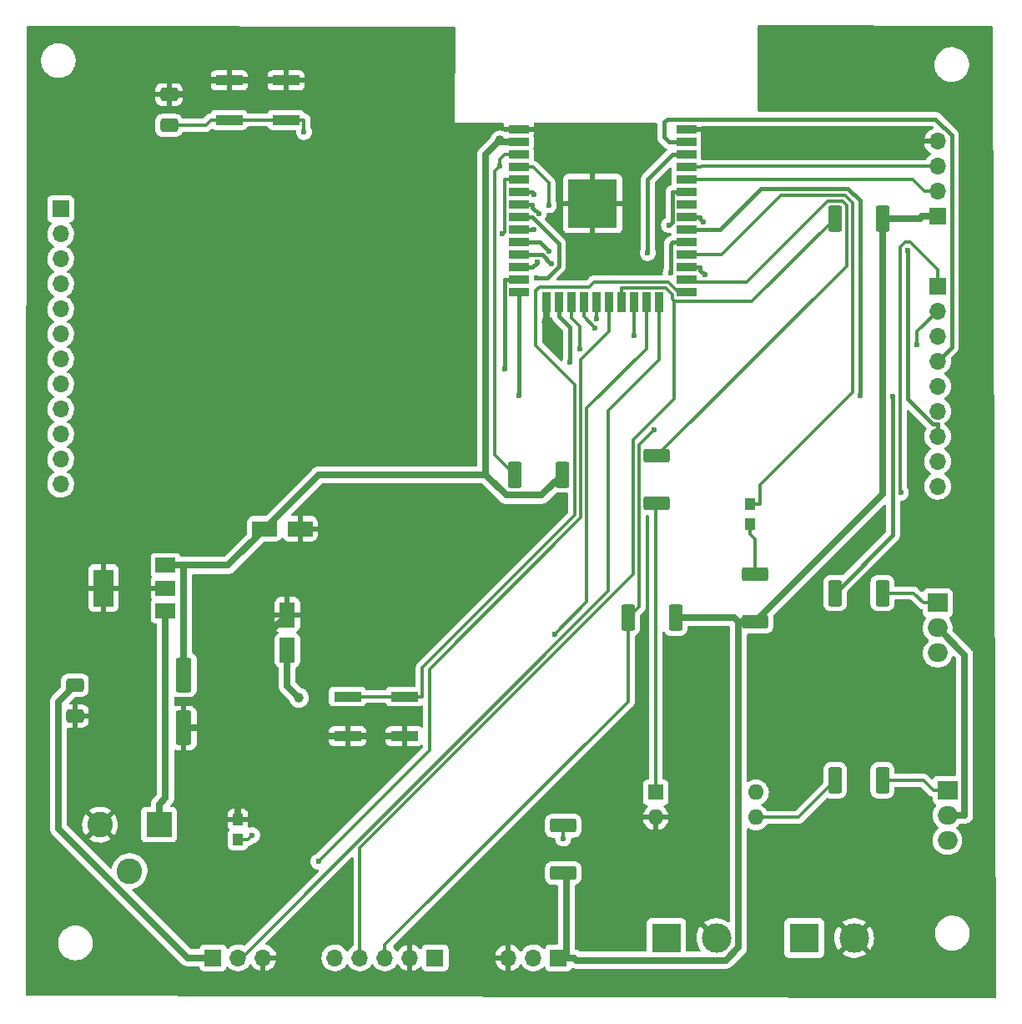
<source format=gbr>
%TF.GenerationSoftware,KiCad,Pcbnew,(6.0.7)*%
%TF.CreationDate,2022-10-25T10:47:54-05:00*%
%TF.ProjectId,Embebidos1,456d6265-6269-4646-9f73-312e6b696361,rev?*%
%TF.SameCoordinates,Original*%
%TF.FileFunction,Copper,L1,Top*%
%TF.FilePolarity,Positive*%
%FSLAX46Y46*%
G04 Gerber Fmt 4.6, Leading zero omitted, Abs format (unit mm)*
G04 Created by KiCad (PCBNEW (6.0.7)) date 2022-10-25 10:47:54*
%MOMM*%
%LPD*%
G01*
G04 APERTURE LIST*
G04 Aperture macros list*
%AMRoundRect*
0 Rectangle with rounded corners*
0 $1 Rounding radius*
0 $2 $3 $4 $5 $6 $7 $8 $9 X,Y pos of 4 corners*
0 Add a 4 corners polygon primitive as box body*
4,1,4,$2,$3,$4,$5,$6,$7,$8,$9,$2,$3,0*
0 Add four circle primitives for the rounded corners*
1,1,$1+$1,$2,$3*
1,1,$1+$1,$4,$5*
1,1,$1+$1,$6,$7*
1,1,$1+$1,$8,$9*
0 Add four rect primitives between the rounded corners*
20,1,$1+$1,$2,$3,$4,$5,0*
20,1,$1+$1,$4,$5,$6,$7,0*
20,1,$1+$1,$6,$7,$8,$9,0*
20,1,$1+$1,$8,$9,$2,$3,0*%
G04 Aperture macros list end*
%TA.AperFunction,ComponentPad*%
%ADD10C,2.600000*%
%TD*%
%TA.AperFunction,ComponentPad*%
%ADD11R,2.600000X2.600000*%
%TD*%
%TA.AperFunction,ComponentPad*%
%ADD12R,1.700000X1.700000*%
%TD*%
%TA.AperFunction,ComponentPad*%
%ADD13O,1.700000X1.700000*%
%TD*%
%TA.AperFunction,SMDPad,CuDef*%
%ADD14RoundRect,0.250000X-0.650000X0.412500X-0.650000X-0.412500X0.650000X-0.412500X0.650000X0.412500X0*%
%TD*%
%TA.AperFunction,ComponentPad*%
%ADD15R,2.000000X1.905000*%
%TD*%
%TA.AperFunction,ComponentPad*%
%ADD16O,2.000000X1.905000*%
%TD*%
%TA.AperFunction,SMDPad,CuDef*%
%ADD17R,5.000000X5.000000*%
%TD*%
%TA.AperFunction,SMDPad,CuDef*%
%ADD18R,2.000000X0.900000*%
%TD*%
%TA.AperFunction,SMDPad,CuDef*%
%ADD19R,0.900000X2.000000*%
%TD*%
%TA.AperFunction,SMDPad,CuDef*%
%ADD20RoundRect,0.250000X0.550000X-1.050000X0.550000X1.050000X-0.550000X1.050000X-0.550000X-1.050000X0*%
%TD*%
%TA.AperFunction,ComponentPad*%
%ADD21R,3.000000X3.000000*%
%TD*%
%TA.AperFunction,ComponentPad*%
%ADD22C,3.000000*%
%TD*%
%TA.AperFunction,SMDPad,CuDef*%
%ADD23RoundRect,0.249999X1.075001X-0.450001X1.075001X0.450001X-1.075001X0.450001X-1.075001X-0.450001X0*%
%TD*%
%TA.AperFunction,SMDPad,CuDef*%
%ADD24RoundRect,0.249999X-0.450001X-1.075001X0.450001X-1.075001X0.450001X1.075001X-0.450001X1.075001X0*%
%TD*%
%TA.AperFunction,SMDPad,CuDef*%
%ADD25R,2.750000X1.000000*%
%TD*%
%TA.AperFunction,SMDPad,CuDef*%
%ADD26RoundRect,0.249999X0.450001X1.075001X-0.450001X1.075001X-0.450001X-1.075001X0.450001X-1.075001X0*%
%TD*%
%TA.AperFunction,SMDPad,CuDef*%
%ADD27RoundRect,0.250000X-1.050000X-0.550000X1.050000X-0.550000X1.050000X0.550000X-1.050000X0.550000X0*%
%TD*%
%TA.AperFunction,SMDPad,CuDef*%
%ADD28RoundRect,0.250000X-0.550000X1.500000X-0.550000X-1.500000X0.550000X-1.500000X0.550000X1.500000X0*%
%TD*%
%TA.AperFunction,SMDPad,CuDef*%
%ADD29R,2.000000X1.500000*%
%TD*%
%TA.AperFunction,SMDPad,CuDef*%
%ADD30R,2.000000X3.800000*%
%TD*%
%TA.AperFunction,SMDPad,CuDef*%
%ADD31R,1.000000X1.200000*%
%TD*%
%TA.AperFunction,ComponentPad*%
%ADD32R,1.600000X1.600000*%
%TD*%
%TA.AperFunction,ComponentPad*%
%ADD33O,1.600000X1.600000*%
%TD*%
%TA.AperFunction,SMDPad,CuDef*%
%ADD34RoundRect,0.250000X0.650000X-0.412500X0.650000X0.412500X-0.650000X0.412500X-0.650000X-0.412500X0*%
%TD*%
%TA.AperFunction,ViaPad*%
%ADD35C,0.600000*%
%TD*%
%TA.AperFunction,ViaPad*%
%ADD36C,1.000000*%
%TD*%
%TA.AperFunction,Conductor*%
%ADD37C,0.400000*%
%TD*%
%TA.AperFunction,Conductor*%
%ADD38C,0.300000*%
%TD*%
%TA.AperFunction,Conductor*%
%ADD39C,0.700000*%
%TD*%
G04 APERTURE END LIST*
D10*
%TO.P,J6,3*%
%TO.N,N/C*%
X47000000Y-108200000D03*
%TO.P,J6,2*%
%TO.N,GND*%
X44000000Y-103500000D03*
D11*
%TO.P,J6,1*%
%TO.N,+5V*%
X50000000Y-103500000D03*
%TD*%
D12*
%TO.P,J9,1,Pin_1*%
%TO.N,/SHD*%
X129000000Y-48850000D03*
D13*
%TO.P,J9,2,Pin_2*%
%TO.N,/SWP*%
X129000000Y-51390000D03*
%TO.P,J9,3,Pin_3*%
%TO.N,/SCS*%
X129000000Y-53930000D03*
%TO.P,J9,4,Pin_4*%
%TO.N,Net-(U4-Pad37)*%
X129000000Y-56470000D03*
%TO.P,J9,5,Pin_5*%
%TO.N,Net-(U4-Pad36)*%
X129000000Y-59010000D03*
%TO.P,J9,6,Pin_6*%
%TO.N,Net-(U4-Pad33)*%
X129000000Y-61550000D03*
%TO.P,J9,7,Pin_7*%
%TO.N,Net-(U4-Pad31)*%
X129000000Y-64090000D03*
%TO.P,J9,8,Pin_8*%
%TO.N,Net-(U4-Pad30)*%
X129000000Y-66630000D03*
%TO.P,J9,9,Pin_9*%
%TO.N,Net-(U4-Pad29)*%
X129000000Y-69170000D03*
%TD*%
D12*
%TO.P,J8,1,Pin_1*%
%TO.N,/Sen_VP*%
X40000000Y-41025000D03*
D13*
%TO.P,J8,2,Pin_2*%
%TO.N,/Sen_VN*%
X40000000Y-43565000D03*
%TO.P,J8,3,Pin_3*%
%TO.N,Net-(U4-Pad6)*%
X40000000Y-46105000D03*
%TO.P,J8,4,Pin_4*%
%TO.N,Net-(U4-Pad7)*%
X40000000Y-48645000D03*
%TO.P,J8,5,Pin_5*%
%TO.N,Net-(U4-Pad8)*%
X40000000Y-51185000D03*
%TO.P,J8,6,Pin_6*%
%TO.N,Net-(U4-Pad9)*%
X40000000Y-53725000D03*
%TO.P,J8,7,Pin_7*%
%TO.N,Net-(U4-Pad10)*%
X40000000Y-56265000D03*
%TO.P,J8,8,Pin_8*%
%TO.N,Net-(U4-Pad11)*%
X40000000Y-58805000D03*
%TO.P,J8,9,Pin_9*%
%TO.N,Net-(U4-Pad12)*%
X40000000Y-61345000D03*
%TO.P,J8,10,Pin_10*%
%TO.N,Net-(U4-Pad13)*%
X40000000Y-63885000D03*
%TO.P,J8,11,Pin_11*%
%TO.N,Net-(U4-Pad14)*%
X40000000Y-66425000D03*
%TO.P,J8,12,Pin_12*%
%TO.N,Net-(U4-Pad16)*%
X40000000Y-68965000D03*
%TD*%
D14*
%TO.P,C10,1*%
%TO.N,+3V3*%
X41457600Y-89343900D03*
%TO.P,C10,2*%
%TO.N,GND*%
X41457600Y-92468900D03*
%TD*%
D15*
%TO.P,Q2,1,G*%
%TO.N,Net-(Q2-Pad1)*%
X129000000Y-81000000D03*
D16*
%TO.P,Q2,2,D*%
%TO.N,+5V*%
X129000000Y-83540000D03*
%TO.P,Q2,3,S*%
%TO.N,/LUZOUT*%
X129000000Y-86080000D03*
%TD*%
D13*
%TO.P,J2,5,Pin_5*%
%TO.N,/ACK_LUZ*%
X67840000Y-117000000D03*
%TO.P,J2,4,Pin_4*%
%TO.N,/SDA_LUZ*%
X70380000Y-117000000D03*
%TO.P,J2,3,Pin_3*%
%TO.N,/SCL_LUZ*%
X72920000Y-117000000D03*
%TO.P,J2,2,Pin_2*%
%TO.N,GND*%
X75460000Y-117000000D03*
D12*
%TO.P,J2,1,Pin_1*%
%TO.N,+3V3*%
X78000000Y-117000000D03*
%TD*%
D17*
%TO.P,U4,39,GND*%
%TO.N,GND*%
X94000000Y-40495000D03*
D18*
%TO.P,U4,38,GND*%
X103500000Y-32995000D03*
%TO.P,U4,37,IO23*%
%TO.N,Net-(U4-Pad37)*%
X103500000Y-34265000D03*
%TO.P,U4,36,IO22*%
%TO.N,Net-(U4-Pad36)*%
X103500000Y-35535000D03*
%TO.P,U4,35,TXD0/IO1*%
%TO.N,/TX*%
X103500000Y-36805000D03*
%TO.P,U4,34,RXD0/IO3*%
%TO.N,/RX*%
X103500000Y-38075000D03*
%TO.P,U4,33,IO21*%
%TO.N,Net-(U4-Pad33)*%
X103500000Y-39345000D03*
%TO.P,U4,32,NC*%
%TO.N,unconnected-(U4-Pad32)*%
X103500000Y-40615000D03*
%TO.P,U4,31,IO19*%
%TO.N,Net-(U4-Pad31)*%
X103500000Y-41885000D03*
%TO.P,U4,30,IO18*%
%TO.N,Net-(U4-Pad30)*%
X103500000Y-43155000D03*
%TO.P,U4,29,IO5*%
%TO.N,Net-(U4-Pad29)*%
X103500000Y-44425000D03*
%TO.P,U4,28,IO17*%
%TO.N,/LED*%
X103500000Y-45695000D03*
%TO.P,U4,27,IO16*%
%TO.N,/LUZPWR*%
X103500000Y-46965000D03*
%TO.P,U4,26,IO4*%
%TO.N,/MOTORPWR*%
X103500000Y-48235000D03*
%TO.P,U4,25,IO0*%
%TO.N,Net-(SW1-Pad1)*%
X103500000Y-49505000D03*
D19*
%TO.P,U4,24,IO2*%
%TO.N,/SNivelAgua*%
X100715000Y-50505000D03*
%TO.P,U4,23,IO15*%
%TO.N,/STemperatura*%
X99445000Y-50505000D03*
%TO.P,U4,22,SDI/SD1*%
%TO.N,/SCL_LUZ*%
X98175000Y-50505000D03*
%TO.P,U4,21,SDO/SD0*%
%TO.N,/SDA_LUZ*%
X96905000Y-50505000D03*
%TO.P,U4,20,SCK/CLK*%
%TO.N,/ACK_LUZ*%
X95635000Y-50505000D03*
%TO.P,U4,19,SCS/CMD*%
%TO.N,/SCS*%
X94365000Y-50505000D03*
%TO.P,U4,18,SWP/SD3*%
%TO.N,/SWP*%
X93095000Y-50505000D03*
%TO.P,U4,17,SHD/SD2*%
%TO.N,/SHD*%
X91825000Y-50505000D03*
%TO.P,U4,16,IO13*%
%TO.N,Net-(U4-Pad16)*%
X90555000Y-50505000D03*
%TO.P,U4,15,GND*%
%TO.N,GND*%
X89285000Y-50505000D03*
D18*
%TO.P,U4,14,IO12*%
%TO.N,Net-(U4-Pad14)*%
X86500000Y-49505000D03*
%TO.P,U4,13,IO14*%
%TO.N,Net-(U4-Pad13)*%
X86500000Y-48235000D03*
%TO.P,U4,12,IO27*%
%TO.N,Net-(U4-Pad12)*%
X86500000Y-46965000D03*
%TO.P,U4,11,IO26*%
%TO.N,Net-(U4-Pad11)*%
X86500000Y-45695000D03*
%TO.P,U4,10,IO25*%
%TO.N,Net-(U4-Pad10)*%
X86500000Y-44425000D03*
%TO.P,U4,9,IO33*%
%TO.N,Net-(U4-Pad9)*%
X86500000Y-43155000D03*
%TO.P,U4,8,IO32*%
%TO.N,Net-(U4-Pad8)*%
X86500000Y-41885000D03*
%TO.P,U4,7,IO35*%
%TO.N,Net-(U4-Pad7)*%
X86500000Y-40615000D03*
%TO.P,U4,6,IO34*%
%TO.N,Net-(U4-Pad6)*%
X86500000Y-39345000D03*
%TO.P,U4,5,SENSOR_VN*%
%TO.N,/Sen_VN*%
X86500000Y-38075000D03*
%TO.P,U4,4,SENSOR_VP*%
%TO.N,/Sen_VP*%
X86500000Y-36805000D03*
%TO.P,U4,3,EN*%
%TO.N,/E32_RST*%
X86500000Y-35535000D03*
%TO.P,U4,2,VDD*%
%TO.N,+3V3*%
X86500000Y-34265000D03*
%TO.P,U4,1,GND*%
%TO.N,GND*%
X86500000Y-32995000D03*
%TD*%
D20*
%TO.P,C2,1*%
%TO.N,+5V*%
X63000000Y-85800000D03*
%TO.P,C2,2*%
%TO.N,GND*%
X63000000Y-82200000D03*
%TD*%
D21*
%TO.P,J4,1,Pin_1*%
%TO.N,/MOTOROUT*%
X115460000Y-115000000D03*
D22*
%TO.P,J4,2,Pin_2*%
%TO.N,GND*%
X120540000Y-115000000D03*
%TD*%
D13*
%TO.P,J1,3,Pin_3*%
%TO.N,GND*%
X85445000Y-117000000D03*
%TO.P,J1,2,Pin_2*%
%TO.N,/STemperatura*%
X87985000Y-117000000D03*
D12*
%TO.P,J1,1,Pin_1*%
%TO.N,+3V3*%
X90525000Y-117000000D03*
%TD*%
D23*
%TO.P,R11,1*%
%TO.N,+3V3*%
X91000000Y-108400000D03*
%TO.P,R11,2*%
%TO.N,Net-(LEDON1-Pad2)*%
X91000000Y-103600000D03*
%TD*%
D24*
%TO.P,R5,1*%
%TO.N,/LUZPWR*%
X118600000Y-80000000D03*
%TO.P,R5,2*%
%TO.N,Net-(Q2-Pad1)*%
X123400000Y-80000000D03*
%TD*%
D23*
%TO.P,R2,1*%
%TO.N,+3V3*%
X110500000Y-82900000D03*
%TO.P,R2,2*%
%TO.N,Net-(R2-Pad2)*%
X110500000Y-78100000D03*
%TD*%
%TO.P,R3,1*%
%TO.N,Net-(R3-Pad1)*%
X100500000Y-70900000D03*
%TO.P,R3,2*%
%TO.N,/MOTORPWR*%
X100500000Y-66100000D03*
%TD*%
D25*
%TO.P,SW1,1,1*%
%TO.N,Net-(SW1-Pad1)*%
X69120000Y-90500000D03*
X74880000Y-90500000D03*
%TO.P,SW1,2,2*%
%TO.N,GND*%
X74880000Y-94500000D03*
X69120000Y-94500000D03*
%TD*%
D13*
%TO.P,J5,4,Pin_4*%
%TO.N,GND*%
X129000000Y-34180000D03*
%TO.P,J5,3,Pin_3*%
%TO.N,/TX*%
X129000000Y-36720000D03*
%TO.P,J5,2,Pin_2*%
%TO.N,/RX*%
X129000000Y-39260000D03*
D12*
%TO.P,J5,1,Pin_1*%
%TO.N,+3V3*%
X129000000Y-41800000D03*
%TD*%
D26*
%TO.P,R7,1*%
%TO.N,+3V3*%
X102400000Y-82500000D03*
%TO.P,R7,2*%
%TO.N,/SCL_LUZ*%
X97600000Y-82500000D03*
%TD*%
D15*
%TO.P,Q1,1,G*%
%TO.N,Net-(Q1-Pad1)*%
X130000000Y-100000000D03*
D16*
%TO.P,Q1,2,D*%
%TO.N,+5V*%
X130000000Y-102540000D03*
%TO.P,Q1,3,S*%
%TO.N,/MOTOROUT*%
X130000000Y-105080000D03*
%TD*%
D27*
%TO.P,C4,1*%
%TO.N,+3V3*%
X60700000Y-73500000D03*
%TO.P,C4,2*%
%TO.N,GND*%
X64300000Y-73500000D03*
%TD*%
D28*
%TO.P,C3,1*%
%TO.N,+3V3*%
X52500000Y-88300000D03*
%TO.P,C3,2*%
%TO.N,GND*%
X52500000Y-93700000D03*
%TD*%
D24*
%TO.P,R4,1*%
%TO.N,Net-(R4-Pad1)*%
X118600000Y-99000000D03*
%TO.P,R4,2*%
%TO.N,Net-(Q1-Pad1)*%
X123400000Y-99000000D03*
%TD*%
D29*
%TO.P,U1,1,IN*%
%TO.N,+5V*%
X50650000Y-81800000D03*
%TO.P,U1,2,GND*%
%TO.N,GND*%
X50650000Y-79500000D03*
D30*
X44350000Y-79500000D03*
D29*
%TO.P,U1,3,OUT*%
%TO.N,+3V3*%
X50650000Y-77200000D03*
%TD*%
D31*
%TO.P,USERLED1,1,K*%
%TO.N,/LED*%
X110000000Y-71000000D03*
%TO.P,USERLED1,2,A*%
%TO.N,Net-(R2-Pad2)*%
X110000000Y-73000000D03*
%TD*%
D25*
%TO.P,SW2,1,1*%
%TO.N,GND*%
X62880000Y-28000000D03*
X57120000Y-28000000D03*
%TO.P,SW2,2,2*%
%TO.N,/E32_RST*%
X62880000Y-32000000D03*
X57120000Y-32000000D03*
%TD*%
D32*
%TO.P,U5,1*%
%TO.N,Net-(R3-Pad1)*%
X100400000Y-100225000D03*
D33*
%TO.P,U5,2*%
%TO.N,GND*%
X100400000Y-102765000D03*
%TO.P,U5,3*%
%TO.N,Net-(R4-Pad1)*%
X110560000Y-102765000D03*
%TO.P,U5,4*%
%TO.N,+5V*%
X110560000Y-100225000D03*
%TD*%
D31*
%TO.P,LEDON1,1,K*%
%TO.N,GND*%
X58000000Y-103000000D03*
%TO.P,LEDON1,2,A*%
%TO.N,Net-(LEDON1-Pad2)*%
X58000000Y-105000000D03*
%TD*%
D34*
%TO.P,C1,1*%
%TO.N,/E32_RST*%
X51000000Y-32562500D03*
%TO.P,C1,2*%
%TO.N,GND*%
X51000000Y-29437500D03*
%TD*%
D26*
%TO.P,R1,1*%
%TO.N,+3V3*%
X90900000Y-68000000D03*
%TO.P,R1,2*%
%TO.N,/E32_RST*%
X86100000Y-68000000D03*
%TD*%
D21*
%TO.P,J7,1,Pin_1*%
%TO.N,/LUZOUT*%
X101460000Y-115000000D03*
D22*
%TO.P,J7,2,Pin_2*%
%TO.N,GND*%
X106540000Y-115000000D03*
%TD*%
D26*
%TO.P,R6,1*%
%TO.N,+3V3*%
X123400000Y-42000000D03*
%TO.P,R6,2*%
%TO.N,/SDA_LUZ*%
X118600000Y-42000000D03*
%TD*%
D13*
%TO.P,J3,3,Pin_3*%
%TO.N,GND*%
X60555000Y-117000000D03*
%TO.P,J3,2,Pin_2*%
%TO.N,/SNivelAgua*%
X58015000Y-117000000D03*
D12*
%TO.P,J3,1,Pin_1*%
%TO.N,+3V3*%
X55475000Y-117000000D03*
%TD*%
D35*
%TO.N,Net-(U4-Pad29)*%
X101917900Y-47508800D03*
%TO.N,Net-(U4-Pad30)*%
X121113200Y-59955200D03*
%TO.N,Net-(U4-Pad31)*%
X105201100Y-42353300D03*
X125988700Y-45209300D03*
%TO.N,Net-(U4-Pad33)*%
X101761000Y-42673000D03*
%TO.N,Net-(U4-Pad36)*%
X99589800Y-45498600D03*
%TO.N,Net-(U4-Pad16)*%
X91695800Y-56624300D03*
%TO.N,Net-(U4-Pad14)*%
X86500000Y-59955200D03*
%TO.N,Net-(U4-Pad13)*%
X85099700Y-57224800D03*
%TO.N,Net-(U4-Pad12)*%
X88341700Y-46409400D03*
%TO.N,Net-(U4-Pad11)*%
X89826600Y-46575500D03*
%TO.N,Net-(U4-Pad10)*%
X89520900Y-45294700D03*
%TO.N,Net-(U4-Pad9)*%
X88002800Y-43160100D03*
%TO.N,Net-(U4-Pad8)*%
X88285800Y-48030200D03*
%TO.N,Net-(U4-Pad7)*%
X88511800Y-41494000D03*
%TO.N,/LUZPWR*%
X124466400Y-60093300D03*
X105352700Y-47683100D03*
%TO.N,/SHD*%
X92721600Y-55266900D03*
X125276200Y-69817300D03*
%TO.N,/SWP*%
X94228300Y-53074200D03*
X126897000Y-54786600D03*
%TO.N,/SCS*%
X94365000Y-52148000D03*
%TO.N,/Sen_VP*%
X89546300Y-40657100D03*
%TO.N,/Sen_VN*%
X84842400Y-43565000D03*
%TO.N,/SCL_LUZ*%
X98175000Y-53905400D03*
X100216400Y-63437200D03*
%TO.N,Net-(LEDON1-Pad2)*%
X59433500Y-104575700D03*
X91000000Y-104914100D03*
%TO.N,/ACK_LUZ*%
X66155800Y-107236400D03*
%TO.N,/STemperatura*%
X90147700Y-84155900D03*
D36*
%TO.N,+3V3*%
X84574800Y-34090100D03*
%TO.N,GND*%
X93637800Y-47435400D03*
X89285000Y-52508500D03*
%TO.N,+5V*%
X64179700Y-90613200D03*
D35*
%TO.N,Net-(U4-Pad6)*%
X88037100Y-39556600D03*
%TO.N,/E32_RST*%
X64705300Y-33223600D03*
X84598100Y-36720700D03*
%TD*%
D37*
%TO.N,Net-(U4-Pad37)*%
X130451000Y-55019000D02*
X129000000Y-56470000D01*
X101255190Y-32214810D02*
X101550300Y-31919700D01*
X101550300Y-31919700D02*
X128798200Y-31919700D01*
X128798200Y-31919700D02*
X130451000Y-33572500D01*
X101255190Y-33745190D02*
X101255190Y-32214810D01*
X101775000Y-34265000D02*
X101255190Y-33745190D01*
X103500000Y-34265000D02*
X101775000Y-34265000D01*
X130451000Y-33572500D02*
X130451000Y-55019000D01*
%TO.N,Net-(U4-Pad29)*%
X103500000Y-44425000D02*
X102099700Y-44425000D01*
X101917900Y-44606800D02*
X101917900Y-47508800D01*
X102099700Y-44425000D02*
X101917900Y-44606800D01*
%TO.N,Net-(U4-Pad30)*%
X121113200Y-40188100D02*
X121113200Y-59955200D01*
X119898200Y-38973100D02*
X121113200Y-40188100D01*
X111103500Y-38973100D02*
X119898200Y-38973100D01*
X106921600Y-43155000D02*
X111103500Y-38973100D01*
X103500000Y-43155000D02*
X106921600Y-43155000D01*
%TO.N,Net-(U4-Pad31)*%
X128481900Y-62839700D02*
X129000000Y-62839700D01*
X125988700Y-60346500D02*
X128481900Y-62839700D01*
X125988700Y-45209300D02*
X125988700Y-60346500D01*
X129000000Y-64090000D02*
X129000000Y-62839700D01*
X104900300Y-42052500D02*
X105201100Y-42353300D01*
X104900300Y-41885000D02*
X104900300Y-42052500D01*
X103500000Y-41885000D02*
X104900300Y-41885000D01*
%TO.N,Net-(U4-Pad33)*%
X102099700Y-42334300D02*
X101761000Y-42673000D01*
X102099700Y-39345000D02*
X102099700Y-42334300D01*
X103500000Y-39345000D02*
X102099700Y-39345000D01*
%TO.N,Net-(U4-Pad36)*%
X103500000Y-35535000D02*
X102099700Y-35535000D01*
X99589800Y-38044900D02*
X99589800Y-45498600D01*
X102099700Y-35535000D02*
X99589800Y-38044900D01*
%TO.N,Net-(U4-Pad16)*%
X90555000Y-50505000D02*
X90555000Y-51905300D01*
X91695800Y-53046100D02*
X91695800Y-56624300D01*
X90555000Y-51905300D02*
X91695800Y-53046100D01*
%TO.N,Net-(U4-Pad14)*%
X86500000Y-49505000D02*
X86500000Y-59955200D01*
%TO.N,Net-(U4-Pad13)*%
X85099700Y-48235000D02*
X85099700Y-57224800D01*
X86500000Y-48235000D02*
X85099700Y-48235000D01*
%TO.N,Net-(U4-Pad12)*%
X86500000Y-46965000D02*
X87900300Y-46965000D01*
X88341700Y-46523600D02*
X88341700Y-46409400D01*
X87900300Y-46965000D02*
X88341700Y-46523600D01*
%TO.N,Net-(U4-Pad11)*%
X89751300Y-46575500D02*
X89826600Y-46575500D01*
X88870800Y-45695000D02*
X89751300Y-46575500D01*
X86500000Y-45695000D02*
X88870800Y-45695000D01*
%TO.N,Net-(U4-Pad10)*%
X86500000Y-44425000D02*
X87900300Y-44425000D01*
X88651200Y-44425000D02*
X89520900Y-45294700D01*
X87900300Y-44425000D02*
X88651200Y-44425000D01*
%TO.N,Net-(U4-Pad9)*%
X87997700Y-43155000D02*
X88002800Y-43160100D01*
X86500000Y-43155000D02*
X87997700Y-43155000D01*
%TO.N,Net-(U4-Pad8)*%
X86500000Y-41885000D02*
X87900300Y-41885000D01*
X89382100Y-48030200D02*
X88285800Y-48030200D01*
X90550300Y-46862000D02*
X89382100Y-48030200D01*
X90550300Y-44535000D02*
X90550300Y-46862000D01*
X87900300Y-41885000D02*
X90550300Y-44535000D01*
%TO.N,Net-(U4-Pad7)*%
X86500000Y-40615000D02*
X87900300Y-40615000D01*
X87900300Y-40882500D02*
X88511800Y-41494000D01*
X87900300Y-40615000D02*
X87900300Y-40882500D01*
%TO.N,/LUZPWR*%
X124466400Y-74133600D02*
X124466400Y-60093300D01*
X118600000Y-80000000D02*
X124466400Y-74133600D01*
X104900300Y-47230700D02*
X105352700Y-47683100D01*
X104900300Y-46965000D02*
X104900300Y-47230700D01*
X103500000Y-46965000D02*
X104900300Y-46965000D01*
D38*
%TO.N,/SHD*%
X125238400Y-69779500D02*
X125276200Y-69817300D01*
X125238400Y-44898600D02*
X125238400Y-69779500D01*
X125738600Y-44398400D02*
X125238400Y-44898600D01*
X126239400Y-44398400D02*
X125738600Y-44398400D01*
X129000000Y-47159000D02*
X126239400Y-44398400D01*
X129000000Y-48850000D02*
X129000000Y-47159000D01*
X92721600Y-52980800D02*
X92721600Y-55266900D01*
X91825000Y-52084200D02*
X92721600Y-52980800D01*
X91825000Y-50505000D02*
X91825000Y-52084200D01*
%TO.N,/SWP*%
X126897000Y-53493000D02*
X129000000Y-51390000D01*
X126897000Y-54786600D02*
X126897000Y-53493000D01*
X93109400Y-51955300D02*
X94228300Y-53074200D01*
X93095000Y-51955300D02*
X93109400Y-51955300D01*
X93095000Y-50505000D02*
X93095000Y-51955300D01*
%TO.N,/SCS*%
X94365000Y-50505000D02*
X94365000Y-52148000D01*
%TO.N,/Sen_VP*%
X86500000Y-36805000D02*
X87950300Y-36805000D01*
X89546300Y-38401000D02*
X89546300Y-40657100D01*
X87950300Y-36805000D02*
X89546300Y-38401000D01*
%TO.N,/Sen_VN*%
X86500000Y-38075000D02*
X85049700Y-38075000D01*
X85049700Y-43357700D02*
X84842400Y-43565000D01*
X85049700Y-38075000D02*
X85049700Y-43357700D01*
%TO.N,Net-(Q2-Pad1)*%
X126549700Y-80000000D02*
X127549700Y-81000000D01*
X123400000Y-80000000D02*
X126549700Y-80000000D01*
X129000000Y-81000000D02*
X127549700Y-81000000D01*
%TO.N,/SDA_LUZ*%
X96905000Y-50505000D02*
X96905000Y-49054700D01*
X102049600Y-50184800D02*
X102291600Y-50426800D01*
X102049600Y-49720300D02*
X102049600Y-50184800D01*
X101384000Y-49054700D02*
X102049600Y-49720300D01*
X96905000Y-49054700D02*
X101384000Y-49054700D01*
X110173200Y-50426800D02*
X118600000Y-42000000D01*
X102291600Y-50426800D02*
X110173200Y-50426800D01*
X102291600Y-60300900D02*
X102291600Y-50426800D01*
X98123300Y-64469200D02*
X102291600Y-60300900D01*
X98123300Y-78090300D02*
X98123300Y-64469200D01*
X70380000Y-105833600D02*
X98123300Y-78090300D01*
X70380000Y-117000000D02*
X70380000Y-105833600D01*
%TO.N,/SCL_LUZ*%
X98175000Y-50505000D02*
X98175000Y-53905400D01*
X72920000Y-117000000D02*
X72920000Y-115699700D01*
X98723700Y-81376300D02*
X97600000Y-82500000D01*
X98723700Y-64929900D02*
X98723700Y-81376300D01*
X100216400Y-63437200D02*
X98723700Y-64929900D01*
X97600000Y-91019700D02*
X72920000Y-115699700D01*
X97600000Y-82500000D02*
X97600000Y-91019700D01*
%TO.N,Net-(LEDON1-Pad2)*%
X91000000Y-103600000D02*
X91000000Y-104914100D01*
X59009200Y-105000000D02*
X59433500Y-104575700D01*
X58000000Y-105000000D02*
X59009200Y-105000000D01*
%TO.N,Net-(SW1-Pad1)*%
X74880000Y-90500000D02*
X69120000Y-90500000D01*
X74880000Y-90500000D02*
X76705300Y-90500000D01*
X76705300Y-87593400D02*
X76705300Y-90500000D01*
X92199900Y-72098800D02*
X76705300Y-87593400D01*
X92199900Y-58844800D02*
X92199900Y-72098800D01*
X88220300Y-54865200D02*
X92199900Y-58844800D01*
X88220300Y-49325200D02*
X88220300Y-54865200D01*
X88600800Y-48944700D02*
X88220300Y-49325200D01*
X93613900Y-48944700D02*
X88600800Y-48944700D01*
X94106800Y-48451800D02*
X93613900Y-48944700D01*
X101630000Y-48451800D02*
X94106800Y-48451800D01*
X102683200Y-49505000D02*
X101630000Y-48451800D01*
X103500000Y-49505000D02*
X102683200Y-49505000D01*
%TO.N,Net-(R2-Pad2)*%
X110500000Y-74550300D02*
X110500000Y-78100000D01*
X110000000Y-74050300D02*
X110500000Y-74550300D01*
X110000000Y-73000000D02*
X110000000Y-74050300D01*
%TO.N,Net-(R4-Pad1)*%
X114835000Y-102765000D02*
X118600000Y-99000000D01*
X110560000Y-102765000D02*
X114835000Y-102765000D01*
%TO.N,/MOTORPWR*%
X119778100Y-46821900D02*
X100500000Y-66100000D01*
X119778100Y-40653500D02*
X119778100Y-46821900D01*
X119348300Y-40223700D02*
X119778100Y-40653500D01*
X117823900Y-40223700D02*
X119348300Y-40223700D01*
X109614200Y-48433400D02*
X117823900Y-40223700D01*
X103698400Y-48433400D02*
X109614200Y-48433400D01*
X103500000Y-48235000D02*
X103698400Y-48433400D01*
%TO.N,Net-(R3-Pad1)*%
X100400000Y-71000000D02*
X100500000Y-70900000D01*
X100400000Y-100225000D02*
X100400000Y-71000000D01*
%TO.N,Net-(Q1-Pad1)*%
X127549700Y-99000000D02*
X128549700Y-100000000D01*
X123400000Y-99000000D02*
X127549700Y-99000000D01*
X130000000Y-100000000D02*
X128549700Y-100000000D01*
%TO.N,/TX*%
X105035300Y-36720000D02*
X104950300Y-36805000D01*
X129000000Y-36720000D02*
X105035300Y-36720000D01*
X103500000Y-36805000D02*
X104950300Y-36805000D01*
%TO.N,/RX*%
X126514700Y-38075000D02*
X103500000Y-38075000D01*
X127699700Y-39260000D02*
X126514700Y-38075000D01*
X129000000Y-39260000D02*
X127699700Y-39260000D01*
%TO.N,/SNivelAgua*%
X100715000Y-56368500D02*
X100715000Y-50505000D01*
X95549700Y-61533800D02*
X100715000Y-56368500D01*
X95549700Y-79815000D02*
X95549700Y-61533800D01*
X58364700Y-117000000D02*
X95549700Y-79815000D01*
X58015000Y-117000000D02*
X58364700Y-117000000D01*
%TO.N,/ACK_LUZ*%
X95635000Y-50505000D02*
X95635000Y-51955300D01*
X95635000Y-53466100D02*
X95635000Y-51955300D01*
X92800200Y-56300900D02*
X95635000Y-53466100D01*
X92800200Y-72347400D02*
X92800200Y-56300900D01*
X77446000Y-87701600D02*
X92800200Y-72347400D01*
X77446000Y-95946200D02*
X77446000Y-87701600D01*
X66155800Y-107236400D02*
X77446000Y-95946200D01*
%TO.N,/STemperatura*%
X93400600Y-80903000D02*
X90147700Y-84155900D01*
X93400600Y-61281000D02*
X93400600Y-80903000D01*
X99445000Y-55236600D02*
X93400600Y-61281000D01*
X99445000Y-50505000D02*
X99445000Y-55236600D01*
%TO.N,/LED*%
X110000000Y-71000000D02*
X110950300Y-71000000D01*
X110950300Y-69057100D02*
X110950300Y-71000000D01*
X120378400Y-59629000D02*
X110950300Y-69057100D01*
X120378400Y-40404900D02*
X120378400Y-59629000D01*
X119596900Y-39623400D02*
X120378400Y-40404900D01*
X113127400Y-39623400D02*
X119596900Y-39623400D01*
X107055800Y-45695000D02*
X113127400Y-39623400D01*
X103500000Y-45695000D02*
X107055800Y-45695000D01*
D39*
%TO.N,+3V3*%
X86500000Y-34265000D02*
X84749700Y-34265000D01*
X50650000Y-77200000D02*
X52125200Y-77200000D01*
X52500000Y-77200000D02*
X52500000Y-88300000D01*
X52125200Y-77200000D02*
X52500000Y-77200000D01*
X57000000Y-77200000D02*
X60700000Y-73500000D01*
X52500000Y-77200000D02*
X57000000Y-77200000D01*
X84574800Y-34090100D02*
X84749700Y-34265000D01*
X92375700Y-117250400D02*
X92125300Y-117000000D01*
X107499900Y-117250400D02*
X92375700Y-117250400D01*
X108790400Y-115959900D02*
X107499900Y-117250400D01*
X108790400Y-82900000D02*
X108790400Y-115959900D01*
X108390400Y-82500000D02*
X108790400Y-82900000D01*
X102400000Y-82500000D02*
X108390400Y-82500000D01*
X108790400Y-82900000D02*
X110500000Y-82900000D01*
X39800000Y-91001500D02*
X41457600Y-89343900D01*
X39800000Y-103911300D02*
X39800000Y-91001500D01*
X52888700Y-117000000D02*
X39800000Y-103911300D01*
X55475000Y-117000000D02*
X52888700Y-117000000D01*
X66183600Y-68016400D02*
X60700000Y-73500000D01*
X83135000Y-68016400D02*
X66183600Y-68016400D01*
X83135000Y-35529900D02*
X83135000Y-68016400D01*
X84574800Y-34090100D02*
X83135000Y-35529900D01*
X88816300Y-70083700D02*
X90900000Y-68000000D01*
X85202300Y-70083700D02*
X88816300Y-70083700D01*
X83135000Y-68016400D02*
X85202300Y-70083700D01*
X90525000Y-117000000D02*
X91325200Y-117000000D01*
X91325200Y-117000000D02*
X92125300Y-117000000D01*
X91325200Y-108725200D02*
X91000000Y-108400000D01*
X91325200Y-117000000D02*
X91325200Y-108725200D01*
X123400000Y-70000000D02*
X123400000Y-42000000D01*
X110500000Y-82900000D02*
X123400000Y-70000000D01*
X127199700Y-42000000D02*
X127399700Y-41800000D01*
X123400000Y-42000000D02*
X127199700Y-42000000D01*
X129000000Y-41800000D02*
X127399700Y-41800000D01*
%TO.N,GND*%
X57120000Y-28000000D02*
X62880000Y-28000000D01*
X55513800Y-93700000D02*
X52500000Y-93700000D01*
X74880000Y-94500000D02*
X69120000Y-94500000D01*
X69120000Y-94500000D02*
X66994700Y-94500000D01*
X66071000Y-94500000D02*
X66994700Y-94500000D01*
X60392400Y-88821400D02*
X66071000Y-94500000D01*
X55513800Y-93700000D02*
X60392400Y-88821400D01*
X60392400Y-84807600D02*
X63000000Y-82200000D01*
X60392400Y-88821400D02*
X60392400Y-84807600D01*
X58000000Y-96186200D02*
X58000000Y-103000000D01*
X55513800Y-93700000D02*
X58000000Y-96186200D01*
X57120000Y-28000000D02*
X54994700Y-28000000D01*
X89285000Y-52508500D02*
X89285000Y-50505000D01*
X44350000Y-79500000D02*
X44350000Y-80174900D01*
X53557200Y-29437500D02*
X51000000Y-29437500D01*
X54994700Y-28000000D02*
X53557200Y-29437500D01*
X45024900Y-79500000D02*
X44350000Y-80174900D01*
%TO.N,+5V*%
X50650000Y-100799700D02*
X50000000Y-101449700D01*
X50650000Y-81800000D02*
X50650000Y-100799700D01*
X50000000Y-103500000D02*
X50000000Y-101449700D01*
X131750300Y-86290300D02*
X129000000Y-83540000D01*
X131750300Y-102540000D02*
X131750300Y-86290300D01*
X130000000Y-102540000D02*
X131750300Y-102540000D01*
X63000000Y-89433500D02*
X64179700Y-90613200D01*
X63000000Y-85800000D02*
X63000000Y-89433500D01*
D37*
%TO.N,Net-(U4-Pad6)*%
X86500000Y-39345000D02*
X87900300Y-39345000D01*
X88037100Y-39481800D02*
X88037100Y-39556600D01*
X87900300Y-39345000D02*
X88037100Y-39481800D01*
D38*
%TO.N,/E32_RST*%
X54732200Y-32562500D02*
X55294700Y-32000000D01*
X51000000Y-32562500D02*
X54732200Y-32562500D01*
X56207400Y-32000000D02*
X55294700Y-32000000D01*
X56207400Y-32000000D02*
X57120000Y-32000000D01*
X57120000Y-32000000D02*
X62880000Y-32000000D01*
X62880000Y-32000000D02*
X64705300Y-32000000D01*
X64705300Y-32000000D02*
X64705300Y-33223600D01*
X86500000Y-35535000D02*
X85049700Y-35535000D01*
X84598100Y-35986600D02*
X85049700Y-35535000D01*
X84598100Y-36720700D02*
X84598100Y-35986600D01*
X84092100Y-65992100D02*
X86100000Y-68000000D01*
X84092100Y-37226700D02*
X84092100Y-65992100D01*
X84598100Y-36720700D02*
X84092100Y-37226700D01*
%TD*%
%TA.AperFunction,Conductor*%
%TO.N,GND*%
G36*
X134454707Y-22449790D02*
G01*
X134522794Y-22469906D01*
X134569197Y-22523640D01*
X134580495Y-22575292D01*
X134777005Y-72282285D01*
X134969053Y-120860307D01*
X134969499Y-120973193D01*
X134949766Y-121041392D01*
X134896295Y-121088097D01*
X134843193Y-121099691D01*
X129465521Y-121086588D01*
X36595793Y-120860307D01*
X36527723Y-120840139D01*
X36481361Y-120786370D01*
X36470102Y-120734205D01*
X36474271Y-115607655D01*
X39739858Y-115607655D01*
X39775104Y-115866638D01*
X39776412Y-115871124D01*
X39776412Y-115871126D01*
X39794343Y-115932645D01*
X39848243Y-116117567D01*
X39957668Y-116354928D01*
X39968794Y-116371898D01*
X40098410Y-116569596D01*
X40098414Y-116569601D01*
X40100976Y-116573509D01*
X40275018Y-116768506D01*
X40475970Y-116935637D01*
X40479973Y-116938066D01*
X40695422Y-117068804D01*
X40695426Y-117068806D01*
X40699419Y-117071229D01*
X40940455Y-117172303D01*
X41193783Y-117236641D01*
X41198434Y-117237109D01*
X41198438Y-117237110D01*
X41366177Y-117254000D01*
X41410867Y-117258500D01*
X41566354Y-117258500D01*
X41568679Y-117258327D01*
X41568685Y-117258327D01*
X41756000Y-117244407D01*
X41756004Y-117244406D01*
X41760652Y-117244061D01*
X41765200Y-117243032D01*
X41765206Y-117243031D01*
X41951601Y-117200853D01*
X42015577Y-117186377D01*
X42051769Y-117172303D01*
X42254824Y-117093340D01*
X42254827Y-117093339D01*
X42259177Y-117091647D01*
X42486098Y-116961951D01*
X42691357Y-116800138D01*
X42870443Y-116609763D01*
X43004690Y-116416248D01*
X43016759Y-116398851D01*
X43016761Y-116398848D01*
X43019424Y-116395009D01*
X43027398Y-116378840D01*
X43132960Y-116164781D01*
X43132961Y-116164778D01*
X43135025Y-116160593D01*
X43140200Y-116144428D01*
X43213280Y-115916123D01*
X43214707Y-115911665D01*
X43256721Y-115653693D01*
X43259915Y-115409682D01*
X43260081Y-115397022D01*
X43260081Y-115397019D01*
X43260142Y-115392345D01*
X43224896Y-115133362D01*
X43210473Y-115083877D01*
X43186749Y-115002485D01*
X43151757Y-114882433D01*
X43146545Y-114871126D01*
X43082002Y-114731123D01*
X43042332Y-114645072D01*
X42917525Y-114454709D01*
X42901590Y-114430404D01*
X42901586Y-114430399D01*
X42899024Y-114426491D01*
X42724982Y-114231494D01*
X42524030Y-114064363D01*
X42476844Y-114035730D01*
X42304578Y-113931196D01*
X42304574Y-113931194D01*
X42300581Y-113928771D01*
X42059545Y-113827697D01*
X41806217Y-113763359D01*
X41801566Y-113762891D01*
X41801562Y-113762890D01*
X41592271Y-113741816D01*
X41589133Y-113741500D01*
X41433646Y-113741500D01*
X41431321Y-113741673D01*
X41431315Y-113741673D01*
X41244000Y-113755593D01*
X41243996Y-113755594D01*
X41239348Y-113755939D01*
X41234800Y-113756968D01*
X41234794Y-113756969D01*
X41048399Y-113799147D01*
X40984423Y-113813623D01*
X40980071Y-113815315D01*
X40980069Y-113815316D01*
X40745176Y-113906660D01*
X40745173Y-113906661D01*
X40740823Y-113908353D01*
X40513902Y-114038049D01*
X40308643Y-114199862D01*
X40129557Y-114390237D01*
X39980576Y-114604991D01*
X39978510Y-114609181D01*
X39978508Y-114609184D01*
X39918375Y-114731123D01*
X39864975Y-114839407D01*
X39863553Y-114843850D01*
X39863552Y-114843852D01*
X39809468Y-115012812D01*
X39785293Y-115088335D01*
X39743279Y-115346307D01*
X39742381Y-115414895D01*
X39740173Y-115583621D01*
X39739858Y-115607655D01*
X36474271Y-115607655D01*
X36502051Y-81444669D01*
X42842001Y-81444669D01*
X42842371Y-81451490D01*
X42847895Y-81502352D01*
X42851521Y-81517604D01*
X42896676Y-81638054D01*
X42905214Y-81653649D01*
X42981715Y-81755724D01*
X42994276Y-81768285D01*
X43096351Y-81844786D01*
X43111946Y-81853324D01*
X43232394Y-81898478D01*
X43247649Y-81902105D01*
X43298514Y-81907631D01*
X43305328Y-81908000D01*
X44077885Y-81908000D01*
X44093124Y-81903525D01*
X44094329Y-81902135D01*
X44096000Y-81894452D01*
X44096000Y-81889884D01*
X44604000Y-81889884D01*
X44608475Y-81905123D01*
X44609865Y-81906328D01*
X44617548Y-81907999D01*
X45394669Y-81907999D01*
X45401490Y-81907629D01*
X45452352Y-81902105D01*
X45467604Y-81898479D01*
X45588054Y-81853324D01*
X45603649Y-81844786D01*
X45705724Y-81768285D01*
X45718285Y-81755724D01*
X45794786Y-81653649D01*
X45803324Y-81638054D01*
X45848478Y-81517606D01*
X45852105Y-81502351D01*
X45857631Y-81451486D01*
X45858000Y-81444672D01*
X45858000Y-79772115D01*
X45853525Y-79756876D01*
X45852135Y-79755671D01*
X45844452Y-79754000D01*
X44622115Y-79754000D01*
X44606876Y-79758475D01*
X44605671Y-79759865D01*
X44604000Y-79767548D01*
X44604000Y-81889884D01*
X44096000Y-81889884D01*
X44096000Y-79772115D01*
X44091525Y-79756876D01*
X44090135Y-79755671D01*
X44082452Y-79754000D01*
X42860116Y-79754000D01*
X42844877Y-79758475D01*
X42843672Y-79759865D01*
X42842001Y-79767548D01*
X42842001Y-81444669D01*
X36502051Y-81444669D01*
X36503854Y-79227885D01*
X42842000Y-79227885D01*
X42846475Y-79243124D01*
X42847865Y-79244329D01*
X42855548Y-79246000D01*
X44077885Y-79246000D01*
X44093124Y-79241525D01*
X44094329Y-79240135D01*
X44096000Y-79232452D01*
X44096000Y-79227885D01*
X44604000Y-79227885D01*
X44608475Y-79243124D01*
X44609865Y-79244329D01*
X44617548Y-79246000D01*
X45839884Y-79246000D01*
X45855123Y-79241525D01*
X45856328Y-79240135D01*
X45857999Y-79232452D01*
X45857999Y-77555331D01*
X45857629Y-77548510D01*
X45852105Y-77497648D01*
X45848479Y-77482396D01*
X45803324Y-77361946D01*
X45794786Y-77346351D01*
X45718285Y-77244276D01*
X45705724Y-77231715D01*
X45603649Y-77155214D01*
X45588054Y-77146676D01*
X45467606Y-77101522D01*
X45452351Y-77097895D01*
X45401486Y-77092369D01*
X45394672Y-77092000D01*
X44622115Y-77092000D01*
X44606876Y-77096475D01*
X44605671Y-77097865D01*
X44604000Y-77105548D01*
X44604000Y-79227885D01*
X44096000Y-79227885D01*
X44096000Y-77110116D01*
X44091525Y-77094877D01*
X44090135Y-77093672D01*
X44082452Y-77092001D01*
X43305331Y-77092001D01*
X43298510Y-77092371D01*
X43247648Y-77097895D01*
X43232396Y-77101521D01*
X43111946Y-77146676D01*
X43096351Y-77155214D01*
X42994276Y-77231715D01*
X42981715Y-77244276D01*
X42905214Y-77346351D01*
X42896676Y-77361946D01*
X42851522Y-77482394D01*
X42847895Y-77497649D01*
X42842369Y-77548514D01*
X42842000Y-77555328D01*
X42842000Y-79227885D01*
X36503854Y-79227885D01*
X36512226Y-68931695D01*
X38637251Y-68931695D01*
X38637548Y-68936848D01*
X38637548Y-68936851D01*
X38645931Y-69082238D01*
X38650110Y-69154715D01*
X38651247Y-69159761D01*
X38651248Y-69159767D01*
X38672275Y-69253069D01*
X38699222Y-69372639D01*
X38737461Y-69466811D01*
X38777535Y-69565501D01*
X38783266Y-69579616D01*
X38814381Y-69630391D01*
X38857958Y-69701502D01*
X38899987Y-69770088D01*
X39046250Y-69938938D01*
X39218126Y-70081632D01*
X39411000Y-70194338D01*
X39619692Y-70274030D01*
X39624760Y-70275061D01*
X39624763Y-70275062D01*
X39696633Y-70289684D01*
X39838597Y-70318567D01*
X39843772Y-70318757D01*
X39843774Y-70318757D01*
X40056673Y-70326564D01*
X40056677Y-70326564D01*
X40061837Y-70326753D01*
X40066957Y-70326097D01*
X40066959Y-70326097D01*
X40278288Y-70299025D01*
X40278289Y-70299025D01*
X40283416Y-70298368D01*
X40312361Y-70289684D01*
X40492429Y-70235661D01*
X40492434Y-70235659D01*
X40497384Y-70234174D01*
X40697994Y-70135896D01*
X40879860Y-70006173D01*
X40927581Y-69958619D01*
X41014425Y-69872077D01*
X41038096Y-69848489D01*
X41041366Y-69843939D01*
X41165435Y-69671277D01*
X41168453Y-69667077D01*
X41186585Y-69630391D01*
X41265136Y-69471453D01*
X41265137Y-69471451D01*
X41267430Y-69466811D01*
X41332370Y-69253069D01*
X41361529Y-69031590D01*
X41363156Y-68965000D01*
X41344852Y-68742361D01*
X41290431Y-68525702D01*
X41201354Y-68320840D01*
X41093662Y-68154373D01*
X41082822Y-68137617D01*
X41082820Y-68137614D01*
X41080014Y-68133277D01*
X40929670Y-67968051D01*
X40925619Y-67964852D01*
X40925615Y-67964848D01*
X40758414Y-67832800D01*
X40758410Y-67832798D01*
X40754359Y-67829598D01*
X40713053Y-67806796D01*
X40663084Y-67756364D01*
X40648312Y-67686921D01*
X40673428Y-67620516D01*
X40700780Y-67593909D01*
X40744603Y-67562650D01*
X40879860Y-67466173D01*
X40944497Y-67401762D01*
X41010658Y-67335831D01*
X41038096Y-67308489D01*
X41088918Y-67237763D01*
X41165435Y-67131277D01*
X41168453Y-67127077D01*
X41210291Y-67042425D01*
X41265136Y-66931453D01*
X41265137Y-66931451D01*
X41267430Y-66926811D01*
X41332370Y-66713069D01*
X41361529Y-66491590D01*
X41361611Y-66488240D01*
X41363074Y-66428365D01*
X41363074Y-66428361D01*
X41363156Y-66425000D01*
X41344852Y-66202361D01*
X41290431Y-65985702D01*
X41201354Y-65780840D01*
X41093662Y-65614373D01*
X41082822Y-65597617D01*
X41082820Y-65597614D01*
X41080014Y-65593277D01*
X40929670Y-65428051D01*
X40925619Y-65424852D01*
X40925615Y-65424848D01*
X40758414Y-65292800D01*
X40758410Y-65292798D01*
X40754359Y-65289598D01*
X40713053Y-65266796D01*
X40663084Y-65216364D01*
X40648312Y-65146921D01*
X40673428Y-65080516D01*
X40700780Y-65053909D01*
X40744603Y-65022650D01*
X40879860Y-64926173D01*
X40914654Y-64891501D01*
X41014425Y-64792077D01*
X41038096Y-64768489D01*
X41097594Y-64685689D01*
X41165435Y-64591277D01*
X41168453Y-64587077D01*
X41210291Y-64502425D01*
X41265136Y-64391453D01*
X41265137Y-64391451D01*
X41267430Y-64386811D01*
X41332370Y-64173069D01*
X41361529Y-63951590D01*
X41363156Y-63885000D01*
X41344852Y-63662361D01*
X41290431Y-63445702D01*
X41201354Y-63240840D01*
X41080014Y-63053277D01*
X40929670Y-62888051D01*
X40925619Y-62884852D01*
X40925615Y-62884848D01*
X40758414Y-62752800D01*
X40758410Y-62752798D01*
X40754359Y-62749598D01*
X40713053Y-62726796D01*
X40663084Y-62676364D01*
X40648312Y-62606921D01*
X40673428Y-62540516D01*
X40700780Y-62513909D01*
X40744603Y-62482650D01*
X40879860Y-62386173D01*
X41038096Y-62228489D01*
X41097594Y-62145689D01*
X41165435Y-62051277D01*
X41168453Y-62047077D01*
X41261530Y-61858750D01*
X41265136Y-61851453D01*
X41265137Y-61851451D01*
X41267430Y-61846811D01*
X41332370Y-61633069D01*
X41361529Y-61411590D01*
X41362876Y-61356455D01*
X41363074Y-61348365D01*
X41363074Y-61348361D01*
X41363156Y-61345000D01*
X41344852Y-61122361D01*
X41290431Y-60905702D01*
X41201354Y-60700840D01*
X41140567Y-60606877D01*
X41082822Y-60517617D01*
X41082820Y-60517614D01*
X41080014Y-60513277D01*
X40929670Y-60348051D01*
X40925619Y-60344852D01*
X40925615Y-60344848D01*
X40758414Y-60212800D01*
X40758410Y-60212798D01*
X40754359Y-60209598D01*
X40713053Y-60186796D01*
X40663084Y-60136364D01*
X40648312Y-60066921D01*
X40673428Y-60000516D01*
X40700780Y-59973909D01*
X40752740Y-59936846D01*
X40879860Y-59846173D01*
X41038096Y-59688489D01*
X41097594Y-59605689D01*
X41165435Y-59511277D01*
X41168453Y-59507077D01*
X41210291Y-59422425D01*
X41265136Y-59311453D01*
X41265137Y-59311451D01*
X41267430Y-59306811D01*
X41332370Y-59093069D01*
X41361529Y-58871590D01*
X41363156Y-58805000D01*
X41344852Y-58582361D01*
X41290431Y-58365702D01*
X41201354Y-58160840D01*
X41122039Y-58038238D01*
X41082822Y-57977617D01*
X41082820Y-57977614D01*
X41080014Y-57973277D01*
X40929670Y-57808051D01*
X40925619Y-57804852D01*
X40925615Y-57804848D01*
X40758414Y-57672800D01*
X40758410Y-57672798D01*
X40754359Y-57669598D01*
X40713053Y-57646796D01*
X40663084Y-57596364D01*
X40648312Y-57526921D01*
X40673428Y-57460516D01*
X40700780Y-57433909D01*
X40744603Y-57402650D01*
X40879860Y-57306173D01*
X40886258Y-57299798D01*
X41014425Y-57172077D01*
X41038096Y-57148489D01*
X41097594Y-57065689D01*
X41165435Y-56971277D01*
X41168453Y-56967077D01*
X41209429Y-56884169D01*
X41265136Y-56771453D01*
X41265137Y-56771451D01*
X41267430Y-56766811D01*
X41332370Y-56553069D01*
X41361529Y-56331590D01*
X41361611Y-56328240D01*
X41363074Y-56268365D01*
X41363074Y-56268361D01*
X41363156Y-56265000D01*
X41344852Y-56042361D01*
X41290431Y-55825702D01*
X41201354Y-55620840D01*
X41149347Y-55540450D01*
X41082822Y-55437617D01*
X41082820Y-55437614D01*
X41080014Y-55433277D01*
X40929670Y-55268051D01*
X40925619Y-55264852D01*
X40925615Y-55264848D01*
X40758414Y-55132800D01*
X40758410Y-55132798D01*
X40754359Y-55129598D01*
X40713053Y-55106796D01*
X40663084Y-55056364D01*
X40648312Y-54986921D01*
X40673428Y-54920516D01*
X40700780Y-54893909D01*
X40744603Y-54862650D01*
X40879860Y-54766173D01*
X41038096Y-54608489D01*
X41087131Y-54540250D01*
X41165435Y-54431277D01*
X41168453Y-54427077D01*
X41183911Y-54395801D01*
X41265136Y-54231453D01*
X41265137Y-54231451D01*
X41267430Y-54226811D01*
X41315817Y-54067551D01*
X41330865Y-54018023D01*
X41330865Y-54018021D01*
X41332370Y-54013069D01*
X41361529Y-53791590D01*
X41363156Y-53725000D01*
X41344852Y-53502361D01*
X41290431Y-53285702D01*
X41201354Y-53080840D01*
X41080014Y-52893277D01*
X40929670Y-52728051D01*
X40925619Y-52724852D01*
X40925615Y-52724848D01*
X40758414Y-52592800D01*
X40758410Y-52592798D01*
X40754359Y-52589598D01*
X40713053Y-52566796D01*
X40663084Y-52516364D01*
X40648312Y-52446921D01*
X40673428Y-52380516D01*
X40700780Y-52353909D01*
X40749313Y-52319291D01*
X40879860Y-52226173D01*
X41038096Y-52068489D01*
X41097594Y-51985689D01*
X41165435Y-51891277D01*
X41168453Y-51887077D01*
X41177753Y-51868261D01*
X41265136Y-51691453D01*
X41265137Y-51691451D01*
X41267430Y-51686811D01*
X41332370Y-51473069D01*
X41361529Y-51251590D01*
X41361611Y-51248240D01*
X41363074Y-51188365D01*
X41363074Y-51188361D01*
X41363156Y-51185000D01*
X41344852Y-50962361D01*
X41290431Y-50745702D01*
X41201354Y-50540840D01*
X41158686Y-50474886D01*
X41082822Y-50357617D01*
X41082820Y-50357614D01*
X41080014Y-50353277D01*
X40929670Y-50188051D01*
X40925619Y-50184852D01*
X40925615Y-50184848D01*
X40758414Y-50052800D01*
X40758410Y-50052798D01*
X40754359Y-50049598D01*
X40713053Y-50026796D01*
X40663084Y-49976364D01*
X40648312Y-49906921D01*
X40673428Y-49840516D01*
X40700780Y-49813909D01*
X40744603Y-49782650D01*
X40879860Y-49686173D01*
X41038096Y-49528489D01*
X41097594Y-49445689D01*
X41165435Y-49351277D01*
X41168453Y-49347077D01*
X41267430Y-49146811D01*
X41332370Y-48933069D01*
X41361529Y-48711590D01*
X41363156Y-48645000D01*
X41344852Y-48422361D01*
X41290431Y-48205702D01*
X41201354Y-48000840D01*
X41124657Y-47882285D01*
X41082822Y-47817617D01*
X41082820Y-47817614D01*
X41080014Y-47813277D01*
X40929670Y-47648051D01*
X40925619Y-47644852D01*
X40925615Y-47644848D01*
X40758414Y-47512800D01*
X40758410Y-47512798D01*
X40754359Y-47509598D01*
X40713053Y-47486796D01*
X40663084Y-47436364D01*
X40648312Y-47366921D01*
X40673428Y-47300516D01*
X40700780Y-47273909D01*
X40759956Y-47231699D01*
X40879860Y-47146173D01*
X40889412Y-47136655D01*
X40965258Y-47061073D01*
X41038096Y-46988489D01*
X41076729Y-46934726D01*
X41165435Y-46811277D01*
X41168453Y-46807077D01*
X41174542Y-46794758D01*
X41265136Y-46611453D01*
X41265137Y-46611451D01*
X41267430Y-46606811D01*
X41319747Y-46434615D01*
X41330865Y-46398023D01*
X41330865Y-46398021D01*
X41332370Y-46393069D01*
X41361529Y-46171590D01*
X41362138Y-46146669D01*
X41363074Y-46108365D01*
X41363074Y-46108361D01*
X41363156Y-46105000D01*
X41344852Y-45882361D01*
X41290431Y-45665702D01*
X41201354Y-45460840D01*
X41080014Y-45273277D01*
X40929670Y-45108051D01*
X40925619Y-45104852D01*
X40925615Y-45104848D01*
X40758414Y-44972800D01*
X40758410Y-44972798D01*
X40754359Y-44969598D01*
X40713053Y-44946796D01*
X40663084Y-44896364D01*
X40648312Y-44826921D01*
X40673428Y-44760516D01*
X40700780Y-44733909D01*
X40769857Y-44684637D01*
X40879860Y-44606173D01*
X41038096Y-44448489D01*
X41050331Y-44431463D01*
X41165435Y-44271277D01*
X41168453Y-44267077D01*
X41178730Y-44246284D01*
X41265136Y-44071453D01*
X41265137Y-44071451D01*
X41267430Y-44066811D01*
X41324322Y-43879558D01*
X41330865Y-43858023D01*
X41330865Y-43858021D01*
X41332370Y-43853069D01*
X41361529Y-43631590D01*
X41361824Y-43619521D01*
X41363074Y-43568365D01*
X41363074Y-43568361D01*
X41363156Y-43565000D01*
X41344852Y-43342361D01*
X41290431Y-43125702D01*
X41201354Y-42920840D01*
X41145919Y-42835151D01*
X41082822Y-42737617D01*
X41082820Y-42737614D01*
X41080014Y-42733277D01*
X41076532Y-42729450D01*
X40932798Y-42571488D01*
X40901746Y-42507642D01*
X40910141Y-42437143D01*
X40955317Y-42382375D01*
X40981761Y-42368706D01*
X41088297Y-42328767D01*
X41096705Y-42325615D01*
X41213261Y-42238261D01*
X41300615Y-42121705D01*
X41351745Y-41985316D01*
X41358500Y-41923134D01*
X41358500Y-40126866D01*
X41351745Y-40064684D01*
X41300615Y-39928295D01*
X41213261Y-39811739D01*
X41096705Y-39724385D01*
X40960316Y-39673255D01*
X40898134Y-39666500D01*
X39101866Y-39666500D01*
X39039684Y-39673255D01*
X38903295Y-39724385D01*
X38786739Y-39811739D01*
X38699385Y-39928295D01*
X38648255Y-40064684D01*
X38641500Y-40126866D01*
X38641500Y-41923134D01*
X38648255Y-41985316D01*
X38699385Y-42121705D01*
X38786739Y-42238261D01*
X38903295Y-42325615D01*
X38911704Y-42328767D01*
X38911705Y-42328768D01*
X39020451Y-42369535D01*
X39077216Y-42412176D01*
X39101916Y-42478738D01*
X39086709Y-42548087D01*
X39067316Y-42574568D01*
X38990792Y-42654646D01*
X38940629Y-42707138D01*
X38937715Y-42711410D01*
X38937714Y-42711411D01*
X38883046Y-42791551D01*
X38814743Y-42891680D01*
X38720688Y-43094305D01*
X38660989Y-43309570D01*
X38637251Y-43531695D01*
X38637548Y-43536848D01*
X38637548Y-43536851D01*
X38649363Y-43741757D01*
X38650110Y-43754715D01*
X38651247Y-43759761D01*
X38651248Y-43759767D01*
X38671489Y-43849579D01*
X38699222Y-43972639D01*
X38759468Y-44121009D01*
X38780050Y-44171695D01*
X38783266Y-44179616D01*
X38798419Y-44204344D01*
X38896721Y-44364758D01*
X38899987Y-44370088D01*
X39046250Y-44538938D01*
X39218126Y-44681632D01*
X39238845Y-44693739D01*
X39291445Y-44724476D01*
X39340169Y-44776114D01*
X39353240Y-44845897D01*
X39326509Y-44911669D01*
X39286055Y-44945027D01*
X39273607Y-44951507D01*
X39269474Y-44954610D01*
X39269471Y-44954612D01*
X39115099Y-45070518D01*
X39094965Y-45085635D01*
X38940629Y-45247138D01*
X38937715Y-45251410D01*
X38937714Y-45251411D01*
X38896594Y-45311691D01*
X38814743Y-45431680D01*
X38720688Y-45634305D01*
X38660989Y-45849570D01*
X38637251Y-46071695D01*
X38637548Y-46076848D01*
X38637548Y-46076851D01*
X38649236Y-46279551D01*
X38650110Y-46294715D01*
X38651247Y-46299761D01*
X38651248Y-46299767D01*
X38667920Y-46373742D01*
X38699222Y-46512639D01*
X38739346Y-46611453D01*
X38779791Y-46711057D01*
X38783266Y-46719616D01*
X38824957Y-46787649D01*
X38894110Y-46900497D01*
X38899987Y-46910088D01*
X39046250Y-47078938D01*
X39218126Y-47221632D01*
X39288595Y-47262811D01*
X39291445Y-47264476D01*
X39340169Y-47316114D01*
X39353240Y-47385897D01*
X39326509Y-47451669D01*
X39286055Y-47485027D01*
X39273607Y-47491507D01*
X39269474Y-47494610D01*
X39269471Y-47494612D01*
X39099100Y-47622530D01*
X39094965Y-47625635D01*
X39091393Y-47629373D01*
X39000247Y-47724752D01*
X38940629Y-47787138D01*
X38937715Y-47791410D01*
X38937714Y-47791411D01*
X38923782Y-47811835D01*
X38814743Y-47971680D01*
X38768592Y-48071104D01*
X38747962Y-48115549D01*
X38720688Y-48174305D01*
X38660989Y-48389570D01*
X38637251Y-48611695D01*
X38637548Y-48616848D01*
X38637548Y-48616851D01*
X38643011Y-48711590D01*
X38650110Y-48834715D01*
X38651247Y-48839761D01*
X38651248Y-48839767D01*
X38668708Y-48917241D01*
X38699222Y-49052639D01*
X38783266Y-49259616D01*
X38899987Y-49450088D01*
X39046250Y-49618938D01*
X39218126Y-49761632D01*
X39229537Y-49768300D01*
X39291445Y-49804476D01*
X39340169Y-49856114D01*
X39353240Y-49925897D01*
X39326509Y-49991669D01*
X39286055Y-50025027D01*
X39273607Y-50031507D01*
X39269474Y-50034610D01*
X39269471Y-50034612D01*
X39110770Y-50153768D01*
X39094965Y-50165635D01*
X39054002Y-50208500D01*
X38962991Y-50303738D01*
X38940629Y-50327138D01*
X38814743Y-50511680D01*
X38720688Y-50714305D01*
X38660989Y-50929570D01*
X38637251Y-51151695D01*
X38637548Y-51156848D01*
X38637548Y-51156851D01*
X38643011Y-51251590D01*
X38650110Y-51374715D01*
X38651247Y-51379761D01*
X38651248Y-51379767D01*
X38671119Y-51467939D01*
X38699222Y-51592639D01*
X38737461Y-51686811D01*
X38763812Y-51751705D01*
X38783266Y-51799616D01*
X38785965Y-51804020D01*
X38893287Y-51979154D01*
X38899987Y-51990088D01*
X39046250Y-52158938D01*
X39218126Y-52301632D01*
X39257486Y-52324632D01*
X39291445Y-52344476D01*
X39340169Y-52396114D01*
X39353240Y-52465897D01*
X39326509Y-52531669D01*
X39286055Y-52565027D01*
X39273607Y-52571507D01*
X39269474Y-52574610D01*
X39269471Y-52574612D01*
X39099100Y-52702530D01*
X39094965Y-52705635D01*
X38940629Y-52867138D01*
X38814743Y-53051680D01*
X38720688Y-53254305D01*
X38660989Y-53469570D01*
X38637251Y-53691695D01*
X38637548Y-53696848D01*
X38637548Y-53696851D01*
X38647183Y-53863950D01*
X38650110Y-53914715D01*
X38651247Y-53919761D01*
X38651248Y-53919767D01*
X38667021Y-53989755D01*
X38699222Y-54132639D01*
X38783266Y-54339616D01*
X38785965Y-54344020D01*
X38878203Y-54494539D01*
X38899987Y-54530088D01*
X39046250Y-54698938D01*
X39218126Y-54841632D01*
X39272780Y-54873569D01*
X39291445Y-54884476D01*
X39340169Y-54936114D01*
X39353240Y-55005897D01*
X39326509Y-55071669D01*
X39286055Y-55105027D01*
X39273607Y-55111507D01*
X39269474Y-55114610D01*
X39269471Y-55114612D01*
X39112556Y-55232427D01*
X39094965Y-55245635D01*
X39046142Y-55296725D01*
X38958232Y-55388718D01*
X38940629Y-55407138D01*
X38937715Y-55411410D01*
X38937714Y-55411411D01*
X38919838Y-55437617D01*
X38814743Y-55591680D01*
X38799003Y-55625590D01*
X38724989Y-55785040D01*
X38720688Y-55794305D01*
X38660989Y-56009570D01*
X38637251Y-56231695D01*
X38637548Y-56236848D01*
X38637548Y-56236851D01*
X38649812Y-56449547D01*
X38650110Y-56454715D01*
X38651247Y-56459761D01*
X38651248Y-56459767D01*
X38673392Y-56558023D01*
X38699222Y-56672639D01*
X38783266Y-56879616D01*
X38899987Y-57070088D01*
X39046250Y-57238938D01*
X39218126Y-57381632D01*
X39286007Y-57421298D01*
X39291445Y-57424476D01*
X39340169Y-57476114D01*
X39353240Y-57545897D01*
X39326509Y-57611669D01*
X39286055Y-57645027D01*
X39273607Y-57651507D01*
X39269474Y-57654610D01*
X39269471Y-57654612D01*
X39099100Y-57782530D01*
X39094965Y-57785635D01*
X38940629Y-57947138D01*
X38937715Y-57951410D01*
X38937714Y-57951411D01*
X38879120Y-58037307D01*
X38814743Y-58131680D01*
X38720688Y-58334305D01*
X38660989Y-58549570D01*
X38637251Y-58771695D01*
X38637548Y-58776848D01*
X38637548Y-58776851D01*
X38643011Y-58871590D01*
X38650110Y-58994715D01*
X38651247Y-58999761D01*
X38651248Y-58999767D01*
X38669309Y-59079908D01*
X38699222Y-59212639D01*
X38783266Y-59419616D01*
X38785965Y-59424020D01*
X38896041Y-59603648D01*
X38899987Y-59610088D01*
X39046250Y-59778938D01*
X39218126Y-59921632D01*
X39244162Y-59936846D01*
X39291445Y-59964476D01*
X39340169Y-60016114D01*
X39353240Y-60085897D01*
X39326509Y-60151669D01*
X39286055Y-60185027D01*
X39273607Y-60191507D01*
X39269474Y-60194610D01*
X39269471Y-60194612D01*
X39099100Y-60322530D01*
X39094965Y-60325635D01*
X39091393Y-60329373D01*
X38949188Y-60478182D01*
X38940629Y-60487138D01*
X38937715Y-60491410D01*
X38937714Y-60491411D01*
X38897851Y-60549848D01*
X38814743Y-60671680D01*
X38780873Y-60744648D01*
X38746853Y-60817938D01*
X38720688Y-60874305D01*
X38660989Y-61089570D01*
X38637251Y-61311695D01*
X38637548Y-61316848D01*
X38637548Y-61316851D01*
X38643011Y-61411590D01*
X38650110Y-61534715D01*
X38651247Y-61539761D01*
X38651248Y-61539767D01*
X38669309Y-61619908D01*
X38699222Y-61752639D01*
X38783266Y-61959616D01*
X38899987Y-62150088D01*
X39046250Y-62318938D01*
X39218126Y-62461632D01*
X39288595Y-62502811D01*
X39291445Y-62504476D01*
X39340169Y-62556114D01*
X39353240Y-62625897D01*
X39326509Y-62691669D01*
X39286055Y-62725027D01*
X39273607Y-62731507D01*
X39269474Y-62734610D01*
X39269471Y-62734612D01*
X39099100Y-62862530D01*
X39094965Y-62865635D01*
X38940629Y-63027138D01*
X38814743Y-63211680D01*
X38720688Y-63414305D01*
X38660989Y-63629570D01*
X38637251Y-63851695D01*
X38637548Y-63856848D01*
X38637548Y-63856851D01*
X38648775Y-64051562D01*
X38650110Y-64074715D01*
X38651247Y-64079761D01*
X38651248Y-64079767D01*
X38669309Y-64159908D01*
X38699222Y-64292639D01*
X38783266Y-64499616D01*
X38785965Y-64504020D01*
X38895637Y-64682989D01*
X38899987Y-64690088D01*
X39046250Y-64858938D01*
X39218126Y-65001632D01*
X39288595Y-65042811D01*
X39291445Y-65044476D01*
X39340169Y-65096114D01*
X39353240Y-65165897D01*
X39326509Y-65231669D01*
X39286055Y-65265027D01*
X39273607Y-65271507D01*
X39269474Y-65274610D01*
X39269471Y-65274612D01*
X39099100Y-65402530D01*
X39094965Y-65405635D01*
X38940629Y-65567138D01*
X38814743Y-65751680D01*
X38720688Y-65954305D01*
X38660989Y-66169570D01*
X38637251Y-66391695D01*
X38637548Y-66396848D01*
X38637548Y-66396851D01*
X38649033Y-66596031D01*
X38650110Y-66614715D01*
X38651247Y-66619761D01*
X38651248Y-66619767D01*
X38669309Y-66699908D01*
X38699222Y-66832639D01*
X38783266Y-67039616D01*
X38785965Y-67044020D01*
X38885268Y-67206068D01*
X38899987Y-67230088D01*
X39046250Y-67398938D01*
X39218126Y-67541632D01*
X39288595Y-67582811D01*
X39291445Y-67584476D01*
X39340169Y-67636114D01*
X39353240Y-67705897D01*
X39326509Y-67771669D01*
X39286055Y-67805027D01*
X39273607Y-67811507D01*
X39269474Y-67814610D01*
X39269471Y-67814612D01*
X39099100Y-67942530D01*
X39094965Y-67945635D01*
X38940629Y-68107138D01*
X38814743Y-68291680D01*
X38720688Y-68494305D01*
X38660989Y-68709570D01*
X38637251Y-68931695D01*
X36512226Y-68931695D01*
X36541424Y-33025400D01*
X49591500Y-33025400D01*
X49591837Y-33028646D01*
X49591837Y-33028650D01*
X49601627Y-33123000D01*
X49602474Y-33131166D01*
X49604655Y-33137702D01*
X49604655Y-33137704D01*
X49641771Y-33248952D01*
X49658450Y-33298946D01*
X49751522Y-33449348D01*
X49876697Y-33574305D01*
X49882927Y-33578145D01*
X49882928Y-33578146D01*
X50020090Y-33662694D01*
X50027262Y-33667115D01*
X50046570Y-33673519D01*
X50188611Y-33720632D01*
X50188613Y-33720632D01*
X50195139Y-33722797D01*
X50201975Y-33723497D01*
X50201978Y-33723498D01*
X50245031Y-33727909D01*
X50299600Y-33733500D01*
X51700400Y-33733500D01*
X51703646Y-33733163D01*
X51703650Y-33733163D01*
X51799308Y-33723238D01*
X51799312Y-33723237D01*
X51806166Y-33722526D01*
X51812702Y-33720345D01*
X51812704Y-33720345D01*
X51953057Y-33673519D01*
X51973946Y-33666550D01*
X52124348Y-33573478D01*
X52150430Y-33547351D01*
X52244134Y-33453483D01*
X52249305Y-33448303D01*
X52279422Y-33399444D01*
X52338275Y-33303968D01*
X52338276Y-33303966D01*
X52342115Y-33297738D01*
X52343678Y-33293025D01*
X52389956Y-33240465D01*
X52457234Y-33221000D01*
X54650144Y-33221000D01*
X54662000Y-33221559D01*
X54662003Y-33221559D01*
X54669737Y-33223288D01*
X54740569Y-33221062D01*
X54744527Y-33221000D01*
X54773632Y-33221000D01*
X54778032Y-33220444D01*
X54789864Y-33219512D01*
X54836031Y-33218062D01*
X54856621Y-33212080D01*
X54875982Y-33208070D01*
X54882970Y-33207188D01*
X54889404Y-33206375D01*
X54889405Y-33206375D01*
X54897264Y-33205382D01*
X54904629Y-33202466D01*
X54904633Y-33202465D01*
X54940221Y-33188374D01*
X54951431Y-33184535D01*
X54995800Y-33171645D01*
X55014265Y-33160725D01*
X55032005Y-33152034D01*
X55051956Y-33144135D01*
X55089329Y-33116982D01*
X55099248Y-33110467D01*
X55132177Y-33090993D01*
X55132181Y-33090990D01*
X55139007Y-33086953D01*
X55154171Y-33071789D01*
X55169205Y-33058948D01*
X55180143Y-33051001D01*
X55186557Y-33046341D01*
X55216003Y-33010747D01*
X55223992Y-33001968D01*
X55293611Y-32932349D01*
X55355923Y-32898323D01*
X55426738Y-32903388D01*
X55458270Y-32920618D01*
X55498295Y-32950615D01*
X55634684Y-33001745D01*
X55696866Y-33008500D01*
X58543134Y-33008500D01*
X58605316Y-33001745D01*
X58741705Y-32950615D01*
X58858261Y-32863261D01*
X58945615Y-32746705D01*
X58948767Y-32738296D01*
X58953077Y-32730425D01*
X58954741Y-32731336D01*
X58990663Y-32683510D01*
X59057224Y-32658807D01*
X59066009Y-32658500D01*
X60933991Y-32658500D01*
X61002112Y-32678502D01*
X61048605Y-32732158D01*
X61050903Y-32737694D01*
X61051232Y-32738296D01*
X61054385Y-32746705D01*
X61141739Y-32863261D01*
X61258295Y-32950615D01*
X61394684Y-33001745D01*
X61456866Y-33008500D01*
X63774583Y-33008500D01*
X63842704Y-33028502D01*
X63889197Y-33082158D01*
X63899589Y-33150292D01*
X63891763Y-33212240D01*
X63909463Y-33392760D01*
X63966718Y-33564873D01*
X63970365Y-33570895D01*
X63970366Y-33570897D01*
X64056148Y-33712540D01*
X64060680Y-33720024D01*
X64065569Y-33725087D01*
X64065570Y-33725088D01*
X64105915Y-33766866D01*
X64186682Y-33850502D01*
X64192578Y-33854360D01*
X64285906Y-33915432D01*
X64338459Y-33949822D01*
X64345063Y-33952278D01*
X64345065Y-33952279D01*
X64501858Y-34010590D01*
X64501860Y-34010590D01*
X64508468Y-34013048D01*
X64592295Y-34024233D01*
X64681280Y-34036107D01*
X64681284Y-34036107D01*
X64688261Y-34037038D01*
X64695272Y-34036400D01*
X64695276Y-34036400D01*
X64837759Y-34023432D01*
X64868900Y-34020598D01*
X64875602Y-34018420D01*
X64875604Y-34018420D01*
X65034709Y-33966724D01*
X65034712Y-33966723D01*
X65041408Y-33964547D01*
X65197212Y-33871669D01*
X65328566Y-33746582D01*
X65428943Y-33595502D01*
X65493355Y-33425938D01*
X65496683Y-33402258D01*
X65518048Y-33250239D01*
X65518048Y-33250236D01*
X65518599Y-33246317D01*
X65518916Y-33223600D01*
X65498697Y-33043345D01*
X65496380Y-33036691D01*
X65441364Y-32878706D01*
X65441362Y-32878703D01*
X65439045Y-32872048D01*
X65382946Y-32782270D01*
X65363800Y-32715501D01*
X65363800Y-32074155D01*
X65366032Y-32050546D01*
X65366239Y-32049462D01*
X65366239Y-32049460D01*
X65367724Y-32041676D01*
X65364049Y-31983264D01*
X65363800Y-31975353D01*
X65363800Y-31958568D01*
X65361696Y-31941910D01*
X65360952Y-31934034D01*
X65357775Y-31883539D01*
X65357775Y-31883537D01*
X65357277Y-31875629D01*
X65354489Y-31867049D01*
X65349314Y-31843895D01*
X65349175Y-31842797D01*
X65348182Y-31834936D01*
X65345266Y-31827571D01*
X65345265Y-31827567D01*
X65326627Y-31780494D01*
X65323945Y-31773044D01*
X65308315Y-31724939D01*
X65308315Y-31724938D01*
X65305864Y-31717396D01*
X65301616Y-31710702D01*
X65301613Y-31710696D01*
X65301024Y-31709768D01*
X65290260Y-31688643D01*
X65289854Y-31687618D01*
X65286935Y-31680244D01*
X65252526Y-31632884D01*
X65248077Y-31626337D01*
X65220965Y-31583616D01*
X65216716Y-31576920D01*
X65210127Y-31570732D01*
X65194449Y-31552949D01*
X65193800Y-31552056D01*
X65189141Y-31545643D01*
X65183031Y-31540588D01*
X65144045Y-31508335D01*
X65138111Y-31503104D01*
X65101210Y-31468453D01*
X65101211Y-31468453D01*
X65095433Y-31463028D01*
X65088491Y-31459212D01*
X65088486Y-31459208D01*
X65087516Y-31458675D01*
X65067905Y-31445348D01*
X65067054Y-31444644D01*
X65060946Y-31439591D01*
X65007985Y-31414669D01*
X65000933Y-31411076D01*
X64956586Y-31386696D01*
X64956585Y-31386695D01*
X64949637Y-31382876D01*
X64941959Y-31380905D01*
X64941957Y-31380904D01*
X64941424Y-31380767D01*
X64940890Y-31380630D01*
X64918578Y-31372597D01*
X64917580Y-31372127D01*
X64917577Y-31372126D01*
X64910405Y-31368751D01*
X64902618Y-31367266D01*
X64902616Y-31367265D01*
X64873908Y-31361789D01*
X64852896Y-31357781D01*
X64845187Y-31356058D01*
X64806128Y-31346029D01*
X64796975Y-31343679D01*
X64735969Y-31307364D01*
X64710331Y-31265872D01*
X64708770Y-31261708D01*
X64708767Y-31261702D01*
X64705615Y-31253295D01*
X64618261Y-31136739D01*
X64501705Y-31049385D01*
X64365316Y-30998255D01*
X64303134Y-30991500D01*
X61456866Y-30991500D01*
X61394684Y-30998255D01*
X61258295Y-31049385D01*
X61141739Y-31136739D01*
X61054385Y-31253295D01*
X61051233Y-31261704D01*
X61046923Y-31269575D01*
X61045259Y-31268664D01*
X61009337Y-31316490D01*
X60942776Y-31341193D01*
X60933991Y-31341500D01*
X59066009Y-31341500D01*
X58997888Y-31321498D01*
X58951395Y-31267842D01*
X58949097Y-31262306D01*
X58948768Y-31261704D01*
X58945615Y-31253295D01*
X58858261Y-31136739D01*
X58741705Y-31049385D01*
X58605316Y-30998255D01*
X58543134Y-30991500D01*
X55696866Y-30991500D01*
X55634684Y-30998255D01*
X55498295Y-31049385D01*
X55381739Y-31136739D01*
X55294385Y-31253295D01*
X55291233Y-31261704D01*
X55289960Y-31265098D01*
X55287800Y-31267973D01*
X55286923Y-31269575D01*
X55286692Y-31269448D01*
X55247317Y-31321861D01*
X55194002Y-31344340D01*
X55190869Y-31344438D01*
X55170279Y-31350420D01*
X55150918Y-31354430D01*
X55143930Y-31355312D01*
X55137496Y-31356125D01*
X55137495Y-31356125D01*
X55129636Y-31357118D01*
X55122271Y-31360034D01*
X55122267Y-31360035D01*
X55086679Y-31374126D01*
X55075469Y-31377965D01*
X55031100Y-31390855D01*
X55012635Y-31401775D01*
X54994895Y-31410466D01*
X54974944Y-31418365D01*
X54946295Y-31439180D01*
X54937574Y-31445516D01*
X54927652Y-31452033D01*
X54894723Y-31471507D01*
X54894719Y-31471510D01*
X54887893Y-31475547D01*
X54872729Y-31490711D01*
X54857696Y-31503551D01*
X54840343Y-31516159D01*
X54820134Y-31540588D01*
X54810898Y-31551752D01*
X54802908Y-31560532D01*
X54496345Y-31867095D01*
X54434033Y-31901121D01*
X54407250Y-31904000D01*
X52457243Y-31904000D01*
X52389122Y-31883998D01*
X52343479Y-31831836D01*
X52341550Y-31826054D01*
X52337701Y-31819834D01*
X52337699Y-31819830D01*
X52252332Y-31681880D01*
X52248478Y-31675652D01*
X52123303Y-31550695D01*
X52115107Y-31545643D01*
X51978968Y-31461725D01*
X51978966Y-31461724D01*
X51972738Y-31457885D01*
X51867644Y-31423027D01*
X51811389Y-31404368D01*
X51811387Y-31404368D01*
X51804861Y-31402203D01*
X51798025Y-31401503D01*
X51798022Y-31401502D01*
X51754969Y-31397091D01*
X51700400Y-31391500D01*
X50299600Y-31391500D01*
X50296354Y-31391837D01*
X50296350Y-31391837D01*
X50200692Y-31401762D01*
X50200688Y-31401763D01*
X50193834Y-31402474D01*
X50187298Y-31404655D01*
X50187296Y-31404655D01*
X50132229Y-31423027D01*
X50026054Y-31458450D01*
X49875652Y-31551522D01*
X49750695Y-31676697D01*
X49746855Y-31682927D01*
X49746854Y-31682928D01*
X49679485Y-31792221D01*
X49657885Y-31827262D01*
X49641206Y-31877549D01*
X49608766Y-31975353D01*
X49602203Y-31995139D01*
X49601503Y-32001975D01*
X49601502Y-32001978D01*
X49597881Y-32037319D01*
X49591500Y-32099600D01*
X49591500Y-33025400D01*
X36541424Y-33025400D01*
X36543968Y-29897095D01*
X49592001Y-29897095D01*
X49592338Y-29903614D01*
X49602257Y-29999206D01*
X49605149Y-30012600D01*
X49656588Y-30166784D01*
X49662761Y-30179962D01*
X49748063Y-30317807D01*
X49757099Y-30329208D01*
X49871829Y-30443739D01*
X49883240Y-30452751D01*
X50021243Y-30537816D01*
X50034424Y-30543963D01*
X50188710Y-30595138D01*
X50202086Y-30598005D01*
X50296438Y-30607672D01*
X50302854Y-30608000D01*
X50727885Y-30608000D01*
X50743124Y-30603525D01*
X50744329Y-30602135D01*
X50746000Y-30594452D01*
X50746000Y-30589884D01*
X51254000Y-30589884D01*
X51258475Y-30605123D01*
X51259865Y-30606328D01*
X51267548Y-30607999D01*
X51697095Y-30607999D01*
X51703614Y-30607662D01*
X51799206Y-30597743D01*
X51812600Y-30594851D01*
X51966784Y-30543412D01*
X51979962Y-30537239D01*
X52117807Y-30451937D01*
X52129208Y-30442901D01*
X52243739Y-30328171D01*
X52252751Y-30316760D01*
X52337816Y-30178757D01*
X52343963Y-30165576D01*
X52395138Y-30011290D01*
X52398005Y-29997914D01*
X52407672Y-29903562D01*
X52408000Y-29897146D01*
X52408000Y-29709615D01*
X52403525Y-29694376D01*
X52402135Y-29693171D01*
X52394452Y-29691500D01*
X51272115Y-29691500D01*
X51256876Y-29695975D01*
X51255671Y-29697365D01*
X51254000Y-29705048D01*
X51254000Y-30589884D01*
X50746000Y-30589884D01*
X50746000Y-29709615D01*
X50741525Y-29694376D01*
X50740135Y-29693171D01*
X50732452Y-29691500D01*
X49610116Y-29691500D01*
X49594877Y-29695975D01*
X49593672Y-29697365D01*
X49592001Y-29705048D01*
X49592001Y-29897095D01*
X36543968Y-29897095D01*
X36544563Y-29165385D01*
X49592000Y-29165385D01*
X49596475Y-29180624D01*
X49597865Y-29181829D01*
X49605548Y-29183500D01*
X50727885Y-29183500D01*
X50743124Y-29179025D01*
X50744329Y-29177635D01*
X50746000Y-29169952D01*
X50746000Y-29165385D01*
X51254000Y-29165385D01*
X51258475Y-29180624D01*
X51259865Y-29181829D01*
X51267548Y-29183500D01*
X52389884Y-29183500D01*
X52405123Y-29179025D01*
X52406328Y-29177635D01*
X52407999Y-29169952D01*
X52407999Y-28977905D01*
X52407662Y-28971386D01*
X52397743Y-28875794D01*
X52394851Y-28862400D01*
X52343412Y-28708216D01*
X52337239Y-28695038D01*
X52251937Y-28557193D01*
X52242901Y-28545792D01*
X52241776Y-28544669D01*
X55237001Y-28544669D01*
X55237371Y-28551490D01*
X55242895Y-28602352D01*
X55246521Y-28617604D01*
X55291676Y-28738054D01*
X55300214Y-28753649D01*
X55376715Y-28855724D01*
X55389276Y-28868285D01*
X55491351Y-28944786D01*
X55506946Y-28953324D01*
X55627394Y-28998478D01*
X55642649Y-29002105D01*
X55693514Y-29007631D01*
X55700328Y-29008000D01*
X56847885Y-29008000D01*
X56863124Y-29003525D01*
X56864329Y-29002135D01*
X56866000Y-28994452D01*
X56866000Y-28989884D01*
X57374000Y-28989884D01*
X57378475Y-29005123D01*
X57379865Y-29006328D01*
X57387548Y-29007999D01*
X58539669Y-29007999D01*
X58546490Y-29007629D01*
X58597352Y-29002105D01*
X58612604Y-28998479D01*
X58733054Y-28953324D01*
X58748649Y-28944786D01*
X58850724Y-28868285D01*
X58863285Y-28855724D01*
X58939786Y-28753649D01*
X58948324Y-28738054D01*
X58993478Y-28617606D01*
X58997105Y-28602351D01*
X59002631Y-28551486D01*
X59003000Y-28544672D01*
X59003000Y-28544669D01*
X60997001Y-28544669D01*
X60997371Y-28551490D01*
X61002895Y-28602352D01*
X61006521Y-28617604D01*
X61051676Y-28738054D01*
X61060214Y-28753649D01*
X61136715Y-28855724D01*
X61149276Y-28868285D01*
X61251351Y-28944786D01*
X61266946Y-28953324D01*
X61387394Y-28998478D01*
X61402649Y-29002105D01*
X61453514Y-29007631D01*
X61460328Y-29008000D01*
X62607885Y-29008000D01*
X62623124Y-29003525D01*
X62624329Y-29002135D01*
X62626000Y-28994452D01*
X62626000Y-28989884D01*
X63134000Y-28989884D01*
X63138475Y-29005123D01*
X63139865Y-29006328D01*
X63147548Y-29007999D01*
X64299669Y-29007999D01*
X64306490Y-29007629D01*
X64357352Y-29002105D01*
X64372604Y-28998479D01*
X64493054Y-28953324D01*
X64508649Y-28944786D01*
X64610724Y-28868285D01*
X64623285Y-28855724D01*
X64699786Y-28753649D01*
X64708324Y-28738054D01*
X64753478Y-28617606D01*
X64757105Y-28602351D01*
X64762631Y-28551486D01*
X64763000Y-28544672D01*
X64763000Y-28272115D01*
X64758525Y-28256876D01*
X64757135Y-28255671D01*
X64749452Y-28254000D01*
X63152115Y-28254000D01*
X63136876Y-28258475D01*
X63135671Y-28259865D01*
X63134000Y-28267548D01*
X63134000Y-28989884D01*
X62626000Y-28989884D01*
X62626000Y-28272115D01*
X62621525Y-28256876D01*
X62620135Y-28255671D01*
X62612452Y-28254000D01*
X61015116Y-28254000D01*
X60999877Y-28258475D01*
X60998672Y-28259865D01*
X60997001Y-28267548D01*
X60997001Y-28544669D01*
X59003000Y-28544669D01*
X59003000Y-28272115D01*
X58998525Y-28256876D01*
X58997135Y-28255671D01*
X58989452Y-28254000D01*
X57392115Y-28254000D01*
X57376876Y-28258475D01*
X57375671Y-28259865D01*
X57374000Y-28267548D01*
X57374000Y-28989884D01*
X56866000Y-28989884D01*
X56866000Y-28272115D01*
X56861525Y-28256876D01*
X56860135Y-28255671D01*
X56852452Y-28254000D01*
X55255116Y-28254000D01*
X55239877Y-28258475D01*
X55238672Y-28259865D01*
X55237001Y-28267548D01*
X55237001Y-28544669D01*
X52241776Y-28544669D01*
X52128171Y-28431261D01*
X52116760Y-28422249D01*
X51978757Y-28337184D01*
X51965576Y-28331037D01*
X51811290Y-28279862D01*
X51797914Y-28276995D01*
X51703562Y-28267328D01*
X51697145Y-28267000D01*
X51272115Y-28267000D01*
X51256876Y-28271475D01*
X51255671Y-28272865D01*
X51254000Y-28280548D01*
X51254000Y-29165385D01*
X50746000Y-29165385D01*
X50746000Y-28285116D01*
X50741525Y-28269877D01*
X50740135Y-28268672D01*
X50732452Y-28267001D01*
X50302905Y-28267001D01*
X50296386Y-28267338D01*
X50200794Y-28277257D01*
X50187400Y-28280149D01*
X50033216Y-28331588D01*
X50020038Y-28337761D01*
X49882193Y-28423063D01*
X49870792Y-28432099D01*
X49756261Y-28546829D01*
X49747249Y-28558240D01*
X49662184Y-28696243D01*
X49656037Y-28709424D01*
X49604862Y-28863710D01*
X49601995Y-28877086D01*
X49592328Y-28971438D01*
X49592000Y-28977855D01*
X49592000Y-29165385D01*
X36544563Y-29165385D01*
X36547074Y-26077655D01*
X38009858Y-26077655D01*
X38045104Y-26336638D01*
X38046412Y-26341124D01*
X38046412Y-26341126D01*
X38066098Y-26408664D01*
X38118243Y-26587567D01*
X38227668Y-26824928D01*
X38230231Y-26828837D01*
X38368410Y-27039596D01*
X38368414Y-27039601D01*
X38370976Y-27043509D01*
X38403334Y-27079763D01*
X38541825Y-27234928D01*
X38545018Y-27238506D01*
X38745970Y-27405637D01*
X38749973Y-27408066D01*
X38965422Y-27538804D01*
X38965426Y-27538806D01*
X38969419Y-27541229D01*
X39210455Y-27642303D01*
X39463783Y-27706641D01*
X39468434Y-27707109D01*
X39468438Y-27707110D01*
X39661308Y-27726531D01*
X39680867Y-27728500D01*
X39836354Y-27728500D01*
X39838679Y-27728327D01*
X39838685Y-27728327D01*
X39844633Y-27727885D01*
X55237000Y-27727885D01*
X55241475Y-27743124D01*
X55242865Y-27744329D01*
X55250548Y-27746000D01*
X56847885Y-27746000D01*
X56863124Y-27741525D01*
X56864329Y-27740135D01*
X56866000Y-27732452D01*
X56866000Y-27727885D01*
X57374000Y-27727885D01*
X57378475Y-27743124D01*
X57379865Y-27744329D01*
X57387548Y-27746000D01*
X58984884Y-27746000D01*
X59000123Y-27741525D01*
X59001328Y-27740135D01*
X59002999Y-27732452D01*
X59002999Y-27727885D01*
X60997000Y-27727885D01*
X61001475Y-27743124D01*
X61002865Y-27744329D01*
X61010548Y-27746000D01*
X62607885Y-27746000D01*
X62623124Y-27741525D01*
X62624329Y-27740135D01*
X62626000Y-27732452D01*
X62626000Y-27727885D01*
X63134000Y-27727885D01*
X63138475Y-27743124D01*
X63139865Y-27744329D01*
X63147548Y-27746000D01*
X64744884Y-27746000D01*
X64760123Y-27741525D01*
X64761328Y-27740135D01*
X64762999Y-27732452D01*
X64762999Y-27455331D01*
X64762629Y-27448510D01*
X64757105Y-27397648D01*
X64753479Y-27382396D01*
X64708324Y-27261946D01*
X64699786Y-27246351D01*
X64623285Y-27144276D01*
X64610724Y-27131715D01*
X64508649Y-27055214D01*
X64493054Y-27046676D01*
X64372606Y-27001522D01*
X64357351Y-26997895D01*
X64306486Y-26992369D01*
X64299672Y-26992000D01*
X63152115Y-26992000D01*
X63136876Y-26996475D01*
X63135671Y-26997865D01*
X63134000Y-27005548D01*
X63134000Y-27727885D01*
X62626000Y-27727885D01*
X62626000Y-27010116D01*
X62621525Y-26994877D01*
X62620135Y-26993672D01*
X62612452Y-26992001D01*
X61460331Y-26992001D01*
X61453510Y-26992371D01*
X61402648Y-26997895D01*
X61387396Y-27001521D01*
X61266946Y-27046676D01*
X61251351Y-27055214D01*
X61149276Y-27131715D01*
X61136715Y-27144276D01*
X61060214Y-27246351D01*
X61051676Y-27261946D01*
X61006522Y-27382394D01*
X61002895Y-27397649D01*
X60997369Y-27448514D01*
X60997000Y-27455328D01*
X60997000Y-27727885D01*
X59002999Y-27727885D01*
X59002999Y-27455331D01*
X59002629Y-27448510D01*
X58997105Y-27397648D01*
X58993479Y-27382396D01*
X58948324Y-27261946D01*
X58939786Y-27246351D01*
X58863285Y-27144276D01*
X58850724Y-27131715D01*
X58748649Y-27055214D01*
X58733054Y-27046676D01*
X58612606Y-27001522D01*
X58597351Y-26997895D01*
X58546486Y-26992369D01*
X58539672Y-26992000D01*
X57392115Y-26992000D01*
X57376876Y-26996475D01*
X57375671Y-26997865D01*
X57374000Y-27005548D01*
X57374000Y-27727885D01*
X56866000Y-27727885D01*
X56866000Y-27010116D01*
X56861525Y-26994877D01*
X56860135Y-26993672D01*
X56852452Y-26992001D01*
X55700331Y-26992001D01*
X55693510Y-26992371D01*
X55642648Y-26997895D01*
X55627396Y-27001521D01*
X55506946Y-27046676D01*
X55491351Y-27055214D01*
X55389276Y-27131715D01*
X55376715Y-27144276D01*
X55300214Y-27246351D01*
X55291676Y-27261946D01*
X55246522Y-27382394D01*
X55242895Y-27397649D01*
X55237369Y-27448514D01*
X55237000Y-27455328D01*
X55237000Y-27727885D01*
X39844633Y-27727885D01*
X40026000Y-27714407D01*
X40026004Y-27714406D01*
X40030652Y-27714061D01*
X40035200Y-27713032D01*
X40035206Y-27713031D01*
X40221601Y-27670853D01*
X40285577Y-27656377D01*
X40298134Y-27651494D01*
X40524824Y-27563340D01*
X40524827Y-27563339D01*
X40529177Y-27561647D01*
X40756098Y-27431951D01*
X40961357Y-27270138D01*
X41140443Y-27079763D01*
X41289424Y-26865009D01*
X41405025Y-26630593D01*
X41434566Y-26538308D01*
X41483280Y-26386123D01*
X41484707Y-26381665D01*
X41526721Y-26123693D01*
X41530142Y-25862345D01*
X41494896Y-25603362D01*
X41480473Y-25553877D01*
X41423068Y-25356932D01*
X41421757Y-25352433D01*
X41312332Y-25115072D01*
X41202372Y-24947355D01*
X41171590Y-24900404D01*
X41171586Y-24900399D01*
X41169024Y-24896491D01*
X40994982Y-24701494D01*
X40794030Y-24534363D01*
X40746844Y-24505730D01*
X40574578Y-24401196D01*
X40574574Y-24401194D01*
X40570581Y-24398771D01*
X40329545Y-24297697D01*
X40076217Y-24233359D01*
X40071566Y-24232891D01*
X40071562Y-24232890D01*
X39862271Y-24211816D01*
X39859133Y-24211500D01*
X39703646Y-24211500D01*
X39701321Y-24211673D01*
X39701315Y-24211673D01*
X39514000Y-24225593D01*
X39513996Y-24225594D01*
X39509348Y-24225939D01*
X39504800Y-24226968D01*
X39504794Y-24226969D01*
X39318399Y-24269147D01*
X39254423Y-24283623D01*
X39250071Y-24285315D01*
X39250069Y-24285316D01*
X39015176Y-24376660D01*
X39015173Y-24376661D01*
X39010823Y-24378353D01*
X38783902Y-24508049D01*
X38578643Y-24669862D01*
X38399557Y-24860237D01*
X38250576Y-25074991D01*
X38248510Y-25079181D01*
X38248508Y-25079184D01*
X38230854Y-25114984D01*
X38134975Y-25309407D01*
X38133553Y-25313850D01*
X38133552Y-25313852D01*
X38064581Y-25529318D01*
X38055293Y-25558335D01*
X38013279Y-25816307D01*
X38013218Y-25820980D01*
X38010700Y-26013362D01*
X38009858Y-26077655D01*
X36547074Y-26077655D01*
X36549889Y-22616071D01*
X36569946Y-22547967D01*
X36623640Y-22501518D01*
X36676063Y-22490174D01*
X79953526Y-22549826D01*
X80021619Y-22569922D01*
X80068038Y-22623642D01*
X80079350Y-22676473D01*
X80031566Y-31975353D01*
X80030000Y-32280000D01*
X81181461Y-32281873D01*
X84875427Y-32287882D01*
X84943515Y-32307995D01*
X84989921Y-32361726D01*
X84999910Y-32432017D01*
X84997919Y-32442427D01*
X84992369Y-32493514D01*
X84992000Y-32500328D01*
X84992000Y-32722885D01*
X84996475Y-32738124D01*
X84997865Y-32739329D01*
X85005548Y-32741000D01*
X87989884Y-32741000D01*
X88005123Y-32736525D01*
X88006328Y-32735135D01*
X88007999Y-32727452D01*
X88007999Y-32500331D01*
X88007629Y-32493510D01*
X88001252Y-32434793D01*
X88004175Y-32434476D01*
X88007155Y-32377412D01*
X88048603Y-32319770D01*
X88114634Y-32293686D01*
X88126240Y-32293169D01*
X100420895Y-32313167D01*
X100488983Y-32333280D01*
X100535389Y-32387011D01*
X100546690Y-32439167D01*
X100546690Y-33716278D01*
X100546398Y-33724848D01*
X100543301Y-33770283D01*
X100542465Y-33782542D01*
X100543770Y-33790019D01*
X100543770Y-33790020D01*
X100553451Y-33845489D01*
X100554413Y-33852011D01*
X100562088Y-33915432D01*
X100564771Y-33922533D01*
X100565412Y-33925142D01*
X100569875Y-33941452D01*
X100570640Y-33943988D01*
X100571947Y-33951474D01*
X100575001Y-33958431D01*
X100597632Y-34009985D01*
X100600123Y-34016089D01*
X100622703Y-34075846D01*
X100627007Y-34082109D01*
X100628244Y-34084475D01*
X100636489Y-34099287D01*
X100637822Y-34101541D01*
X100640875Y-34108495D01*
X100645497Y-34114518D01*
X100679769Y-34159181D01*
X100683649Y-34164522D01*
X100715529Y-34210910D01*
X100715534Y-34210915D01*
X100719833Y-34217171D01*
X100725503Y-34222222D01*
X100725504Y-34222224D01*
X100766351Y-34258617D01*
X100771628Y-34263598D01*
X101253565Y-34745536D01*
X101259418Y-34751801D01*
X101297439Y-34795385D01*
X101349729Y-34832136D01*
X101354971Y-34836028D01*
X101405282Y-34875476D01*
X101412201Y-34878600D01*
X101414493Y-34879988D01*
X101429165Y-34888357D01*
X101431525Y-34889622D01*
X101437739Y-34893990D01*
X101473442Y-34907910D01*
X101474568Y-34908349D01*
X101530769Y-34951730D01*
X101554595Y-35018610D01*
X101538481Y-35087754D01*
X101517892Y-35114837D01*
X99109272Y-37523458D01*
X99103006Y-37529312D01*
X99065140Y-37562344D01*
X99065137Y-37562347D01*
X99059415Y-37567339D01*
X99050318Y-37580283D01*
X99022672Y-37619619D01*
X99018739Y-37624914D01*
X98979324Y-37675182D01*
X98976201Y-37682098D01*
X98974817Y-37684384D01*
X98966443Y-37699065D01*
X98965178Y-37701425D01*
X98960810Y-37707639D01*
X98958050Y-37714718D01*
X98958049Y-37714720D01*
X98937598Y-37767175D01*
X98935047Y-37773244D01*
X98908755Y-37831473D01*
X98907371Y-37838940D01*
X98906570Y-37841495D01*
X98901941Y-37857748D01*
X98901278Y-37860328D01*
X98898518Y-37867409D01*
X98897527Y-37874940D01*
X98897526Y-37874942D01*
X98890179Y-37930752D01*
X98889148Y-37937259D01*
X98877504Y-38000086D01*
X98877941Y-38007666D01*
X98877941Y-38007667D01*
X98881091Y-38062292D01*
X98881300Y-38069546D01*
X98881300Y-45068310D01*
X98865141Y-45123198D01*
X98867983Y-45124609D01*
X98864853Y-45130913D01*
X98861035Y-45136838D01*
X98858626Y-45143458D01*
X98858624Y-45143461D01*
X98812765Y-45269457D01*
X98798997Y-45307285D01*
X98776263Y-45487240D01*
X98793963Y-45667760D01*
X98851218Y-45839873D01*
X98854865Y-45845895D01*
X98854866Y-45845897D01*
X98865778Y-45863914D01*
X98945180Y-45995024D01*
X98950069Y-46000087D01*
X98950070Y-46000088D01*
X98965157Y-46015711D01*
X99071182Y-46125502D01*
X99091311Y-46138674D01*
X99206180Y-46213842D01*
X99222959Y-46224822D01*
X99229563Y-46227278D01*
X99229565Y-46227279D01*
X99386358Y-46285590D01*
X99386360Y-46285590D01*
X99392968Y-46288048D01*
X99476795Y-46299233D01*
X99565780Y-46311107D01*
X99565784Y-46311107D01*
X99572761Y-46312038D01*
X99579772Y-46311400D01*
X99579776Y-46311400D01*
X99722259Y-46298432D01*
X99753400Y-46295598D01*
X99760102Y-46293420D01*
X99760104Y-46293420D01*
X99919209Y-46241724D01*
X99919212Y-46241723D01*
X99925908Y-46239547D01*
X100039907Y-46171590D01*
X100075660Y-46150277D01*
X100075662Y-46150276D01*
X100081712Y-46146669D01*
X100213066Y-46021582D01*
X100313443Y-45870502D01*
X100377855Y-45700938D01*
X100378835Y-45693966D01*
X100402548Y-45525239D01*
X100402548Y-45525236D01*
X100403099Y-45521317D01*
X100403416Y-45498600D01*
X100383197Y-45318345D01*
X100380880Y-45311691D01*
X100325864Y-45153706D01*
X100325862Y-45153703D01*
X100323545Y-45147048D01*
X100317444Y-45137284D01*
X100298300Y-45070518D01*
X100298300Y-38390560D01*
X100318302Y-38322439D01*
X100335205Y-38301465D01*
X101776405Y-36860265D01*
X101838717Y-36826239D01*
X101909532Y-36831304D01*
X101966368Y-36873851D01*
X101991179Y-36940371D01*
X101991500Y-36949360D01*
X101991500Y-37303134D01*
X101998255Y-37365316D01*
X102009672Y-37395771D01*
X102014855Y-37466577D01*
X102009674Y-37484224D01*
X101998255Y-37514684D01*
X101991500Y-37576866D01*
X101991500Y-38541370D01*
X101971498Y-38609491D01*
X101917842Y-38655984D01*
X101910043Y-38659234D01*
X101898367Y-38663647D01*
X101883243Y-38668299D01*
X101858306Y-38674285D01*
X101858302Y-38674287D01*
X101850923Y-38676058D01*
X101817481Y-38693318D01*
X101804239Y-38699214D01*
X101776151Y-38709827D01*
X101776148Y-38709829D01*
X101769044Y-38712513D01*
X101741644Y-38731345D01*
X101728087Y-38739459D01*
X101698539Y-38754709D01*
X101692818Y-38759700D01*
X101692812Y-38759704D01*
X101670187Y-38779442D01*
X101658721Y-38788336D01*
X101633980Y-38805339D01*
X101633975Y-38805344D01*
X101627719Y-38809643D01*
X101613935Y-38825114D01*
X101605606Y-38834462D01*
X101594362Y-38845588D01*
X101575041Y-38862443D01*
X101575038Y-38862447D01*
X101569315Y-38867439D01*
X101564947Y-38873653D01*
X101564945Y-38873656D01*
X101547679Y-38898222D01*
X101538672Y-38909586D01*
X101513643Y-38937679D01*
X101510091Y-38944388D01*
X101510088Y-38944392D01*
X101498089Y-38967054D01*
X101489824Y-38980541D01*
X101475081Y-39001519D01*
X101470710Y-39007739D01*
X101467949Y-39014820D01*
X101467947Y-39014824D01*
X101457043Y-39042790D01*
X101451006Y-39055977D01*
X101436954Y-39082518D01*
X101433400Y-39089231D01*
X101431551Y-39096591D01*
X101431549Y-39096597D01*
X101425303Y-39121466D01*
X101420491Y-39136543D01*
X101408418Y-39167509D01*
X101407427Y-39175039D01*
X101407426Y-39175042D01*
X101403508Y-39204807D01*
X101400790Y-39219059D01*
X101391624Y-39255549D01*
X101391584Y-39263147D01*
X101391584Y-39263148D01*
X101391414Y-39295660D01*
X101391365Y-39297035D01*
X101391200Y-39298294D01*
X101391200Y-39336238D01*
X101391198Y-39336898D01*
X101390726Y-39427031D01*
X101391090Y-39428548D01*
X101391200Y-39430450D01*
X101391200Y-41880783D01*
X101371198Y-41948904D01*
X101331225Y-41988098D01*
X101260088Y-42031862D01*
X101255053Y-42036793D01*
X101255050Y-42036795D01*
X101135525Y-42153843D01*
X101130493Y-42158771D01*
X101032235Y-42311238D01*
X101029826Y-42317858D01*
X101029824Y-42317861D01*
X100989155Y-42429598D01*
X100970197Y-42481685D01*
X100947463Y-42661640D01*
X100965163Y-42842160D01*
X101022418Y-43014273D01*
X101026065Y-43020295D01*
X101026066Y-43020297D01*
X101109541Y-43158131D01*
X101116380Y-43169424D01*
X101121269Y-43174487D01*
X101121270Y-43174488D01*
X101168140Y-43223023D01*
X101242382Y-43299902D01*
X101299596Y-43337342D01*
X101383126Y-43392002D01*
X101394159Y-43399222D01*
X101400763Y-43401678D01*
X101400765Y-43401679D01*
X101557558Y-43459990D01*
X101557560Y-43459990D01*
X101564168Y-43462448D01*
X101647995Y-43473633D01*
X101736980Y-43485507D01*
X101736984Y-43485507D01*
X101743961Y-43486438D01*
X101750972Y-43485800D01*
X101750976Y-43485800D01*
X101854080Y-43476416D01*
X101923733Y-43490161D01*
X101974898Y-43539382D01*
X101991500Y-43601897D01*
X101991500Y-43619521D01*
X101971498Y-43687642D01*
X101917842Y-43734135D01*
X101901920Y-43740143D01*
X101900901Y-43740451D01*
X101893416Y-43741757D01*
X101842361Y-43764169D01*
X101834905Y-43767442D01*
X101828801Y-43769933D01*
X101769044Y-43792513D01*
X101762781Y-43796817D01*
X101760415Y-43798054D01*
X101745603Y-43806299D01*
X101743349Y-43807632D01*
X101736395Y-43810685D01*
X101685698Y-43849587D01*
X101680368Y-43853459D01*
X101633980Y-43885339D01*
X101633975Y-43885344D01*
X101627719Y-43889643D01*
X101622668Y-43895313D01*
X101622666Y-43895314D01*
X101586265Y-43936170D01*
X101581284Y-43941446D01*
X101437380Y-44085350D01*
X101431115Y-44091204D01*
X101387515Y-44129239D01*
X101357676Y-44171695D01*
X101350772Y-44181519D01*
X101346839Y-44186814D01*
X101307424Y-44237082D01*
X101304301Y-44243998D01*
X101302917Y-44246284D01*
X101294543Y-44260965D01*
X101293278Y-44263325D01*
X101288910Y-44269539D01*
X101286150Y-44276618D01*
X101286149Y-44276620D01*
X101265698Y-44329075D01*
X101263147Y-44335144D01*
X101236855Y-44393373D01*
X101235471Y-44400840D01*
X101234670Y-44403395D01*
X101230041Y-44419648D01*
X101229378Y-44422228D01*
X101226618Y-44429309D01*
X101225627Y-44436840D01*
X101225626Y-44436842D01*
X101218279Y-44492652D01*
X101217248Y-44499159D01*
X101205604Y-44561986D01*
X101206041Y-44569566D01*
X101206041Y-44569567D01*
X101209191Y-44624192D01*
X101209400Y-44631446D01*
X101209400Y-47078510D01*
X101193241Y-47133398D01*
X101196083Y-47134809D01*
X101192953Y-47141113D01*
X101189135Y-47147038D01*
X101186726Y-47153658D01*
X101186724Y-47153661D01*
X101133273Y-47300516D01*
X101127097Y-47317485D01*
X101104363Y-47497440D01*
X101108722Y-47541898D01*
X101119812Y-47655005D01*
X101106552Y-47724752D01*
X101057690Y-47776259D01*
X100994413Y-47793300D01*
X94188859Y-47793300D01*
X94177003Y-47792741D01*
X94169263Y-47791011D01*
X94161337Y-47791260D01*
X94161336Y-47791260D01*
X94098411Y-47793238D01*
X94094453Y-47793300D01*
X94065368Y-47793300D01*
X94061437Y-47793797D01*
X94061430Y-47793797D01*
X94060979Y-47793854D01*
X94049143Y-47794786D01*
X94002969Y-47796238D01*
X93982379Y-47802220D01*
X93963018Y-47806230D01*
X93956030Y-47807112D01*
X93949596Y-47807925D01*
X93949595Y-47807925D01*
X93941736Y-47808918D01*
X93934371Y-47811834D01*
X93934367Y-47811835D01*
X93898779Y-47825926D01*
X93887569Y-47829765D01*
X93843200Y-47842655D01*
X93824735Y-47853575D01*
X93806995Y-47862266D01*
X93787044Y-47870165D01*
X93749674Y-47897316D01*
X93739752Y-47903833D01*
X93706823Y-47923307D01*
X93706819Y-47923310D01*
X93699993Y-47927347D01*
X93684829Y-47942511D01*
X93669796Y-47955351D01*
X93652443Y-47967959D01*
X93622998Y-48003552D01*
X93615008Y-48012332D01*
X93378045Y-48249295D01*
X93315733Y-48283321D01*
X93288950Y-48286200D01*
X90432261Y-48286200D01*
X90364140Y-48266198D01*
X90317647Y-48212542D01*
X90307543Y-48142268D01*
X90337037Y-48077688D01*
X90343166Y-48071104D01*
X90584498Y-47829773D01*
X91030836Y-47383435D01*
X91037101Y-47377582D01*
X91074964Y-47344552D01*
X91074965Y-47344551D01*
X91080685Y-47339561D01*
X91117436Y-47287271D01*
X91121328Y-47282029D01*
X91160776Y-47231718D01*
X91163900Y-47224799D01*
X91165288Y-47222507D01*
X91173657Y-47207835D01*
X91174922Y-47205475D01*
X91179290Y-47199261D01*
X91202503Y-47139723D01*
X91205059Y-47133642D01*
X91205170Y-47133398D01*
X91231345Y-47075427D01*
X91232730Y-47067954D01*
X91233534Y-47065388D01*
X91238155Y-47049165D01*
X91238820Y-47046573D01*
X91241582Y-47039491D01*
X91249922Y-46976139D01*
X91250954Y-46969623D01*
X91261211Y-46914281D01*
X91262595Y-46906814D01*
X91259009Y-46844620D01*
X91258800Y-46837367D01*
X91258800Y-44563912D01*
X91259092Y-44555342D01*
X91262509Y-44505224D01*
X91262509Y-44505220D01*
X91263025Y-44497648D01*
X91252038Y-44434697D01*
X91251076Y-44428175D01*
X91248077Y-44403395D01*
X91243402Y-44364758D01*
X91240719Y-44357657D01*
X91240078Y-44355048D01*
X91235615Y-44338738D01*
X91234850Y-44336202D01*
X91233543Y-44328716D01*
X91207856Y-44270200D01*
X91205365Y-44264096D01*
X91185473Y-44211452D01*
X91185472Y-44211451D01*
X91182787Y-44204344D01*
X91178483Y-44198081D01*
X91177246Y-44195715D01*
X91169001Y-44180903D01*
X91167668Y-44178649D01*
X91164615Y-44171695D01*
X91125713Y-44120998D01*
X91121841Y-44115668D01*
X91089961Y-44069280D01*
X91089956Y-44069275D01*
X91085657Y-44063019D01*
X91039129Y-44021564D01*
X91033854Y-44016584D01*
X90056939Y-43039669D01*
X90992001Y-43039669D01*
X90992371Y-43046490D01*
X90997895Y-43097352D01*
X91001521Y-43112604D01*
X91046676Y-43233054D01*
X91055214Y-43248649D01*
X91131715Y-43350724D01*
X91144276Y-43363285D01*
X91246351Y-43439786D01*
X91261946Y-43448324D01*
X91382394Y-43493478D01*
X91397649Y-43497105D01*
X91448514Y-43502631D01*
X91455328Y-43503000D01*
X93727885Y-43503000D01*
X93743124Y-43498525D01*
X93744329Y-43497135D01*
X93746000Y-43489452D01*
X93746000Y-43484884D01*
X94254000Y-43484884D01*
X94258475Y-43500123D01*
X94259865Y-43501328D01*
X94267548Y-43502999D01*
X96544669Y-43502999D01*
X96551490Y-43502629D01*
X96602352Y-43497105D01*
X96617604Y-43493479D01*
X96738054Y-43448324D01*
X96753649Y-43439786D01*
X96855724Y-43363285D01*
X96868285Y-43350724D01*
X96944786Y-43248649D01*
X96953324Y-43233054D01*
X96998478Y-43112606D01*
X97002105Y-43097351D01*
X97007631Y-43046486D01*
X97008000Y-43039672D01*
X97008000Y-40767115D01*
X97003525Y-40751876D01*
X97002135Y-40750671D01*
X96994452Y-40749000D01*
X94272115Y-40749000D01*
X94256876Y-40753475D01*
X94255671Y-40754865D01*
X94254000Y-40762548D01*
X94254000Y-43484884D01*
X93746000Y-43484884D01*
X93746000Y-40767115D01*
X93741525Y-40751876D01*
X93740135Y-40750671D01*
X93732452Y-40749000D01*
X91010116Y-40749000D01*
X90994877Y-40753475D01*
X90993672Y-40754865D01*
X90992001Y-40762548D01*
X90992001Y-43039669D01*
X90056939Y-43039669D01*
X89167746Y-42150476D01*
X89133720Y-42088164D01*
X89138785Y-42017349D01*
X89151888Y-41991663D01*
X89235443Y-41865902D01*
X89277223Y-41755917D01*
X89297355Y-41702920D01*
X89297356Y-41702918D01*
X89299855Y-41696338D01*
X89307063Y-41645049D01*
X89317814Y-41568554D01*
X89347102Y-41503880D01*
X89406706Y-41465307D01*
X89459252Y-41461197D01*
X89522279Y-41469607D01*
X89522284Y-41469607D01*
X89529261Y-41470538D01*
X89536272Y-41469900D01*
X89536276Y-41469900D01*
X89678759Y-41456932D01*
X89709900Y-41454098D01*
X89716602Y-41451920D01*
X89716604Y-41451920D01*
X89875709Y-41400224D01*
X89875712Y-41400223D01*
X89882408Y-41398047D01*
X90038212Y-41305169D01*
X90169566Y-41180082D01*
X90269943Y-41029002D01*
X90318238Y-40901866D01*
X90331855Y-40866020D01*
X90331856Y-40866018D01*
X90334355Y-40859438D01*
X90355118Y-40711703D01*
X90359048Y-40683739D01*
X90359048Y-40683736D01*
X90359599Y-40679817D01*
X90359916Y-40657100D01*
X90339697Y-40476845D01*
X90337380Y-40470191D01*
X90282364Y-40312206D01*
X90282362Y-40312203D01*
X90280045Y-40305548D01*
X90236046Y-40235135D01*
X90228392Y-40222885D01*
X90992000Y-40222885D01*
X90996475Y-40238124D01*
X90997865Y-40239329D01*
X91005548Y-40241000D01*
X93727885Y-40241000D01*
X93743124Y-40236525D01*
X93744329Y-40235135D01*
X93746000Y-40227452D01*
X93746000Y-40222885D01*
X94254000Y-40222885D01*
X94258475Y-40238124D01*
X94259865Y-40239329D01*
X94267548Y-40241000D01*
X96989884Y-40241000D01*
X97005123Y-40236525D01*
X97006328Y-40235135D01*
X97007999Y-40227452D01*
X97007999Y-37950331D01*
X97007629Y-37943510D01*
X97002105Y-37892648D01*
X96998479Y-37877396D01*
X96953324Y-37756946D01*
X96944786Y-37741351D01*
X96868285Y-37639276D01*
X96855724Y-37626715D01*
X96753649Y-37550214D01*
X96738054Y-37541676D01*
X96617606Y-37496522D01*
X96602351Y-37492895D01*
X96551486Y-37487369D01*
X96544672Y-37487000D01*
X94272115Y-37487000D01*
X94256876Y-37491475D01*
X94255671Y-37492865D01*
X94254000Y-37500548D01*
X94254000Y-40222885D01*
X93746000Y-40222885D01*
X93746000Y-37505116D01*
X93741525Y-37489877D01*
X93740135Y-37488672D01*
X93732452Y-37487001D01*
X91455331Y-37487001D01*
X91448510Y-37487371D01*
X91397648Y-37492895D01*
X91382396Y-37496521D01*
X91261946Y-37541676D01*
X91246351Y-37550214D01*
X91144276Y-37626715D01*
X91131715Y-37639276D01*
X91055214Y-37741351D01*
X91046676Y-37756946D01*
X91001522Y-37877394D01*
X90997895Y-37892649D01*
X90992369Y-37943514D01*
X90992000Y-37950328D01*
X90992000Y-40222885D01*
X90228392Y-40222885D01*
X90223946Y-40215770D01*
X90204800Y-40149001D01*
X90204800Y-38483059D01*
X90205359Y-38471203D01*
X90207089Y-38463463D01*
X90204862Y-38392611D01*
X90204800Y-38388653D01*
X90204800Y-38359568D01*
X90204246Y-38355179D01*
X90203313Y-38343337D01*
X90202111Y-38305094D01*
X90201862Y-38297169D01*
X90195880Y-38276579D01*
X90191870Y-38257216D01*
X90190175Y-38243796D01*
X90190175Y-38243795D01*
X90189182Y-38235936D01*
X90186266Y-38228571D01*
X90186265Y-38228567D01*
X90172174Y-38192979D01*
X90168335Y-38181769D01*
X90155445Y-38137400D01*
X90144525Y-38118935D01*
X90135834Y-38101195D01*
X90127935Y-38081244D01*
X90100782Y-38043871D01*
X90094267Y-38033952D01*
X90074793Y-38001023D01*
X90074790Y-38001019D01*
X90070753Y-37994193D01*
X90055589Y-37979029D01*
X90042748Y-37963995D01*
X90034801Y-37953057D01*
X90030141Y-37946643D01*
X89994547Y-37917197D01*
X89985768Y-37909208D01*
X88473955Y-36397395D01*
X88465965Y-36388615D01*
X88465963Y-36388613D01*
X88461716Y-36381920D01*
X88410042Y-36333395D01*
X88407201Y-36330641D01*
X88386633Y-36310073D01*
X88383126Y-36307353D01*
X88374104Y-36299647D01*
X88346213Y-36273456D01*
X88340433Y-36268028D01*
X88333481Y-36264206D01*
X88321642Y-36257697D01*
X88305118Y-36246843D01*
X88294432Y-36238555D01*
X88288168Y-36233696D01*
X88280896Y-36230549D01*
X88280894Y-36230548D01*
X88245765Y-36215346D01*
X88235105Y-36210124D01*
X88201584Y-36191695D01*
X88201582Y-36191694D01*
X88194637Y-36187876D01*
X88173859Y-36182541D01*
X88155169Y-36176142D01*
X88135476Y-36167620D01*
X88114425Y-36164286D01*
X88050272Y-36133873D01*
X88012746Y-36073604D01*
X88008417Y-36033901D01*
X88008500Y-36033134D01*
X88008500Y-35036866D01*
X88001745Y-34974684D01*
X87990328Y-34944229D01*
X87985145Y-34873423D01*
X87990326Y-34855776D01*
X88001745Y-34825316D01*
X88008500Y-34763134D01*
X88008500Y-33766866D01*
X88001745Y-33704684D01*
X87990061Y-33673517D01*
X87984878Y-33602712D01*
X87990061Y-33585057D01*
X87998479Y-33562602D01*
X88002105Y-33547351D01*
X88007631Y-33496486D01*
X88008000Y-33489672D01*
X88008000Y-33267115D01*
X88003525Y-33251876D01*
X88002135Y-33250671D01*
X87994452Y-33249000D01*
X85171565Y-33249000D01*
X85111636Y-33233836D01*
X85102688Y-33228998D01*
X84967501Y-33155902D01*
X84778568Y-33097418D01*
X84772443Y-33096774D01*
X84772442Y-33096774D01*
X84588004Y-33077389D01*
X84588002Y-33077389D01*
X84581875Y-33076745D01*
X84499376Y-33084253D01*
X84391051Y-33094111D01*
X84391048Y-33094112D01*
X84384912Y-33094670D01*
X84379006Y-33096408D01*
X84379002Y-33096409D01*
X84309094Y-33116984D01*
X84195181Y-33150510D01*
X84189723Y-33153363D01*
X84189719Y-33153365D01*
X84122754Y-33188374D01*
X84019910Y-33242140D01*
X83865775Y-33366068D01*
X83738646Y-33517574D01*
X83735679Y-33522972D01*
X83735675Y-33522977D01*
X83692577Y-33601373D01*
X83643367Y-33690887D01*
X83641506Y-33696754D01*
X83641505Y-33696756D01*
X83598508Y-33832300D01*
X83567501Y-33883296D01*
X82557217Y-34893580D01*
X82549451Y-34900722D01*
X82509633Y-34934371D01*
X82505486Y-34939795D01*
X82505485Y-34939796D01*
X82460326Y-34998862D01*
X82458432Y-35001279D01*
X82407490Y-35064638D01*
X82404453Y-35070757D01*
X82402665Y-35073552D01*
X82402412Y-35073913D01*
X82402210Y-35074280D01*
X82400479Y-35077138D01*
X82396340Y-35082552D01*
X82393459Y-35088731D01*
X82362015Y-35156162D01*
X82360681Y-35158933D01*
X82324553Y-35231714D01*
X82322902Y-35238335D01*
X82321751Y-35241463D01*
X82321587Y-35241856D01*
X82321468Y-35242261D01*
X82320391Y-35245425D01*
X82317510Y-35251604D01*
X82316023Y-35258258D01*
X82299785Y-35330902D01*
X82299076Y-35333898D01*
X82279428Y-35412701D01*
X82279237Y-35419522D01*
X82278785Y-35422825D01*
X82278626Y-35423709D01*
X82277948Y-35428592D01*
X82276820Y-35433640D01*
X82276500Y-35439363D01*
X82276500Y-35515744D01*
X82276451Y-35519263D01*
X82274219Y-35599157D01*
X82275498Y-35605861D01*
X82276045Y-35612662D01*
X82275525Y-35612704D01*
X82276500Y-35623025D01*
X82276500Y-67031900D01*
X82256498Y-67100021D01*
X82202842Y-67146514D01*
X82150500Y-67157900D01*
X66224982Y-67157900D01*
X66214439Y-67157458D01*
X66213326Y-67157365D01*
X66162501Y-67153097D01*
X66155741Y-67153999D01*
X66155740Y-67153999D01*
X66129817Y-67157458D01*
X66082006Y-67163837D01*
X66078960Y-67164206D01*
X66004945Y-67172246D01*
X66004943Y-67172247D01*
X65998163Y-67172983D01*
X65991698Y-67175158D01*
X65988425Y-67175878D01*
X65988027Y-67175948D01*
X65987604Y-67176071D01*
X65984385Y-67176862D01*
X65977611Y-67177766D01*
X65901280Y-67205548D01*
X65898430Y-67206545D01*
X65827845Y-67230300D01*
X65827835Y-67230305D01*
X65821377Y-67232478D01*
X65815531Y-67235990D01*
X65812498Y-67237392D01*
X65812114Y-67237550D01*
X65811724Y-67237763D01*
X65808745Y-67239228D01*
X65802332Y-67241563D01*
X65796574Y-67245217D01*
X65796568Y-67245220D01*
X65733747Y-67285087D01*
X65731129Y-67286704D01*
X65667342Y-67325031D01*
X65667340Y-67325033D01*
X65661491Y-67328547D01*
X65656532Y-67333237D01*
X65653880Y-67335250D01*
X65653155Y-67335754D01*
X65649215Y-67338734D01*
X65644841Y-67341509D01*
X65640568Y-67345330D01*
X65586590Y-67399308D01*
X65584068Y-67401762D01*
X65525964Y-67456708D01*
X65522126Y-67462356D01*
X65517707Y-67467548D01*
X65517307Y-67467208D01*
X65510698Y-67475200D01*
X60831302Y-72154595D01*
X60768990Y-72188621D01*
X60742207Y-72191500D01*
X59599600Y-72191500D01*
X59596354Y-72191837D01*
X59596350Y-72191837D01*
X59500692Y-72201762D01*
X59500688Y-72201763D01*
X59493834Y-72202474D01*
X59487298Y-72204655D01*
X59487296Y-72204655D01*
X59355194Y-72248728D01*
X59326054Y-72258450D01*
X59175652Y-72351522D01*
X59050695Y-72476697D01*
X58957885Y-72627262D01*
X58902203Y-72795139D01*
X58891500Y-72899600D01*
X58891500Y-74042208D01*
X58871498Y-74110329D01*
X58854595Y-74131303D01*
X56681302Y-76304595D01*
X56618990Y-76338621D01*
X56592207Y-76341500D01*
X52581010Y-76341500D01*
X52560431Y-76339808D01*
X52554942Y-76338899D01*
X52554939Y-76338899D01*
X52548205Y-76337784D01*
X52541389Y-76338141D01*
X52541385Y-76338141D01*
X52480607Y-76341327D01*
X52474012Y-76341500D01*
X52239754Y-76341500D01*
X52171633Y-76321498D01*
X52125140Y-76267842D01*
X52121772Y-76259730D01*
X52103767Y-76211703D01*
X52100615Y-76203295D01*
X52013261Y-76086739D01*
X51896705Y-75999385D01*
X51760316Y-75948255D01*
X51698134Y-75941500D01*
X49601866Y-75941500D01*
X49539684Y-75948255D01*
X49403295Y-75999385D01*
X49286739Y-76086739D01*
X49199385Y-76203295D01*
X49148255Y-76339684D01*
X49141500Y-76401866D01*
X49141500Y-77998134D01*
X49148255Y-78060316D01*
X49199385Y-78196705D01*
X49229810Y-78237301D01*
X49257953Y-78274852D01*
X49282801Y-78341358D01*
X49267748Y-78410741D01*
X49257953Y-78425982D01*
X49205214Y-78496352D01*
X49196676Y-78511946D01*
X49151522Y-78632394D01*
X49147895Y-78647649D01*
X49142369Y-78698514D01*
X49142000Y-78705328D01*
X49142000Y-79227885D01*
X49146475Y-79243124D01*
X49147865Y-79244329D01*
X49155548Y-79246000D01*
X50778000Y-79246000D01*
X50846121Y-79266002D01*
X50892614Y-79319658D01*
X50904000Y-79372000D01*
X50904000Y-79628000D01*
X50883998Y-79696121D01*
X50830342Y-79742614D01*
X50778000Y-79754000D01*
X49160116Y-79754000D01*
X49144877Y-79758475D01*
X49143672Y-79759865D01*
X49142001Y-79767548D01*
X49142001Y-80294669D01*
X49142371Y-80301490D01*
X49147895Y-80352352D01*
X49151521Y-80367604D01*
X49196676Y-80488054D01*
X49205214Y-80503648D01*
X49257953Y-80574018D01*
X49282801Y-80640524D01*
X49267748Y-80709907D01*
X49257953Y-80725148D01*
X49199385Y-80803295D01*
X49148255Y-80939684D01*
X49141500Y-81001866D01*
X49141500Y-82598134D01*
X49148255Y-82660316D01*
X49199385Y-82796705D01*
X49286739Y-82913261D01*
X49403295Y-83000615D01*
X49539684Y-83051745D01*
X49601866Y-83058500D01*
X49665500Y-83058500D01*
X49733621Y-83078502D01*
X49780114Y-83132158D01*
X49791500Y-83184500D01*
X49791500Y-100391907D01*
X49771498Y-100460028D01*
X49754595Y-100481002D01*
X49422217Y-100813380D01*
X49414451Y-100820522D01*
X49374633Y-100854171D01*
X49370486Y-100859595D01*
X49370485Y-100859596D01*
X49325326Y-100918662D01*
X49323432Y-100921079D01*
X49272490Y-100984438D01*
X49269453Y-100990557D01*
X49267665Y-100993352D01*
X49267412Y-100993713D01*
X49267210Y-100994080D01*
X49265479Y-100996938D01*
X49261340Y-101002352D01*
X49233145Y-101062816D01*
X49227015Y-101075962D01*
X49225681Y-101078733D01*
X49189553Y-101151514D01*
X49187902Y-101158135D01*
X49186751Y-101161263D01*
X49186587Y-101161656D01*
X49186468Y-101162061D01*
X49185391Y-101165225D01*
X49182510Y-101171404D01*
X49181023Y-101178058D01*
X49164785Y-101250702D01*
X49164076Y-101253698D01*
X49144428Y-101332501D01*
X49144237Y-101339322D01*
X49143785Y-101342625D01*
X49143626Y-101343509D01*
X49142948Y-101348392D01*
X49141820Y-101353440D01*
X49141500Y-101359163D01*
X49141500Y-101435544D01*
X49141451Y-101439063D01*
X49139219Y-101518957D01*
X49140498Y-101525661D01*
X49141045Y-101532462D01*
X49140525Y-101532504D01*
X49141500Y-101542825D01*
X49141500Y-101565500D01*
X49121498Y-101633621D01*
X49067842Y-101680114D01*
X49015500Y-101691500D01*
X48651866Y-101691500D01*
X48589684Y-101698255D01*
X48453295Y-101749385D01*
X48336739Y-101836739D01*
X48249385Y-101953295D01*
X48198255Y-102089684D01*
X48191500Y-102151866D01*
X48191500Y-104848134D01*
X48198255Y-104910316D01*
X48249385Y-105046705D01*
X48336739Y-105163261D01*
X48453295Y-105250615D01*
X48589684Y-105301745D01*
X48651866Y-105308500D01*
X51348134Y-105308500D01*
X51410316Y-105301745D01*
X51546705Y-105250615D01*
X51663261Y-105163261D01*
X51750615Y-105046705D01*
X51801745Y-104910316D01*
X51808500Y-104848134D01*
X51808500Y-102727885D01*
X56992000Y-102727885D01*
X56996475Y-102743124D01*
X56997865Y-102744329D01*
X57005548Y-102746000D01*
X57727885Y-102746000D01*
X57743124Y-102741525D01*
X57744329Y-102740135D01*
X57746000Y-102732452D01*
X57746000Y-102727885D01*
X58254000Y-102727885D01*
X58258475Y-102743124D01*
X58259865Y-102744329D01*
X58267548Y-102746000D01*
X58989884Y-102746000D01*
X59005123Y-102741525D01*
X59006328Y-102740135D01*
X59007999Y-102732452D01*
X59007999Y-102355331D01*
X59007629Y-102348510D01*
X59002105Y-102297648D01*
X58998479Y-102282396D01*
X58953324Y-102161946D01*
X58944786Y-102146351D01*
X58868285Y-102044276D01*
X58855724Y-102031715D01*
X58753649Y-101955214D01*
X58738054Y-101946676D01*
X58617606Y-101901522D01*
X58602351Y-101897895D01*
X58551486Y-101892369D01*
X58544672Y-101892000D01*
X58272115Y-101892000D01*
X58256876Y-101896475D01*
X58255671Y-101897865D01*
X58254000Y-101905548D01*
X58254000Y-102727885D01*
X57746000Y-102727885D01*
X57746000Y-101910116D01*
X57741525Y-101894877D01*
X57740135Y-101893672D01*
X57732452Y-101892001D01*
X57455331Y-101892001D01*
X57448510Y-101892371D01*
X57397648Y-101897895D01*
X57382396Y-101901521D01*
X57261946Y-101946676D01*
X57246351Y-101955214D01*
X57144276Y-102031715D01*
X57131715Y-102044276D01*
X57055214Y-102146351D01*
X57046676Y-102161946D01*
X57001522Y-102282394D01*
X56997895Y-102297649D01*
X56992369Y-102348514D01*
X56992000Y-102355328D01*
X56992000Y-102727885D01*
X51808500Y-102727885D01*
X51808500Y-102151866D01*
X51801745Y-102089684D01*
X51750615Y-101953295D01*
X51663261Y-101836739D01*
X51546705Y-101749385D01*
X51410316Y-101698255D01*
X51348134Y-101691500D01*
X51276493Y-101691500D01*
X51208372Y-101671498D01*
X51161879Y-101617842D01*
X51151775Y-101547568D01*
X51181269Y-101482988D01*
X51187398Y-101476405D01*
X51227787Y-101436016D01*
X51235555Y-101428872D01*
X51270153Y-101399635D01*
X51275367Y-101395229D01*
X51280695Y-101388261D01*
X51324674Y-101330738D01*
X51326573Y-101328315D01*
X51373232Y-101270283D01*
X51373233Y-101270282D01*
X51377510Y-101264962D01*
X51380547Y-101258843D01*
X51382335Y-101256048D01*
X51382588Y-101255687D01*
X51382790Y-101255320D01*
X51384521Y-101252462D01*
X51388660Y-101247048D01*
X51422986Y-101173436D01*
X51424320Y-101170664D01*
X51457414Y-101103996D01*
X51460447Y-101097886D01*
X51462098Y-101091265D01*
X51463249Y-101088137D01*
X51463413Y-101087744D01*
X51463532Y-101087339D01*
X51464609Y-101084175D01*
X51467490Y-101077996D01*
X51485215Y-100998698D01*
X51485924Y-100995702D01*
X51503921Y-100923521D01*
X51503921Y-100923520D01*
X51505572Y-100916899D01*
X51505763Y-100910078D01*
X51506215Y-100906775D01*
X51506374Y-100905891D01*
X51507052Y-100901008D01*
X51508180Y-100895960D01*
X51508500Y-100890237D01*
X51508500Y-100813856D01*
X51508549Y-100810337D01*
X51509692Y-100769419D01*
X51510781Y-100730443D01*
X51509502Y-100723739D01*
X51508955Y-100716938D01*
X51509475Y-100716896D01*
X51508500Y-100706575D01*
X51508500Y-96026739D01*
X51528502Y-95958618D01*
X51582158Y-95912125D01*
X51652432Y-95902021D01*
X51674167Y-95907146D01*
X51788707Y-95945137D01*
X51802086Y-95948005D01*
X51896438Y-95957672D01*
X51902854Y-95958000D01*
X52227885Y-95958000D01*
X52243124Y-95953525D01*
X52244329Y-95952135D01*
X52246000Y-95944452D01*
X52246000Y-95939884D01*
X52754000Y-95939884D01*
X52758475Y-95955123D01*
X52759865Y-95956328D01*
X52767548Y-95957999D01*
X53097095Y-95957999D01*
X53103614Y-95957662D01*
X53199206Y-95947743D01*
X53212600Y-95944851D01*
X53366784Y-95893412D01*
X53379962Y-95887239D01*
X53517807Y-95801937D01*
X53529208Y-95792901D01*
X53643739Y-95678171D01*
X53652751Y-95666760D01*
X53737816Y-95528757D01*
X53743963Y-95515576D01*
X53795138Y-95361290D01*
X53798005Y-95347914D01*
X53807672Y-95253562D01*
X53808000Y-95247146D01*
X53808000Y-95044669D01*
X67237001Y-95044669D01*
X67237371Y-95051490D01*
X67242895Y-95102352D01*
X67246521Y-95117604D01*
X67291676Y-95238054D01*
X67300214Y-95253649D01*
X67376715Y-95355724D01*
X67389276Y-95368285D01*
X67491351Y-95444786D01*
X67506946Y-95453324D01*
X67627394Y-95498478D01*
X67642649Y-95502105D01*
X67693514Y-95507631D01*
X67700328Y-95508000D01*
X68847885Y-95508000D01*
X68863124Y-95503525D01*
X68864329Y-95502135D01*
X68866000Y-95494452D01*
X68866000Y-95489884D01*
X69374000Y-95489884D01*
X69378475Y-95505123D01*
X69379865Y-95506328D01*
X69387548Y-95507999D01*
X70539669Y-95507999D01*
X70546490Y-95507629D01*
X70597352Y-95502105D01*
X70612604Y-95498479D01*
X70733054Y-95453324D01*
X70748649Y-95444786D01*
X70850724Y-95368285D01*
X70863285Y-95355724D01*
X70939786Y-95253649D01*
X70948324Y-95238054D01*
X70993478Y-95117606D01*
X70997105Y-95102351D01*
X71002631Y-95051486D01*
X71003000Y-95044672D01*
X71003000Y-95044669D01*
X72997001Y-95044669D01*
X72997371Y-95051490D01*
X73002895Y-95102352D01*
X73006521Y-95117604D01*
X73051676Y-95238054D01*
X73060214Y-95253649D01*
X73136715Y-95355724D01*
X73149276Y-95368285D01*
X73251351Y-95444786D01*
X73266946Y-95453324D01*
X73387394Y-95498478D01*
X73402649Y-95502105D01*
X73453514Y-95507631D01*
X73460328Y-95508000D01*
X74607885Y-95508000D01*
X74623124Y-95503525D01*
X74624329Y-95502135D01*
X74626000Y-95494452D01*
X74626000Y-94772115D01*
X74621525Y-94756876D01*
X74620135Y-94755671D01*
X74612452Y-94754000D01*
X73015116Y-94754000D01*
X72999877Y-94758475D01*
X72998672Y-94759865D01*
X72997001Y-94767548D01*
X72997001Y-95044669D01*
X71003000Y-95044669D01*
X71003000Y-94772115D01*
X70998525Y-94756876D01*
X70997135Y-94755671D01*
X70989452Y-94754000D01*
X69392115Y-94754000D01*
X69376876Y-94758475D01*
X69375671Y-94759865D01*
X69374000Y-94767548D01*
X69374000Y-95489884D01*
X68866000Y-95489884D01*
X68866000Y-94772115D01*
X68861525Y-94756876D01*
X68860135Y-94755671D01*
X68852452Y-94754000D01*
X67255116Y-94754000D01*
X67239877Y-94758475D01*
X67238672Y-94759865D01*
X67237001Y-94767548D01*
X67237001Y-95044669D01*
X53808000Y-95044669D01*
X53808000Y-94227885D01*
X67237000Y-94227885D01*
X67241475Y-94243124D01*
X67242865Y-94244329D01*
X67250548Y-94246000D01*
X68847885Y-94246000D01*
X68863124Y-94241525D01*
X68864329Y-94240135D01*
X68866000Y-94232452D01*
X68866000Y-94227885D01*
X69374000Y-94227885D01*
X69378475Y-94243124D01*
X69379865Y-94244329D01*
X69387548Y-94246000D01*
X70984884Y-94246000D01*
X71000123Y-94241525D01*
X71001328Y-94240135D01*
X71002999Y-94232452D01*
X71002999Y-94227885D01*
X72997000Y-94227885D01*
X73001475Y-94243124D01*
X73002865Y-94244329D01*
X73010548Y-94246000D01*
X74607885Y-94246000D01*
X74623124Y-94241525D01*
X74624329Y-94240135D01*
X74626000Y-94232452D01*
X74626000Y-93510116D01*
X74621525Y-93494877D01*
X74620135Y-93493672D01*
X74612452Y-93492001D01*
X73460331Y-93492001D01*
X73453510Y-93492371D01*
X73402648Y-93497895D01*
X73387396Y-93501521D01*
X73266946Y-93546676D01*
X73251351Y-93555214D01*
X73149276Y-93631715D01*
X73136715Y-93644276D01*
X73060214Y-93746351D01*
X73051676Y-93761946D01*
X73006522Y-93882394D01*
X73002895Y-93897649D01*
X72997369Y-93948514D01*
X72997000Y-93955328D01*
X72997000Y-94227885D01*
X71002999Y-94227885D01*
X71002999Y-93955331D01*
X71002629Y-93948510D01*
X70997105Y-93897648D01*
X70993479Y-93882396D01*
X70948324Y-93761946D01*
X70939786Y-93746351D01*
X70863285Y-93644276D01*
X70850724Y-93631715D01*
X70748649Y-93555214D01*
X70733054Y-93546676D01*
X70612606Y-93501522D01*
X70597351Y-93497895D01*
X70546486Y-93492369D01*
X70539672Y-93492000D01*
X69392115Y-93492000D01*
X69376876Y-93496475D01*
X69375671Y-93497865D01*
X69374000Y-93505548D01*
X69374000Y-94227885D01*
X68866000Y-94227885D01*
X68866000Y-93510116D01*
X68861525Y-93494877D01*
X68860135Y-93493672D01*
X68852452Y-93492001D01*
X67700331Y-93492001D01*
X67693510Y-93492371D01*
X67642648Y-93497895D01*
X67627396Y-93501521D01*
X67506946Y-93546676D01*
X67491351Y-93555214D01*
X67389276Y-93631715D01*
X67376715Y-93644276D01*
X67300214Y-93746351D01*
X67291676Y-93761946D01*
X67246522Y-93882394D01*
X67242895Y-93897649D01*
X67237369Y-93948514D01*
X67237000Y-93955328D01*
X67237000Y-94227885D01*
X53808000Y-94227885D01*
X53808000Y-93972115D01*
X53803525Y-93956876D01*
X53802135Y-93955671D01*
X53794452Y-93954000D01*
X52772115Y-93954000D01*
X52756876Y-93958475D01*
X52755671Y-93959865D01*
X52754000Y-93967548D01*
X52754000Y-95939884D01*
X52246000Y-95939884D01*
X52246000Y-93427885D01*
X52754000Y-93427885D01*
X52758475Y-93443124D01*
X52759865Y-93444329D01*
X52767548Y-93446000D01*
X53789884Y-93446000D01*
X53805123Y-93441525D01*
X53806328Y-93440135D01*
X53807999Y-93432452D01*
X53807999Y-92152905D01*
X53807662Y-92146386D01*
X53797743Y-92050794D01*
X53794851Y-92037400D01*
X53743412Y-91883216D01*
X53737239Y-91870038D01*
X53651937Y-91732193D01*
X53642901Y-91720792D01*
X53528171Y-91606261D01*
X53516760Y-91597249D01*
X53378757Y-91512184D01*
X53365576Y-91506037D01*
X53211290Y-91454862D01*
X53197914Y-91451995D01*
X53103562Y-91442328D01*
X53097145Y-91442000D01*
X52772115Y-91442000D01*
X52756876Y-91446475D01*
X52755671Y-91447865D01*
X52754000Y-91455548D01*
X52754000Y-93427885D01*
X52246000Y-93427885D01*
X52246000Y-91460116D01*
X52241525Y-91444877D01*
X52240135Y-91443672D01*
X52232452Y-91442001D01*
X51902905Y-91442001D01*
X51896386Y-91442338D01*
X51800794Y-91452257D01*
X51787400Y-91455149D01*
X51674376Y-91492856D01*
X51603426Y-91495440D01*
X51542342Y-91459256D01*
X51510518Y-91395792D01*
X51508500Y-91373332D01*
X51508500Y-90627266D01*
X51528502Y-90559145D01*
X51582158Y-90512652D01*
X51652432Y-90502548D01*
X51674167Y-90507673D01*
X51788611Y-90545632D01*
X51788613Y-90545632D01*
X51795139Y-90547797D01*
X51801975Y-90548497D01*
X51801978Y-90548498D01*
X51845031Y-90552909D01*
X51899600Y-90558500D01*
X53100400Y-90558500D01*
X53103646Y-90558163D01*
X53103650Y-90558163D01*
X53199308Y-90548238D01*
X53199312Y-90548237D01*
X53206166Y-90547526D01*
X53212702Y-90545345D01*
X53212704Y-90545345D01*
X53366998Y-90493868D01*
X53373946Y-90491550D01*
X53524348Y-90398478D01*
X53649305Y-90273303D01*
X53677828Y-90227031D01*
X53738275Y-90128968D01*
X53738276Y-90128966D01*
X53742115Y-90122738D01*
X53772705Y-90030511D01*
X53795632Y-89961389D01*
X53795632Y-89961387D01*
X53797797Y-89954861D01*
X53808500Y-89850400D01*
X53808500Y-86900400D01*
X61691500Y-86900400D01*
X61702474Y-87006166D01*
X61704655Y-87012702D01*
X61704655Y-87012704D01*
X61723686Y-87069745D01*
X61758450Y-87173946D01*
X61851522Y-87324348D01*
X61856704Y-87329521D01*
X61884093Y-87356862D01*
X61976697Y-87449305D01*
X61982927Y-87453145D01*
X61982928Y-87453146D01*
X62081616Y-87513978D01*
X62129109Y-87566750D01*
X62141500Y-87621238D01*
X62141500Y-89392110D01*
X62141058Y-89402652D01*
X62136696Y-89454599D01*
X62137598Y-89461359D01*
X62137598Y-89461361D01*
X62147437Y-89535102D01*
X62147807Y-89538157D01*
X62149027Y-89549385D01*
X62156583Y-89618937D01*
X62158758Y-89625401D01*
X62159478Y-89628676D01*
X62159548Y-89629072D01*
X62159671Y-89629496D01*
X62160462Y-89632716D01*
X62161366Y-89639489D01*
X62189139Y-89715794D01*
X62190156Y-89718698D01*
X62216078Y-89795723D01*
X62219596Y-89801577D01*
X62220985Y-89804584D01*
X62221152Y-89804989D01*
X62221357Y-89805365D01*
X62222827Y-89808352D01*
X62225162Y-89814768D01*
X62268730Y-89883420D01*
X62270255Y-89885889D01*
X62312147Y-89955609D01*
X62316834Y-89960566D01*
X62318851Y-89963223D01*
X62319369Y-89963969D01*
X62322344Y-89967902D01*
X62325109Y-89972259D01*
X62328930Y-89976532D01*
X62382909Y-90030511D01*
X62385363Y-90033033D01*
X62440308Y-90091136D01*
X62445956Y-90094974D01*
X62451148Y-90099393D01*
X62450808Y-90099792D01*
X62458798Y-90106400D01*
X63173771Y-90821374D01*
X63205794Y-90875737D01*
X63237483Y-90986250D01*
X63240299Y-90991729D01*
X63240300Y-90991732D01*
X63301374Y-91110568D01*
X63327887Y-91162156D01*
X63450735Y-91317153D01*
X63455428Y-91321147D01*
X63455429Y-91321148D01*
X63537555Y-91391042D01*
X63601350Y-91445336D01*
X63773994Y-91541824D01*
X63962092Y-91602940D01*
X64158477Y-91626358D01*
X64164612Y-91625886D01*
X64164614Y-91625886D01*
X64349530Y-91611657D01*
X64349534Y-91611656D01*
X64355672Y-91611184D01*
X64546163Y-91557998D01*
X64551667Y-91555218D01*
X64551669Y-91555217D01*
X64717195Y-91471604D01*
X64717197Y-91471603D01*
X64722696Y-91468825D01*
X64878547Y-91347061D01*
X64994997Y-91212152D01*
X65003749Y-91202013D01*
X65003750Y-91202011D01*
X65007778Y-91197345D01*
X65105469Y-91025379D01*
X65167897Y-90837713D01*
X65192685Y-90641495D01*
X65193080Y-90613200D01*
X65173780Y-90416367D01*
X65166815Y-90393296D01*
X65128705Y-90267072D01*
X65116616Y-90227031D01*
X65023766Y-90052404D01*
X64940057Y-89949767D01*
X64902660Y-89903913D01*
X64902657Y-89903910D01*
X64898765Y-89899138D01*
X64882855Y-89885976D01*
X64751125Y-89776999D01*
X64751121Y-89776997D01*
X64746375Y-89773070D01*
X64572401Y-89679002D01*
X64496539Y-89655519D01*
X64438821Y-89637652D01*
X64386985Y-89606382D01*
X63895405Y-89114802D01*
X63861379Y-89052490D01*
X63858500Y-89025707D01*
X63858500Y-87621311D01*
X63878502Y-87553190D01*
X63918196Y-87514167D01*
X64024348Y-87448478D01*
X64149305Y-87323303D01*
X64201871Y-87238026D01*
X64238275Y-87178968D01*
X64238276Y-87178966D01*
X64242115Y-87172738D01*
X64281724Y-87053320D01*
X64295632Y-87011389D01*
X64295632Y-87011387D01*
X64297797Y-87004861D01*
X64308500Y-86900400D01*
X64308500Y-84699600D01*
X64306394Y-84679301D01*
X64298238Y-84600692D01*
X64298237Y-84600688D01*
X64297526Y-84593834D01*
X64241550Y-84426054D01*
X64148478Y-84275652D01*
X64023303Y-84150695D01*
X63952352Y-84106960D01*
X63904860Y-84054189D01*
X63893436Y-83984117D01*
X63921710Y-83918994D01*
X63952166Y-83892557D01*
X64017807Y-83851937D01*
X64029208Y-83842901D01*
X64143739Y-83728171D01*
X64152751Y-83716760D01*
X64237816Y-83578757D01*
X64243963Y-83565576D01*
X64295138Y-83411290D01*
X64298005Y-83397914D01*
X64307672Y-83303562D01*
X64308000Y-83297146D01*
X64308000Y-82472115D01*
X64303525Y-82456876D01*
X64302135Y-82455671D01*
X64294452Y-82454000D01*
X61710116Y-82454000D01*
X61694877Y-82458475D01*
X61693672Y-82459865D01*
X61692001Y-82467548D01*
X61692001Y-83297095D01*
X61692338Y-83303614D01*
X61702257Y-83399206D01*
X61705149Y-83412600D01*
X61756588Y-83566784D01*
X61762761Y-83579962D01*
X61848063Y-83717807D01*
X61857099Y-83729208D01*
X61971829Y-83843739D01*
X61983240Y-83852751D01*
X62047646Y-83892451D01*
X62095139Y-83945223D01*
X62106563Y-84015294D01*
X62078289Y-84080418D01*
X62047834Y-84106854D01*
X61975652Y-84151522D01*
X61850695Y-84276697D01*
X61846855Y-84282927D01*
X61846854Y-84282928D01*
X61815682Y-84333499D01*
X61757885Y-84427262D01*
X61702203Y-84595139D01*
X61691500Y-84699600D01*
X61691500Y-86900400D01*
X53808500Y-86900400D01*
X53808500Y-86749600D01*
X53803156Y-86698093D01*
X53798238Y-86650692D01*
X53798237Y-86650688D01*
X53797526Y-86643834D01*
X53741550Y-86476054D01*
X53648478Y-86325652D01*
X53523303Y-86200695D01*
X53503836Y-86188695D01*
X53418384Y-86136022D01*
X53370891Y-86083250D01*
X53358500Y-86028762D01*
X53358500Y-81927885D01*
X61692000Y-81927885D01*
X61696475Y-81943124D01*
X61697865Y-81944329D01*
X61705548Y-81946000D01*
X62727885Y-81946000D01*
X62743124Y-81941525D01*
X62744329Y-81940135D01*
X62746000Y-81932452D01*
X62746000Y-81927885D01*
X63254000Y-81927885D01*
X63258475Y-81943124D01*
X63259865Y-81944329D01*
X63267548Y-81946000D01*
X64289884Y-81946000D01*
X64305123Y-81941525D01*
X64306328Y-81940135D01*
X64307999Y-81932452D01*
X64307999Y-81102905D01*
X64307662Y-81096386D01*
X64297743Y-81000794D01*
X64294851Y-80987400D01*
X64243412Y-80833216D01*
X64237239Y-80820038D01*
X64151937Y-80682193D01*
X64142901Y-80670792D01*
X64028171Y-80556261D01*
X64016760Y-80547249D01*
X63878757Y-80462184D01*
X63865576Y-80456037D01*
X63711290Y-80404862D01*
X63697914Y-80401995D01*
X63603562Y-80392328D01*
X63597145Y-80392000D01*
X63272115Y-80392000D01*
X63256876Y-80396475D01*
X63255671Y-80397865D01*
X63254000Y-80405548D01*
X63254000Y-81927885D01*
X62746000Y-81927885D01*
X62746000Y-80410116D01*
X62741525Y-80394877D01*
X62740135Y-80393672D01*
X62732452Y-80392001D01*
X62402905Y-80392001D01*
X62396386Y-80392338D01*
X62300794Y-80402257D01*
X62287400Y-80405149D01*
X62133216Y-80456588D01*
X62120038Y-80462761D01*
X61982193Y-80548063D01*
X61970792Y-80557099D01*
X61856261Y-80671829D01*
X61847249Y-80683240D01*
X61762184Y-80821243D01*
X61756037Y-80834424D01*
X61704862Y-80988710D01*
X61701995Y-81002086D01*
X61692328Y-81096438D01*
X61692000Y-81102855D01*
X61692000Y-81927885D01*
X53358500Y-81927885D01*
X53358500Y-78184500D01*
X53378502Y-78116379D01*
X53432158Y-78069886D01*
X53484500Y-78058500D01*
X56958610Y-78058500D01*
X56969152Y-78058942D01*
X57021099Y-78063304D01*
X57027859Y-78062402D01*
X57027861Y-78062402D01*
X57101602Y-78052563D01*
X57104657Y-78052193D01*
X57136889Y-78048691D01*
X57185437Y-78043417D01*
X57191901Y-78041242D01*
X57195176Y-78040522D01*
X57195572Y-78040452D01*
X57195996Y-78040329D01*
X57199216Y-78039538D01*
X57205989Y-78038634D01*
X57282323Y-78010851D01*
X57285198Y-78009844D01*
X57309899Y-78001531D01*
X57362223Y-77983922D01*
X57368077Y-77980404D01*
X57371084Y-77979015D01*
X57371489Y-77978848D01*
X57371865Y-77978643D01*
X57374852Y-77977173D01*
X57381268Y-77974838D01*
X57449920Y-77931270D01*
X57452389Y-77929745D01*
X57522109Y-77887853D01*
X57527066Y-77883166D01*
X57529723Y-77881149D01*
X57530469Y-77880631D01*
X57534402Y-77877656D01*
X57538759Y-77874891D01*
X57543032Y-77871070D01*
X57597010Y-77817092D01*
X57599532Y-77814638D01*
X57652680Y-77764379D01*
X57652682Y-77764377D01*
X57657636Y-77759692D01*
X57661471Y-77754050D01*
X57665894Y-77748852D01*
X57666290Y-77749189D01*
X57672904Y-77741198D01*
X60568697Y-74845405D01*
X60631009Y-74811379D01*
X60657792Y-74808500D01*
X61800400Y-74808500D01*
X61803646Y-74808163D01*
X61803650Y-74808163D01*
X61899308Y-74798238D01*
X61899312Y-74798237D01*
X61906166Y-74797526D01*
X61912702Y-74795345D01*
X61912704Y-74795345D01*
X62066998Y-74743868D01*
X62073946Y-74741550D01*
X62224348Y-74648478D01*
X62349305Y-74523303D01*
X62355760Y-74512832D01*
X62368208Y-74492637D01*
X62393040Y-74452352D01*
X62445811Y-74404860D01*
X62515883Y-74393436D01*
X62581006Y-74421710D01*
X62607443Y-74452166D01*
X62648063Y-74517807D01*
X62657099Y-74529208D01*
X62771829Y-74643739D01*
X62783240Y-74652751D01*
X62921243Y-74737816D01*
X62934424Y-74743963D01*
X63088710Y-74795138D01*
X63102086Y-74798005D01*
X63196438Y-74807672D01*
X63202854Y-74808000D01*
X64027885Y-74808000D01*
X64043124Y-74803525D01*
X64044329Y-74802135D01*
X64046000Y-74794452D01*
X64046000Y-74789884D01*
X64554000Y-74789884D01*
X64558475Y-74805123D01*
X64559865Y-74806328D01*
X64567548Y-74807999D01*
X65397095Y-74807999D01*
X65403614Y-74807662D01*
X65499206Y-74797743D01*
X65512600Y-74794851D01*
X65666784Y-74743412D01*
X65679962Y-74737239D01*
X65817807Y-74651937D01*
X65829208Y-74642901D01*
X65943739Y-74528171D01*
X65952751Y-74516760D01*
X66037816Y-74378757D01*
X66043963Y-74365576D01*
X66095138Y-74211290D01*
X66098005Y-74197914D01*
X66107672Y-74103562D01*
X66108000Y-74097146D01*
X66108000Y-73772115D01*
X66103525Y-73756876D01*
X66102135Y-73755671D01*
X66094452Y-73754000D01*
X64572115Y-73754000D01*
X64556876Y-73758475D01*
X64555671Y-73759865D01*
X64554000Y-73767548D01*
X64554000Y-74789884D01*
X64046000Y-74789884D01*
X64046000Y-73227885D01*
X64554000Y-73227885D01*
X64558475Y-73243124D01*
X64559865Y-73244329D01*
X64567548Y-73246000D01*
X66089884Y-73246000D01*
X66105123Y-73241525D01*
X66106328Y-73240135D01*
X66107999Y-73232452D01*
X66107999Y-72902905D01*
X66107662Y-72896386D01*
X66097743Y-72800794D01*
X66094851Y-72787400D01*
X66043412Y-72633216D01*
X66037239Y-72620038D01*
X65951937Y-72482193D01*
X65942901Y-72470792D01*
X65828171Y-72356261D01*
X65816760Y-72347249D01*
X65678757Y-72262184D01*
X65665576Y-72256037D01*
X65511290Y-72204862D01*
X65497914Y-72201995D01*
X65403562Y-72192328D01*
X65397145Y-72192000D01*
X64572115Y-72192000D01*
X64556876Y-72196475D01*
X64555671Y-72197865D01*
X64554000Y-72205548D01*
X64554000Y-73227885D01*
X64046000Y-73227885D01*
X64046000Y-72210116D01*
X64041525Y-72194877D01*
X64040135Y-72193672D01*
X64032452Y-72192001D01*
X63526291Y-72192001D01*
X63458170Y-72171999D01*
X63411677Y-72118343D01*
X63401573Y-72048069D01*
X63431067Y-71983489D01*
X63437196Y-71976906D01*
X66502297Y-68911805D01*
X66564609Y-68877779D01*
X66591392Y-68874900D01*
X82727208Y-68874900D01*
X82795329Y-68894902D01*
X82816303Y-68911805D01*
X83693517Y-69789020D01*
X84565980Y-70661483D01*
X84573122Y-70669249D01*
X84606771Y-70709067D01*
X84612195Y-70713214D01*
X84612196Y-70713215D01*
X84671262Y-70758374D01*
X84673679Y-70760268D01*
X84737038Y-70811210D01*
X84743157Y-70814247D01*
X84745952Y-70816035D01*
X84746313Y-70816288D01*
X84746680Y-70816490D01*
X84749538Y-70818221D01*
X84754952Y-70822360D01*
X84824691Y-70854880D01*
X84828562Y-70856685D01*
X84831333Y-70858019D01*
X84904114Y-70894147D01*
X84910735Y-70895798D01*
X84913863Y-70896949D01*
X84914257Y-70897113D01*
X84914661Y-70897232D01*
X84917824Y-70898309D01*
X84924004Y-70901190D01*
X85003255Y-70918905D01*
X85006214Y-70919604D01*
X85085102Y-70939273D01*
X85091923Y-70939463D01*
X85095226Y-70939916D01*
X85096108Y-70940075D01*
X85101001Y-70940754D01*
X85106040Y-70941880D01*
X85111763Y-70942200D01*
X85188129Y-70942200D01*
X85191647Y-70942249D01*
X85264737Y-70944291D01*
X85264742Y-70944291D01*
X85271557Y-70944481D01*
X85278258Y-70943203D01*
X85285062Y-70942655D01*
X85285104Y-70943175D01*
X85295425Y-70942200D01*
X88774910Y-70942200D01*
X88785452Y-70942642D01*
X88837399Y-70947004D01*
X88844159Y-70946102D01*
X88844161Y-70946102D01*
X88917902Y-70936263D01*
X88920957Y-70935893D01*
X88953189Y-70932391D01*
X89001737Y-70927117D01*
X89008201Y-70924942D01*
X89011476Y-70924222D01*
X89011872Y-70924152D01*
X89012296Y-70924029D01*
X89015516Y-70923238D01*
X89022289Y-70922334D01*
X89098623Y-70894551D01*
X89101498Y-70893544D01*
X89120073Y-70887293D01*
X89178523Y-70867622D01*
X89184377Y-70864104D01*
X89187384Y-70862715D01*
X89187789Y-70862548D01*
X89188165Y-70862343D01*
X89191152Y-70860873D01*
X89197568Y-70858538D01*
X89266220Y-70814970D01*
X89268689Y-70813445D01*
X89338409Y-70771553D01*
X89343366Y-70766866D01*
X89346023Y-70764849D01*
X89346769Y-70764331D01*
X89350702Y-70761356D01*
X89355059Y-70758591D01*
X89359332Y-70754770D01*
X89413310Y-70700792D01*
X89415832Y-70698338D01*
X89454805Y-70661483D01*
X89473936Y-70643392D01*
X89477774Y-70637744D01*
X89482193Y-70632552D01*
X89482593Y-70632892D01*
X89489202Y-70624900D01*
X90249307Y-69864795D01*
X90311619Y-69830769D01*
X90351244Y-69828546D01*
X90393588Y-69832884D01*
X90399599Y-69833500D01*
X90896141Y-69833500D01*
X91400400Y-69833499D01*
X91403653Y-69833161D01*
X91406889Y-69832994D01*
X91406948Y-69834126D01*
X91472235Y-69846165D01*
X91524009Y-69894744D01*
X91541400Y-69958619D01*
X91541400Y-71773851D01*
X91521398Y-71841972D01*
X91504495Y-71862946D01*
X83898984Y-79468456D01*
X76297695Y-87069745D01*
X76288915Y-87077735D01*
X76288913Y-87077737D01*
X76282220Y-87081984D01*
X76276794Y-87087762D01*
X76276793Y-87087763D01*
X76233696Y-87133657D01*
X76230941Y-87136499D01*
X76210373Y-87157067D01*
X76207656Y-87160570D01*
X76199948Y-87169595D01*
X76168328Y-87203267D01*
X76164507Y-87210218D01*
X76164506Y-87210219D01*
X76157997Y-87222058D01*
X76147143Y-87238582D01*
X76139318Y-87248671D01*
X76133996Y-87255532D01*
X76130849Y-87262804D01*
X76130848Y-87262806D01*
X76115646Y-87297935D01*
X76110424Y-87308595D01*
X76098920Y-87329521D01*
X76088176Y-87349063D01*
X76082841Y-87369841D01*
X76076442Y-87388531D01*
X76067920Y-87408224D01*
X76066680Y-87416055D01*
X76060694Y-87453848D01*
X76058287Y-87465471D01*
X76051098Y-87493472D01*
X76046800Y-87510212D01*
X76046800Y-87531659D01*
X76045249Y-87551369D01*
X76041894Y-87572552D01*
X76042640Y-87580443D01*
X76046241Y-87618538D01*
X76046800Y-87630396D01*
X76046800Y-89365500D01*
X76026798Y-89433621D01*
X75973142Y-89480114D01*
X75920800Y-89491500D01*
X73456866Y-89491500D01*
X73394684Y-89498255D01*
X73258295Y-89549385D01*
X73141739Y-89636739D01*
X73054385Y-89753295D01*
X73051233Y-89761703D01*
X73046923Y-89769575D01*
X73045259Y-89768664D01*
X73009337Y-89816490D01*
X72942776Y-89841193D01*
X72933991Y-89841500D01*
X71066009Y-89841500D01*
X70997888Y-89821498D01*
X70951395Y-89767842D01*
X70949097Y-89762306D01*
X70948767Y-89761703D01*
X70945615Y-89753295D01*
X70858261Y-89636739D01*
X70741705Y-89549385D01*
X70605316Y-89498255D01*
X70543134Y-89491500D01*
X67696866Y-89491500D01*
X67634684Y-89498255D01*
X67498295Y-89549385D01*
X67381739Y-89636739D01*
X67294385Y-89753295D01*
X67243255Y-89889684D01*
X67236500Y-89951866D01*
X67236500Y-91048134D01*
X67243255Y-91110316D01*
X67294385Y-91246705D01*
X67381739Y-91363261D01*
X67498295Y-91450615D01*
X67634684Y-91501745D01*
X67696866Y-91508500D01*
X70543134Y-91508500D01*
X70605316Y-91501745D01*
X70741705Y-91450615D01*
X70858261Y-91363261D01*
X70945615Y-91246705D01*
X70948767Y-91238296D01*
X70953077Y-91230425D01*
X70954741Y-91231336D01*
X70990663Y-91183510D01*
X71057224Y-91158807D01*
X71066009Y-91158500D01*
X72933991Y-91158500D01*
X73002112Y-91178502D01*
X73048605Y-91232158D01*
X73050903Y-91237694D01*
X73051232Y-91238296D01*
X73054385Y-91246705D01*
X73141739Y-91363261D01*
X73258295Y-91450615D01*
X73394684Y-91501745D01*
X73456866Y-91508500D01*
X76303134Y-91508500D01*
X76365316Y-91501745D01*
X76501705Y-91450615D01*
X76585935Y-91387488D01*
X76652441Y-91362640D01*
X76721824Y-91377693D01*
X76772054Y-91427867D01*
X76787500Y-91488314D01*
X76787500Y-93512311D01*
X76767498Y-93580432D01*
X76713842Y-93626925D01*
X76643568Y-93637029D01*
X76585935Y-93613137D01*
X76508648Y-93555214D01*
X76493054Y-93546676D01*
X76372606Y-93501522D01*
X76357351Y-93497895D01*
X76306486Y-93492369D01*
X76299672Y-93492000D01*
X75152115Y-93492000D01*
X75136876Y-93496475D01*
X75135671Y-93497865D01*
X75134000Y-93505548D01*
X75134000Y-95489884D01*
X75138475Y-95505123D01*
X75139865Y-95506328D01*
X75147548Y-95507999D01*
X76299669Y-95507999D01*
X76306490Y-95507629D01*
X76357352Y-95502105D01*
X76372604Y-95498479D01*
X76493054Y-95453324D01*
X76508648Y-95444786D01*
X76585935Y-95386863D01*
X76652441Y-95362015D01*
X76721824Y-95377068D01*
X76772054Y-95427242D01*
X76787500Y-95487689D01*
X76787500Y-95621250D01*
X76767498Y-95689371D01*
X76750595Y-95710345D01*
X66054934Y-106406006D01*
X65992896Y-106439972D01*
X65988095Y-106441028D01*
X65981088Y-106441764D01*
X65809379Y-106500218D01*
X65766948Y-106526322D01*
X65660895Y-106591566D01*
X65660892Y-106591568D01*
X65654888Y-106595262D01*
X65649853Y-106600193D01*
X65649850Y-106600195D01*
X65609163Y-106640039D01*
X65525293Y-106722171D01*
X65427035Y-106874638D01*
X65424626Y-106881258D01*
X65424624Y-106881261D01*
X65391755Y-106971569D01*
X65364997Y-107045085D01*
X65342263Y-107225040D01*
X65359963Y-107405560D01*
X65417218Y-107577673D01*
X65420865Y-107583695D01*
X65420866Y-107583697D01*
X65475756Y-107674331D01*
X65511180Y-107732824D01*
X65637182Y-107863302D01*
X65788959Y-107962622D01*
X65795563Y-107965078D01*
X65795565Y-107965079D01*
X65952358Y-108023390D01*
X65952360Y-108023390D01*
X65958968Y-108025848D01*
X66026300Y-108034832D01*
X66102079Y-108044944D01*
X66166956Y-108073780D01*
X66205944Y-108133114D01*
X66206664Y-108204107D01*
X66174509Y-108258932D01*
X58706004Y-115727436D01*
X58643692Y-115761462D01*
X58573850Y-115756467D01*
X58573789Y-115756638D01*
X58571423Y-115755800D01*
X58368087Y-115683795D01*
X58368083Y-115683794D01*
X58363212Y-115682069D01*
X58358119Y-115681162D01*
X58358116Y-115681161D01*
X58148373Y-115643800D01*
X58148367Y-115643799D01*
X58143284Y-115642894D01*
X58069452Y-115641992D01*
X57925081Y-115640228D01*
X57925079Y-115640228D01*
X57919911Y-115640165D01*
X57699091Y-115673955D01*
X57486756Y-115743357D01*
X57451977Y-115761462D01*
X57298487Y-115841364D01*
X57288607Y-115846507D01*
X57284474Y-115849610D01*
X57284471Y-115849612D01*
X57118707Y-115974071D01*
X57109965Y-115980635D01*
X57031252Y-116063004D01*
X57029283Y-116065064D01*
X56967759Y-116100494D01*
X56896846Y-116097037D01*
X56839060Y-116055791D01*
X56820207Y-116022243D01*
X56778767Y-115911703D01*
X56775615Y-115903295D01*
X56688261Y-115786739D01*
X56571705Y-115699385D01*
X56435316Y-115648255D01*
X56373134Y-115641500D01*
X54576866Y-115641500D01*
X54514684Y-115648255D01*
X54378295Y-115699385D01*
X54261739Y-115786739D01*
X54174385Y-115903295D01*
X54171233Y-115911703D01*
X54126029Y-116032285D01*
X54123255Y-116039684D01*
X54122628Y-116045453D01*
X54087874Y-116106291D01*
X54024919Y-116139113D01*
X54000507Y-116141500D01*
X53296492Y-116141500D01*
X53228371Y-116121498D01*
X53207397Y-116104595D01*
X47292057Y-110189255D01*
X47258031Y-110126943D01*
X47263096Y-110056128D01*
X47305643Y-109999292D01*
X47349069Y-109978313D01*
X47528366Y-109931108D01*
X47585918Y-109915956D01*
X47585920Y-109915955D01*
X47590441Y-109914765D01*
X47837414Y-109808657D01*
X47938331Y-109746208D01*
X48062017Y-109669669D01*
X48062021Y-109669666D01*
X48065990Y-109667210D01*
X48271149Y-109493530D01*
X48448382Y-109291434D01*
X48593797Y-109065361D01*
X48704199Y-108820278D01*
X48777163Y-108561568D01*
X48811086Y-108294915D01*
X48813571Y-108200000D01*
X48793650Y-107931937D01*
X48789078Y-107911731D01*
X48735361Y-107674331D01*
X48735360Y-107674326D01*
X48734327Y-107669763D01*
X48636902Y-107419238D01*
X48503518Y-107185864D01*
X48337105Y-106974769D01*
X48141317Y-106790591D01*
X47920457Y-106637374D01*
X47916264Y-106635306D01*
X47683564Y-106520551D01*
X47683561Y-106520550D01*
X47679376Y-106518486D01*
X47631745Y-106503239D01*
X47514575Y-106465733D01*
X47423370Y-106436538D01*
X47418763Y-106435788D01*
X47418760Y-106435787D01*
X47162674Y-106394081D01*
X47162675Y-106394081D01*
X47158063Y-106393330D01*
X47027719Y-106391624D01*
X46893961Y-106389873D01*
X46893958Y-106389873D01*
X46889284Y-106389812D01*
X46622937Y-106426060D01*
X46364874Y-106501278D01*
X46360621Y-106503238D01*
X46360620Y-106503239D01*
X46309630Y-106526746D01*
X46120763Y-106613815D01*
X46116854Y-106616378D01*
X45899881Y-106758631D01*
X45899876Y-106758635D01*
X45895968Y-106761197D01*
X45695426Y-106940188D01*
X45523544Y-107146854D01*
X45384096Y-107376656D01*
X45382287Y-107380970D01*
X45382285Y-107380974D01*
X45339974Y-107481876D01*
X45280148Y-107624545D01*
X45222729Y-107850632D01*
X45186575Y-107911731D01*
X45123126Y-107943586D01*
X45052528Y-107936081D01*
X45011512Y-107908710D01*
X42750937Y-105648134D01*
X56991500Y-105648134D01*
X56998255Y-105710316D01*
X57049385Y-105846705D01*
X57136739Y-105963261D01*
X57253295Y-106050615D01*
X57389684Y-106101745D01*
X57451866Y-106108500D01*
X58548134Y-106108500D01*
X58610316Y-106101745D01*
X58746705Y-106050615D01*
X58863261Y-105963261D01*
X58950615Y-105846705D01*
X58991553Y-105737504D01*
X59034195Y-105680740D01*
X59097524Y-105658611D01*
X59097277Y-105657051D01*
X59105107Y-105655811D01*
X59113031Y-105655562D01*
X59133621Y-105649580D01*
X59152982Y-105645570D01*
X59159970Y-105644688D01*
X59166404Y-105643875D01*
X59166405Y-105643875D01*
X59174264Y-105642882D01*
X59181629Y-105639966D01*
X59181633Y-105639965D01*
X59217221Y-105625874D01*
X59228431Y-105622035D01*
X59272800Y-105609145D01*
X59291265Y-105598225D01*
X59309005Y-105589534D01*
X59328956Y-105581635D01*
X59366329Y-105554482D01*
X59376248Y-105547967D01*
X59409177Y-105528493D01*
X59409181Y-105528490D01*
X59416007Y-105524453D01*
X59431171Y-105509289D01*
X59446205Y-105496448D01*
X59457143Y-105488501D01*
X59463557Y-105483841D01*
X59493003Y-105448247D01*
X59500992Y-105439468D01*
X59534462Y-105405998D01*
X59596140Y-105372785D01*
X59597100Y-105372698D01*
X59685963Y-105343825D01*
X59762909Y-105318824D01*
X59762912Y-105318823D01*
X59769608Y-105316647D01*
X59925412Y-105223769D01*
X60056766Y-105098682D01*
X60157143Y-104947602D01*
X60205932Y-104819165D01*
X60219055Y-104784620D01*
X60219056Y-104784618D01*
X60221555Y-104778038D01*
X60226280Y-104744419D01*
X60246248Y-104602339D01*
X60246248Y-104602336D01*
X60246799Y-104598417D01*
X60247116Y-104575700D01*
X60226897Y-104395445D01*
X60224580Y-104388791D01*
X60169564Y-104230806D01*
X60169562Y-104230803D01*
X60167245Y-104224148D01*
X60151720Y-104199303D01*
X60074859Y-104076298D01*
X60071126Y-104070324D01*
X60066164Y-104065327D01*
X59948278Y-103946615D01*
X59948274Y-103946612D01*
X59943315Y-103941618D01*
X59932197Y-103934562D01*
X59838639Y-103875189D01*
X59790166Y-103844427D01*
X59749560Y-103829968D01*
X59625925Y-103785943D01*
X59625920Y-103785942D01*
X59619290Y-103783581D01*
X59612302Y-103782748D01*
X59612299Y-103782747D01*
X59479534Y-103766916D01*
X59439180Y-103762104D01*
X59432177Y-103762840D01*
X59432176Y-103762840D01*
X59265788Y-103780328D01*
X59265786Y-103780329D01*
X59258788Y-103781064D01*
X59211024Y-103797324D01*
X59170597Y-103811086D01*
X59099664Y-103814104D01*
X59038361Y-103778293D01*
X59006149Y-103715024D01*
X59004729Y-103678200D01*
X59007631Y-103651486D01*
X59008000Y-103644672D01*
X59008000Y-103272115D01*
X59003525Y-103256876D01*
X59002135Y-103255671D01*
X58994452Y-103254000D01*
X57010116Y-103254000D01*
X56994877Y-103258475D01*
X56993672Y-103259865D01*
X56992001Y-103267548D01*
X56992001Y-103644669D01*
X56992371Y-103651490D01*
X56997895Y-103702352D01*
X57001521Y-103717604D01*
X57046676Y-103838054D01*
X57055214Y-103853648D01*
X57107953Y-103924018D01*
X57132801Y-103990524D01*
X57117748Y-104059907D01*
X57107953Y-104075148D01*
X57049385Y-104153295D01*
X56998255Y-104289684D01*
X56991500Y-104351866D01*
X56991500Y-105648134D01*
X42750937Y-105648134D01*
X42047709Y-104944906D01*
X42919839Y-104944906D01*
X42928553Y-104956427D01*
X43035452Y-105034809D01*
X43043351Y-105039745D01*
X43272905Y-105160519D01*
X43281454Y-105164236D01*
X43526327Y-105249749D01*
X43535336Y-105252163D01*
X43790166Y-105300544D01*
X43799423Y-105301598D01*
X44058607Y-105311783D01*
X44067921Y-105311457D01*
X44325753Y-105283220D01*
X44334930Y-105281519D01*
X44585758Y-105215481D01*
X44594574Y-105212445D01*
X44832880Y-105110062D01*
X44841167Y-105105748D01*
X45061718Y-104969266D01*
X45069268Y-104963780D01*
X45074559Y-104959301D01*
X45082997Y-104946497D01*
X45076935Y-104936145D01*
X44012812Y-103872022D01*
X43998868Y-103864408D01*
X43997035Y-103864539D01*
X43990420Y-103868790D01*
X42926497Y-104932713D01*
X42919839Y-104944906D01*
X42047709Y-104944906D01*
X40695405Y-103592602D01*
X40661379Y-103530290D01*
X40658500Y-103503507D01*
X40658500Y-103457211D01*
X42187775Y-103457211D01*
X42200220Y-103716288D01*
X42201356Y-103725543D01*
X42251961Y-103979945D01*
X42254449Y-103988917D01*
X42342095Y-104233033D01*
X42345895Y-104241568D01*
X42468658Y-104470042D01*
X42473666Y-104477904D01*
X42543720Y-104571716D01*
X42554979Y-104580165D01*
X42567397Y-104573393D01*
X43627978Y-103512812D01*
X43634356Y-103501132D01*
X44364408Y-103501132D01*
X44364539Y-103502965D01*
X44368790Y-103509580D01*
X45436094Y-104576884D01*
X45448474Y-104583644D01*
X45456815Y-104577400D01*
X45590832Y-104369048D01*
X45595275Y-104360864D01*
X45701807Y-104124370D01*
X45704997Y-104115605D01*
X45775402Y-103865972D01*
X45777262Y-103856830D01*
X45810187Y-103598019D01*
X45810668Y-103591733D01*
X45812987Y-103503160D01*
X45812836Y-103496851D01*
X45793501Y-103236663D01*
X45792125Y-103227457D01*
X45734878Y-102974467D01*
X45732154Y-102965556D01*
X45638143Y-102723806D01*
X45634132Y-102715397D01*
X45505422Y-102490202D01*
X45500211Y-102482476D01*
X45456996Y-102427658D01*
X45445071Y-102419187D01*
X45433537Y-102425673D01*
X44372022Y-103487188D01*
X44364408Y-103501132D01*
X43634356Y-103501132D01*
X43635592Y-103498868D01*
X43635461Y-103497035D01*
X43631210Y-103490420D01*
X42565816Y-102425026D01*
X42552507Y-102417758D01*
X42542472Y-102424878D01*
X42526937Y-102443556D01*
X42521531Y-102451135D01*
X42386965Y-102672891D01*
X42382736Y-102681192D01*
X42282432Y-102920389D01*
X42279471Y-102929239D01*
X42215628Y-103180625D01*
X42214006Y-103189822D01*
X42188020Y-103447885D01*
X42187775Y-103457211D01*
X40658500Y-103457211D01*
X40658500Y-102052689D01*
X42917102Y-102052689D01*
X42921675Y-102062465D01*
X43987188Y-103127978D01*
X44001132Y-103135592D01*
X44002965Y-103135461D01*
X44009580Y-103131210D01*
X45074349Y-102066441D01*
X45080733Y-102054751D01*
X45071321Y-102042641D01*
X44924045Y-101940471D01*
X44916010Y-101935738D01*
X44683376Y-101821016D01*
X44674743Y-101817528D01*
X44427703Y-101738450D01*
X44418643Y-101736274D01*
X44162630Y-101694580D01*
X44153343Y-101693768D01*
X43893992Y-101690373D01*
X43884681Y-101690943D01*
X43627682Y-101725919D01*
X43618546Y-101727860D01*
X43369543Y-101800439D01*
X43360800Y-101803707D01*
X43125252Y-101912296D01*
X43117097Y-101916816D01*
X42926240Y-102041947D01*
X42917102Y-102052689D01*
X40658500Y-102052689D01*
X40658500Y-93765400D01*
X40678502Y-93697279D01*
X40732158Y-93650786D01*
X40784500Y-93639400D01*
X41185485Y-93639400D01*
X41200724Y-93634925D01*
X41201929Y-93633535D01*
X41203600Y-93625852D01*
X41203600Y-93621284D01*
X41711600Y-93621284D01*
X41716075Y-93636523D01*
X41717465Y-93637728D01*
X41725148Y-93639399D01*
X42154695Y-93639399D01*
X42161214Y-93639062D01*
X42256806Y-93629143D01*
X42270200Y-93626251D01*
X42424384Y-93574812D01*
X42437562Y-93568639D01*
X42575407Y-93483337D01*
X42586808Y-93474301D01*
X42701339Y-93359571D01*
X42710351Y-93348160D01*
X42795416Y-93210157D01*
X42801563Y-93196976D01*
X42852738Y-93042690D01*
X42855605Y-93029314D01*
X42865272Y-92934962D01*
X42865600Y-92928546D01*
X42865600Y-92741015D01*
X42861125Y-92725776D01*
X42859735Y-92724571D01*
X42852052Y-92722900D01*
X41729715Y-92722900D01*
X41714476Y-92727375D01*
X41713271Y-92728765D01*
X41711600Y-92736448D01*
X41711600Y-93621284D01*
X41203600Y-93621284D01*
X41203600Y-92196785D01*
X41711600Y-92196785D01*
X41716075Y-92212024D01*
X41717465Y-92213229D01*
X41725148Y-92214900D01*
X42847484Y-92214900D01*
X42862723Y-92210425D01*
X42863928Y-92209035D01*
X42865599Y-92201352D01*
X42865599Y-92009305D01*
X42865262Y-92002786D01*
X42855343Y-91907194D01*
X42852451Y-91893800D01*
X42801012Y-91739616D01*
X42794839Y-91726438D01*
X42709537Y-91588593D01*
X42700501Y-91577192D01*
X42585771Y-91462661D01*
X42574360Y-91453649D01*
X42436357Y-91368584D01*
X42423176Y-91362437D01*
X42268890Y-91311262D01*
X42255514Y-91308395D01*
X42161162Y-91298728D01*
X42154745Y-91298400D01*
X41729715Y-91298400D01*
X41714476Y-91302875D01*
X41713271Y-91304265D01*
X41711600Y-91311948D01*
X41711600Y-92196785D01*
X41203600Y-92196785D01*
X41203600Y-91316516D01*
X41199125Y-91301277D01*
X41197735Y-91300072D01*
X41190052Y-91298401D01*
X41021391Y-91298401D01*
X40953270Y-91278399D01*
X40906777Y-91224743D01*
X40896673Y-91154469D01*
X40926167Y-91089889D01*
X40932296Y-91083306D01*
X41463797Y-90551805D01*
X41526109Y-90517779D01*
X41552892Y-90514900D01*
X42158000Y-90514900D01*
X42161246Y-90514563D01*
X42161250Y-90514563D01*
X42256908Y-90504638D01*
X42256912Y-90504637D01*
X42263766Y-90503926D01*
X42270302Y-90501745D01*
X42270304Y-90501745D01*
X42424598Y-90450268D01*
X42431546Y-90447950D01*
X42581948Y-90354878D01*
X42706905Y-90229703D01*
X42768999Y-90128968D01*
X42795875Y-90085368D01*
X42795876Y-90085366D01*
X42799715Y-90079138D01*
X42855397Y-89911261D01*
X42866100Y-89806800D01*
X42866100Y-88881000D01*
X42855126Y-88775234D01*
X42799150Y-88607454D01*
X42706078Y-88457052D01*
X42580903Y-88332095D01*
X42574672Y-88328254D01*
X42436568Y-88243125D01*
X42436566Y-88243124D01*
X42430338Y-88239285D01*
X42269854Y-88186055D01*
X42268989Y-88185768D01*
X42268987Y-88185768D01*
X42262461Y-88183603D01*
X42255625Y-88182903D01*
X42255622Y-88182902D01*
X42212569Y-88178491D01*
X42158000Y-88172900D01*
X40757200Y-88172900D01*
X40753954Y-88173237D01*
X40753950Y-88173237D01*
X40658292Y-88183162D01*
X40658288Y-88183163D01*
X40651434Y-88183874D01*
X40644898Y-88186055D01*
X40644896Y-88186055D01*
X40512794Y-88230128D01*
X40483654Y-88239850D01*
X40333252Y-88332922D01*
X40208295Y-88458097D01*
X40115485Y-88608662D01*
X40059803Y-88776539D01*
X40049100Y-88881000D01*
X40049100Y-89486107D01*
X40029098Y-89554228D01*
X40012195Y-89575203D01*
X39615138Y-89972259D01*
X39222211Y-90365186D01*
X39214444Y-90372328D01*
X39179847Y-90401564D01*
X39179843Y-90401568D01*
X39174633Y-90405971D01*
X39170486Y-90411395D01*
X39170485Y-90411396D01*
X39125326Y-90470462D01*
X39123427Y-90472885D01*
X39091454Y-90512652D01*
X39072490Y-90536238D01*
X39069453Y-90542357D01*
X39067665Y-90545152D01*
X39067412Y-90545513D01*
X39067210Y-90545880D01*
X39065479Y-90548738D01*
X39061340Y-90554152D01*
X39058459Y-90560331D01*
X39027015Y-90627762D01*
X39025681Y-90630533D01*
X38989553Y-90703314D01*
X38987902Y-90709935D01*
X38986751Y-90713063D01*
X38986587Y-90713456D01*
X38986468Y-90713861D01*
X38985391Y-90717025D01*
X38982510Y-90723204D01*
X38968955Y-90783845D01*
X38964785Y-90802502D01*
X38964076Y-90805498D01*
X38944428Y-90884301D01*
X38944237Y-90891122D01*
X38943785Y-90894425D01*
X38943626Y-90895309D01*
X38942948Y-90900192D01*
X38941820Y-90905240D01*
X38941500Y-90910963D01*
X38941500Y-90987344D01*
X38941451Y-90990863D01*
X38939219Y-91070757D01*
X38940498Y-91077461D01*
X38941045Y-91084262D01*
X38940525Y-91084304D01*
X38941500Y-91094625D01*
X38941500Y-103869910D01*
X38941058Y-103880452D01*
X38936696Y-103932399D01*
X38937598Y-103939159D01*
X38937598Y-103939161D01*
X38947437Y-104012902D01*
X38947807Y-104015957D01*
X38956583Y-104096737D01*
X38958758Y-104103201D01*
X38959478Y-104106476D01*
X38959548Y-104106872D01*
X38959671Y-104107296D01*
X38960462Y-104110516D01*
X38961366Y-104117289D01*
X38989139Y-104193594D01*
X38990156Y-104196498D01*
X39016078Y-104273523D01*
X39019596Y-104279377D01*
X39020985Y-104282384D01*
X39021152Y-104282789D01*
X39021357Y-104283165D01*
X39022827Y-104286152D01*
X39025162Y-104292568D01*
X39068730Y-104361220D01*
X39070255Y-104363689D01*
X39112147Y-104433409D01*
X39116834Y-104438366D01*
X39118851Y-104441023D01*
X39119369Y-104441769D01*
X39122344Y-104445702D01*
X39125109Y-104450059D01*
X39128930Y-104454332D01*
X39182908Y-104508310D01*
X39185362Y-104510832D01*
X39202055Y-104528484D01*
X39240308Y-104568936D01*
X39245950Y-104572771D01*
X39251148Y-104577194D01*
X39250811Y-104577590D01*
X39258802Y-104584204D01*
X52252374Y-117577776D01*
X52259516Y-117585542D01*
X52293171Y-117625367D01*
X52357717Y-117674717D01*
X52360119Y-117676601D01*
X52418111Y-117723228D01*
X52418117Y-117723232D01*
X52423438Y-117727510D01*
X52429557Y-117730547D01*
X52432352Y-117732335D01*
X52432713Y-117732588D01*
X52433080Y-117732790D01*
X52435938Y-117734521D01*
X52441352Y-117738660D01*
X52514962Y-117772985D01*
X52517733Y-117774319D01*
X52590514Y-117810447D01*
X52597135Y-117812098D01*
X52600263Y-117813249D01*
X52600656Y-117813413D01*
X52601061Y-117813532D01*
X52604225Y-117814609D01*
X52610404Y-117817490D01*
X52684198Y-117833985D01*
X52689702Y-117835215D01*
X52692700Y-117835924D01*
X52771501Y-117855572D01*
X52778322Y-117855763D01*
X52781625Y-117856215D01*
X52782509Y-117856374D01*
X52787392Y-117857052D01*
X52792440Y-117858180D01*
X52798163Y-117858500D01*
X52874544Y-117858500D01*
X52878063Y-117858549D01*
X52957957Y-117860781D01*
X52964661Y-117859502D01*
X52971462Y-117858955D01*
X52971504Y-117859475D01*
X52981825Y-117858500D01*
X54000507Y-117858500D01*
X54068628Y-117878502D01*
X54115121Y-117932158D01*
X54122543Y-117953763D01*
X54123255Y-117960316D01*
X54126027Y-117967711D01*
X54126028Y-117967714D01*
X54151272Y-118035051D01*
X54174385Y-118096705D01*
X54261739Y-118213261D01*
X54378295Y-118300615D01*
X54514684Y-118351745D01*
X54576866Y-118358500D01*
X56373134Y-118358500D01*
X56435316Y-118351745D01*
X56571705Y-118300615D01*
X56688261Y-118213261D01*
X56775615Y-118096705D01*
X56797943Y-118037145D01*
X56819598Y-117979382D01*
X56862240Y-117922618D01*
X56928802Y-117897918D01*
X56998150Y-117913126D01*
X57032817Y-117941114D01*
X57061250Y-117973938D01*
X57233126Y-118116632D01*
X57426000Y-118229338D01*
X57634692Y-118309030D01*
X57639760Y-118310061D01*
X57639763Y-118310062D01*
X57734862Y-118329410D01*
X57853597Y-118353567D01*
X57858772Y-118353757D01*
X57858774Y-118353757D01*
X58071673Y-118361564D01*
X58071677Y-118361564D01*
X58076837Y-118361753D01*
X58081957Y-118361097D01*
X58081959Y-118361097D01*
X58293288Y-118334025D01*
X58293289Y-118334025D01*
X58298416Y-118333368D01*
X58303366Y-118331883D01*
X58507429Y-118270661D01*
X58507434Y-118270659D01*
X58512384Y-118269174D01*
X58712994Y-118170896D01*
X58894860Y-118041173D01*
X58899552Y-118036498D01*
X58998140Y-117938253D01*
X59053096Y-117883489D01*
X59070726Y-117858955D01*
X59183453Y-117702077D01*
X59184640Y-117702930D01*
X59231960Y-117659362D01*
X59301897Y-117647145D01*
X59367338Y-117674678D01*
X59395166Y-117706511D01*
X59452694Y-117800388D01*
X59458777Y-117808699D01*
X59598213Y-117969667D01*
X59605580Y-117976883D01*
X59769434Y-118112916D01*
X59777881Y-118118831D01*
X59961756Y-118226279D01*
X59971042Y-118230729D01*
X60170001Y-118306703D01*
X60179899Y-118309579D01*
X60283250Y-118330606D01*
X60297299Y-118329410D01*
X60301000Y-118319065D01*
X60301000Y-118318517D01*
X60809000Y-118318517D01*
X60813064Y-118332359D01*
X60826478Y-118334393D01*
X60833184Y-118333534D01*
X60843262Y-118331392D01*
X61047255Y-118270191D01*
X61056842Y-118266433D01*
X61248095Y-118172739D01*
X61256945Y-118167464D01*
X61430328Y-118043792D01*
X61438200Y-118037139D01*
X61589052Y-117886812D01*
X61595730Y-117878965D01*
X61720003Y-117706020D01*
X61725313Y-117697183D01*
X61819670Y-117506267D01*
X61823469Y-117496672D01*
X61885377Y-117292910D01*
X61887555Y-117282837D01*
X61888986Y-117271962D01*
X61886775Y-117257778D01*
X61873617Y-117254000D01*
X60827115Y-117254000D01*
X60811876Y-117258475D01*
X60810671Y-117259865D01*
X60809000Y-117267548D01*
X60809000Y-118318517D01*
X60301000Y-118318517D01*
X60301000Y-116872000D01*
X60321002Y-116803879D01*
X60374658Y-116757386D01*
X60427000Y-116746000D01*
X61873344Y-116746000D01*
X61886875Y-116742027D01*
X61888180Y-116732947D01*
X61846214Y-116565875D01*
X61842894Y-116556124D01*
X61757972Y-116360814D01*
X61753105Y-116351739D01*
X61637426Y-116172926D01*
X61631136Y-116164757D01*
X61487806Y-116007240D01*
X61480273Y-116000215D01*
X61313139Y-115868222D01*
X61304552Y-115862517D01*
X61118117Y-115759599D01*
X61108705Y-115755369D01*
X60907959Y-115684280D01*
X60897990Y-115681647D01*
X60894988Y-115681112D01*
X60893882Y-115680562D01*
X60892998Y-115680328D01*
X60893046Y-115680145D01*
X60831431Y-115649474D01*
X60795068Y-115588496D01*
X60797445Y-115517539D01*
X60827990Y-115467970D01*
X69506405Y-106789555D01*
X69568717Y-106755529D01*
X69639532Y-106760594D01*
X69696368Y-106803141D01*
X69721179Y-106869661D01*
X69721500Y-106878650D01*
X69721500Y-115734705D01*
X69701498Y-115802826D01*
X69661441Y-115839572D01*
X69662570Y-115841364D01*
X69658200Y-115844116D01*
X69653607Y-115846507D01*
X69649465Y-115849617D01*
X69486057Y-115972307D01*
X69474965Y-115980635D01*
X69449546Y-116007234D01*
X69344110Y-116117567D01*
X69320629Y-116142138D01*
X69213201Y-116299621D01*
X69158293Y-116344621D01*
X69087768Y-116352792D01*
X69024021Y-116321538D01*
X69003324Y-116297054D01*
X68922822Y-116172617D01*
X68922820Y-116172614D01*
X68920014Y-116168277D01*
X68769670Y-116003051D01*
X68765617Y-115999850D01*
X68765615Y-115999848D01*
X68598414Y-115867800D01*
X68598410Y-115867798D01*
X68594359Y-115864598D01*
X68589666Y-115862007D01*
X68529618Y-115828859D01*
X68398789Y-115756638D01*
X68393920Y-115754914D01*
X68393916Y-115754912D01*
X68193087Y-115683795D01*
X68193083Y-115683794D01*
X68188212Y-115682069D01*
X68183119Y-115681162D01*
X68183116Y-115681161D01*
X67973373Y-115643800D01*
X67973367Y-115643799D01*
X67968284Y-115642894D01*
X67894452Y-115641992D01*
X67750081Y-115640228D01*
X67750079Y-115640228D01*
X67744911Y-115640165D01*
X67524091Y-115673955D01*
X67311756Y-115743357D01*
X67276977Y-115761462D01*
X67123487Y-115841364D01*
X67113607Y-115846507D01*
X67109474Y-115849610D01*
X67109471Y-115849612D01*
X66943707Y-115974071D01*
X66934965Y-115980635D01*
X66909546Y-116007234D01*
X66804110Y-116117567D01*
X66780629Y-116142138D01*
X66777720Y-116146403D01*
X66777714Y-116146411D01*
X66715103Y-116238196D01*
X66654743Y-116326680D01*
X66560688Y-116529305D01*
X66500989Y-116744570D01*
X66477251Y-116966695D01*
X66477548Y-116971848D01*
X66477548Y-116971851D01*
X66484553Y-117093340D01*
X66490110Y-117189715D01*
X66491247Y-117194761D01*
X66491248Y-117194767D01*
X66505919Y-117259865D01*
X66539222Y-117407639D01*
X66623266Y-117614616D01*
X66660660Y-117675638D01*
X66737291Y-117800688D01*
X66739987Y-117805088D01*
X66886250Y-117973938D01*
X67058126Y-118116632D01*
X67251000Y-118229338D01*
X67459692Y-118309030D01*
X67464760Y-118310061D01*
X67464763Y-118310062D01*
X67559862Y-118329410D01*
X67678597Y-118353567D01*
X67683772Y-118353757D01*
X67683774Y-118353757D01*
X67896673Y-118361564D01*
X67896677Y-118361564D01*
X67901837Y-118361753D01*
X67906957Y-118361097D01*
X67906959Y-118361097D01*
X68118288Y-118334025D01*
X68118289Y-118334025D01*
X68123416Y-118333368D01*
X68128366Y-118331883D01*
X68332429Y-118270661D01*
X68332434Y-118270659D01*
X68337384Y-118269174D01*
X68537994Y-118170896D01*
X68719860Y-118041173D01*
X68724552Y-118036498D01*
X68823140Y-117938253D01*
X68878096Y-117883489D01*
X68895726Y-117858955D01*
X69008453Y-117702077D01*
X69009776Y-117703028D01*
X69056645Y-117659857D01*
X69126580Y-117647625D01*
X69192026Y-117675144D01*
X69219875Y-117706994D01*
X69279987Y-117805088D01*
X69426250Y-117973938D01*
X69598126Y-118116632D01*
X69791000Y-118229338D01*
X69999692Y-118309030D01*
X70004760Y-118310061D01*
X70004763Y-118310062D01*
X70099862Y-118329410D01*
X70218597Y-118353567D01*
X70223772Y-118353757D01*
X70223774Y-118353757D01*
X70436673Y-118361564D01*
X70436677Y-118361564D01*
X70441837Y-118361753D01*
X70446957Y-118361097D01*
X70446959Y-118361097D01*
X70658288Y-118334025D01*
X70658289Y-118334025D01*
X70663416Y-118333368D01*
X70668366Y-118331883D01*
X70872429Y-118270661D01*
X70872434Y-118270659D01*
X70877384Y-118269174D01*
X71077994Y-118170896D01*
X71259860Y-118041173D01*
X71264552Y-118036498D01*
X71363140Y-117938253D01*
X71418096Y-117883489D01*
X71435726Y-117858955D01*
X71548453Y-117702077D01*
X71549776Y-117703028D01*
X71596645Y-117659857D01*
X71666580Y-117647625D01*
X71732026Y-117675144D01*
X71759875Y-117706994D01*
X71819987Y-117805088D01*
X71966250Y-117973938D01*
X72138126Y-118116632D01*
X72331000Y-118229338D01*
X72539692Y-118309030D01*
X72544760Y-118310061D01*
X72544763Y-118310062D01*
X72639862Y-118329410D01*
X72758597Y-118353567D01*
X72763772Y-118353757D01*
X72763774Y-118353757D01*
X72976673Y-118361564D01*
X72976677Y-118361564D01*
X72981837Y-118361753D01*
X72986957Y-118361097D01*
X72986959Y-118361097D01*
X73198288Y-118334025D01*
X73198289Y-118334025D01*
X73203416Y-118333368D01*
X73208366Y-118331883D01*
X73412429Y-118270661D01*
X73412434Y-118270659D01*
X73417384Y-118269174D01*
X73617994Y-118170896D01*
X73799860Y-118041173D01*
X73804552Y-118036498D01*
X73903140Y-117938253D01*
X73958096Y-117883489D01*
X73975726Y-117858955D01*
X74088453Y-117702077D01*
X74089640Y-117702930D01*
X74136960Y-117659362D01*
X74206897Y-117647145D01*
X74272338Y-117674678D01*
X74300166Y-117706511D01*
X74357694Y-117800388D01*
X74363777Y-117808699D01*
X74503213Y-117969667D01*
X74510580Y-117976883D01*
X74674434Y-118112916D01*
X74682881Y-118118831D01*
X74866756Y-118226279D01*
X74876042Y-118230729D01*
X75075001Y-118306703D01*
X75084899Y-118309579D01*
X75188250Y-118330606D01*
X75202299Y-118329410D01*
X75206000Y-118319065D01*
X75206000Y-118318517D01*
X75714000Y-118318517D01*
X75718064Y-118332359D01*
X75731478Y-118334393D01*
X75738184Y-118333534D01*
X75748262Y-118331392D01*
X75952255Y-118270191D01*
X75961842Y-118266433D01*
X76153095Y-118172739D01*
X76161945Y-118167464D01*
X76335328Y-118043792D01*
X76343193Y-118037145D01*
X76447897Y-117932805D01*
X76510268Y-117898889D01*
X76581075Y-117904077D01*
X76637837Y-117946723D01*
X76654819Y-117977826D01*
X76672399Y-118024720D01*
X76699385Y-118096705D01*
X76786739Y-118213261D01*
X76903295Y-118300615D01*
X77039684Y-118351745D01*
X77101866Y-118358500D01*
X78898134Y-118358500D01*
X78960316Y-118351745D01*
X79096705Y-118300615D01*
X79213261Y-118213261D01*
X79300615Y-118096705D01*
X79351745Y-117960316D01*
X79358500Y-117898134D01*
X79358500Y-117267966D01*
X84113257Y-117267966D01*
X84143565Y-117402446D01*
X84146645Y-117412275D01*
X84226770Y-117609603D01*
X84231413Y-117618794D01*
X84342694Y-117800388D01*
X84348777Y-117808699D01*
X84488213Y-117969667D01*
X84495580Y-117976883D01*
X84659434Y-118112916D01*
X84667881Y-118118831D01*
X84851756Y-118226279D01*
X84861042Y-118230729D01*
X85060001Y-118306703D01*
X85069899Y-118309579D01*
X85173250Y-118330606D01*
X85187299Y-118329410D01*
X85191000Y-118319065D01*
X85191000Y-117272115D01*
X85186525Y-117256876D01*
X85185135Y-117255671D01*
X85177452Y-117254000D01*
X84128225Y-117254000D01*
X84114694Y-117257973D01*
X84113257Y-117267966D01*
X79358500Y-117267966D01*
X79358500Y-116734183D01*
X84109389Y-116734183D01*
X84110912Y-116742607D01*
X84123292Y-116746000D01*
X85172885Y-116746000D01*
X85188124Y-116741525D01*
X85189329Y-116740135D01*
X85191000Y-116732452D01*
X85191000Y-115683102D01*
X85187082Y-115669758D01*
X85172806Y-115667771D01*
X85134324Y-115673660D01*
X85124288Y-115676051D01*
X84921868Y-115742212D01*
X84912359Y-115746209D01*
X84723463Y-115844542D01*
X84714738Y-115850036D01*
X84544433Y-115977905D01*
X84536726Y-115984748D01*
X84389590Y-116138717D01*
X84383104Y-116146727D01*
X84263098Y-116322649D01*
X84258000Y-116331623D01*
X84168338Y-116524783D01*
X84164775Y-116534470D01*
X84109389Y-116734183D01*
X79358500Y-116734183D01*
X79358500Y-116101866D01*
X79351745Y-116039684D01*
X79300615Y-115903295D01*
X79213261Y-115786739D01*
X79096705Y-115699385D01*
X78960316Y-115648255D01*
X78898134Y-115641500D01*
X77101866Y-115641500D01*
X77039684Y-115648255D01*
X76903295Y-115699385D01*
X76786739Y-115786739D01*
X76699385Y-115903295D01*
X76696233Y-115911703D01*
X76696232Y-115911705D01*
X76654722Y-116022433D01*
X76612081Y-116079198D01*
X76545519Y-116103898D01*
X76476170Y-116088691D01*
X76443546Y-116063004D01*
X76392799Y-116007234D01*
X76385273Y-116000215D01*
X76218139Y-115868222D01*
X76209552Y-115862517D01*
X76023117Y-115759599D01*
X76013705Y-115755369D01*
X75812959Y-115684280D01*
X75802988Y-115681646D01*
X75731837Y-115668972D01*
X75718540Y-115670432D01*
X75714000Y-115684989D01*
X75714000Y-118318517D01*
X75206000Y-118318517D01*
X75206000Y-115683102D01*
X75202082Y-115669758D01*
X75187806Y-115667771D01*
X75149324Y-115673660D01*
X75139288Y-115676051D01*
X74936868Y-115742212D01*
X74927359Y-115746209D01*
X74738463Y-115844542D01*
X74729738Y-115850036D01*
X74559433Y-115977905D01*
X74551726Y-115984748D01*
X74404590Y-116138717D01*
X74398109Y-116146722D01*
X74293498Y-116300074D01*
X74238587Y-116345076D01*
X74168062Y-116353247D01*
X74104315Y-116321993D01*
X74083618Y-116297509D01*
X74002822Y-116172617D01*
X74002820Y-116172614D01*
X74000014Y-116168277D01*
X73849670Y-116003051D01*
X73792241Y-115957697D01*
X73751180Y-115899782D01*
X73747947Y-115828859D01*
X73781239Y-115769721D01*
X86451361Y-103099599D01*
X89166500Y-103099599D01*
X89166501Y-104100400D01*
X89177474Y-104206167D01*
X89179658Y-104212713D01*
X89230730Y-104365792D01*
X89233450Y-104373946D01*
X89326521Y-104524349D01*
X89451697Y-104649306D01*
X89457927Y-104653146D01*
X89591272Y-104735341D01*
X89602261Y-104742115D01*
X89612072Y-104745369D01*
X89763610Y-104795632D01*
X89763612Y-104795632D01*
X89770138Y-104797797D01*
X89776974Y-104798497D01*
X89776977Y-104798498D01*
X89820030Y-104802909D01*
X89874599Y-104808500D01*
X90062973Y-104808500D01*
X90131094Y-104828502D01*
X90177587Y-104882158D01*
X90188371Y-104922202D01*
X90204163Y-105083260D01*
X90261418Y-105255373D01*
X90265065Y-105261395D01*
X90265066Y-105261397D01*
X90334251Y-105375635D01*
X90355380Y-105410524D01*
X90360269Y-105415587D01*
X90360270Y-105415588D01*
X90369030Y-105424659D01*
X90481382Y-105541002D01*
X90543476Y-105581635D01*
X90607740Y-105623688D01*
X90633159Y-105640322D01*
X90639763Y-105642778D01*
X90639765Y-105642779D01*
X90796558Y-105701090D01*
X90796560Y-105701090D01*
X90803168Y-105703548D01*
X90886995Y-105714733D01*
X90975980Y-105726607D01*
X90975984Y-105726607D01*
X90982961Y-105727538D01*
X90989972Y-105726900D01*
X90989976Y-105726900D01*
X91132459Y-105713932D01*
X91163600Y-105711098D01*
X91170302Y-105708920D01*
X91170304Y-105708920D01*
X91329409Y-105657224D01*
X91329412Y-105657223D01*
X91336108Y-105655047D01*
X91491912Y-105562169D01*
X91623266Y-105437082D01*
X91723643Y-105286002D01*
X91788055Y-105116438D01*
X91789035Y-105109466D01*
X91812748Y-104940739D01*
X91812748Y-104940736D01*
X91813299Y-104936817D01*
X91813356Y-104932737D01*
X91813366Y-104932705D01*
X91813658Y-104928909D01*
X91814518Y-104928975D01*
X91834309Y-104864903D01*
X91888609Y-104819165D01*
X91939344Y-104808499D01*
X92125400Y-104808499D01*
X92231167Y-104797526D01*
X92310477Y-104771066D01*
X92392002Y-104743867D01*
X92392004Y-104743866D01*
X92398946Y-104741550D01*
X92549349Y-104648479D01*
X92674306Y-104523303D01*
X92725024Y-104441023D01*
X92763275Y-104378969D01*
X92763276Y-104378967D01*
X92767115Y-104372739D01*
X92822797Y-104204862D01*
X92833500Y-104100401D01*
X92833499Y-103099600D01*
X92826436Y-103031522D01*
X99117273Y-103031522D01*
X99164764Y-103208761D01*
X99168510Y-103219053D01*
X99260586Y-103416511D01*
X99266069Y-103426007D01*
X99391028Y-103604467D01*
X99398084Y-103612875D01*
X99552125Y-103766916D01*
X99560533Y-103773972D01*
X99738993Y-103898931D01*
X99748489Y-103904414D01*
X99945947Y-103996490D01*
X99956239Y-104000236D01*
X100128503Y-104046394D01*
X100142599Y-104046058D01*
X100146000Y-104038116D01*
X100146000Y-104032967D01*
X100654000Y-104032967D01*
X100657973Y-104046498D01*
X100666522Y-104047727D01*
X100843761Y-104000236D01*
X100854053Y-103996490D01*
X101051511Y-103904414D01*
X101061007Y-103898931D01*
X101239467Y-103773972D01*
X101247875Y-103766916D01*
X101401916Y-103612875D01*
X101408972Y-103604467D01*
X101533931Y-103426007D01*
X101539414Y-103416511D01*
X101631490Y-103219053D01*
X101635236Y-103208761D01*
X101681394Y-103036497D01*
X101681058Y-103022401D01*
X101673116Y-103019000D01*
X100672115Y-103019000D01*
X100656876Y-103023475D01*
X100655671Y-103024865D01*
X100654000Y-103032548D01*
X100654000Y-104032967D01*
X100146000Y-104032967D01*
X100146000Y-103037115D01*
X100141525Y-103021876D01*
X100140135Y-103020671D01*
X100132452Y-103019000D01*
X99132033Y-103019000D01*
X99118502Y-103022973D01*
X99117273Y-103031522D01*
X92826436Y-103031522D01*
X92822526Y-102993833D01*
X92798023Y-102920389D01*
X92768867Y-102832998D01*
X92768866Y-102832996D01*
X92766550Y-102826054D01*
X92673479Y-102675651D01*
X92640033Y-102642263D01*
X92579048Y-102581385D01*
X92548303Y-102550694D01*
X92397739Y-102457885D01*
X92298672Y-102425026D01*
X92236390Y-102404368D01*
X92236388Y-102404368D01*
X92229862Y-102402203D01*
X92223026Y-102401503D01*
X92223023Y-102401502D01*
X92178573Y-102396948D01*
X92125401Y-102391500D01*
X91008679Y-102391500D01*
X89874600Y-102391501D01*
X89768833Y-102402474D01*
X89762286Y-102404658D01*
X89762287Y-102404658D01*
X89607998Y-102456133D01*
X89607996Y-102456134D01*
X89601054Y-102458450D01*
X89450651Y-102551521D01*
X89325694Y-102676697D01*
X89321854Y-102682927D01*
X89246860Y-102804590D01*
X89232885Y-102827261D01*
X89213950Y-102884349D01*
X89187058Y-102965427D01*
X89177203Y-102995138D01*
X89176503Y-103001974D01*
X89176502Y-103001977D01*
X89174157Y-103024865D01*
X89166500Y-103099599D01*
X86451361Y-103099599D01*
X98007605Y-91543355D01*
X98016385Y-91535365D01*
X98016387Y-91535363D01*
X98023080Y-91531116D01*
X98071605Y-91479442D01*
X98074359Y-91476601D01*
X98094927Y-91456033D01*
X98097647Y-91452526D01*
X98105353Y-91443504D01*
X98106457Y-91442328D01*
X98136972Y-91409833D01*
X98144691Y-91395792D01*
X98147303Y-91391042D01*
X98158157Y-91374518D01*
X98166445Y-91363832D01*
X98171304Y-91357568D01*
X98177869Y-91342397D01*
X98189654Y-91315165D01*
X98194876Y-91304505D01*
X98213305Y-91270984D01*
X98213306Y-91270982D01*
X98217124Y-91264037D01*
X98222459Y-91243259D01*
X98228858Y-91224569D01*
X98237380Y-91204876D01*
X98244606Y-91159252D01*
X98247013Y-91147629D01*
X98256528Y-91110568D01*
X98258500Y-91102888D01*
X98258500Y-91081441D01*
X98260051Y-91061731D01*
X98263406Y-91040548D01*
X98259059Y-90994559D01*
X98258500Y-90982704D01*
X98258500Y-84395857D01*
X98278502Y-84327736D01*
X98332158Y-84281243D01*
X98344622Y-84276334D01*
X98367003Y-84268867D01*
X98367008Y-84268865D01*
X98373946Y-84266550D01*
X98380170Y-84262699D01*
X98518124Y-84177331D01*
X98518123Y-84177331D01*
X98524349Y-84173479D01*
X98649306Y-84048303D01*
X98710838Y-83948479D01*
X98738275Y-83903969D01*
X98738276Y-83903967D01*
X98742115Y-83897739D01*
X98797797Y-83729862D01*
X98799140Y-83716760D01*
X98803650Y-83672739D01*
X98808500Y-83625401D01*
X98808499Y-82274951D01*
X98828501Y-82206830D01*
X98845404Y-82185856D01*
X99131305Y-81899955D01*
X99140085Y-81891965D01*
X99140087Y-81891963D01*
X99146780Y-81887716D01*
X99195305Y-81836042D01*
X99198059Y-81833201D01*
X99218627Y-81812633D01*
X99221347Y-81809126D01*
X99229053Y-81800104D01*
X99260672Y-81766433D01*
X99265061Y-81758450D01*
X99271003Y-81747642D01*
X99281857Y-81731118D01*
X99290145Y-81720432D01*
X99295004Y-81714168D01*
X99298152Y-81706894D01*
X99313354Y-81671765D01*
X99318576Y-81661105D01*
X99337005Y-81627584D01*
X99337006Y-81627582D01*
X99340824Y-81620637D01*
X99346159Y-81599859D01*
X99352558Y-81581169D01*
X99361080Y-81561476D01*
X99368306Y-81515852D01*
X99370713Y-81504229D01*
X99380228Y-81467168D01*
X99382200Y-81459488D01*
X99382200Y-81438041D01*
X99383751Y-81418331D01*
X99385866Y-81404977D01*
X99387106Y-81397148D01*
X99382759Y-81351159D01*
X99382200Y-81339304D01*
X99382200Y-72234500D01*
X99402202Y-72166379D01*
X99455858Y-72119886D01*
X99508200Y-72108500D01*
X99615500Y-72108500D01*
X99683621Y-72128502D01*
X99730114Y-72182158D01*
X99741500Y-72234500D01*
X99741500Y-98790500D01*
X99721498Y-98858621D01*
X99667842Y-98905114D01*
X99615500Y-98916500D01*
X99551866Y-98916500D01*
X99489684Y-98923255D01*
X99353295Y-98974385D01*
X99236739Y-99061739D01*
X99149385Y-99178295D01*
X99098255Y-99314684D01*
X99091500Y-99376866D01*
X99091500Y-101073134D01*
X99098255Y-101135316D01*
X99149385Y-101271705D01*
X99236739Y-101388261D01*
X99353295Y-101475615D01*
X99489684Y-101526745D01*
X99501229Y-101527999D01*
X99503910Y-101529113D01*
X99505222Y-101529425D01*
X99505172Y-101529637D01*
X99566790Y-101555238D01*
X99607218Y-101613599D01*
X99609677Y-101684553D01*
X99573384Y-101745572D01*
X99562775Y-101754147D01*
X99552125Y-101763084D01*
X99398084Y-101917125D01*
X99391028Y-101925533D01*
X99266069Y-102103993D01*
X99260586Y-102113489D01*
X99168510Y-102310947D01*
X99164764Y-102321239D01*
X99118606Y-102493503D01*
X99118942Y-102507599D01*
X99126884Y-102511000D01*
X101667967Y-102511000D01*
X101681498Y-102507027D01*
X101682727Y-102498478D01*
X101635236Y-102321239D01*
X101631490Y-102310947D01*
X101539414Y-102113489D01*
X101533931Y-102103993D01*
X101408972Y-101925533D01*
X101401916Y-101917125D01*
X101247875Y-101763084D01*
X101235254Y-101752493D01*
X101236108Y-101751475D01*
X101195776Y-101701016D01*
X101188468Y-101630397D01*
X101220500Y-101567037D01*
X101281702Y-101531053D01*
X101298762Y-101528000D01*
X101310316Y-101526745D01*
X101446705Y-101475615D01*
X101563261Y-101388261D01*
X101650615Y-101271705D01*
X101701745Y-101135316D01*
X101708500Y-101073134D01*
X101708500Y-99376866D01*
X101701745Y-99314684D01*
X101650615Y-99178295D01*
X101563261Y-99061739D01*
X101446705Y-98974385D01*
X101310316Y-98923255D01*
X101248134Y-98916500D01*
X101184500Y-98916500D01*
X101116379Y-98896498D01*
X101069886Y-98842842D01*
X101058500Y-98790500D01*
X101058500Y-84018891D01*
X101078502Y-83950770D01*
X101132158Y-83904277D01*
X101202432Y-83894173D01*
X101267012Y-83923667D01*
X101291645Y-83952588D01*
X101351521Y-84049349D01*
X101476697Y-84174306D01*
X101482927Y-84178146D01*
X101620099Y-84262700D01*
X101627261Y-84267115D01*
X101674936Y-84282928D01*
X101788610Y-84320632D01*
X101788612Y-84320632D01*
X101795138Y-84322797D01*
X101801974Y-84323497D01*
X101801977Y-84323498D01*
X101845030Y-84327909D01*
X101899599Y-84333500D01*
X102396141Y-84333500D01*
X102900400Y-84333499D01*
X103006167Y-84322526D01*
X103127997Y-84281880D01*
X103167002Y-84268867D01*
X103167004Y-84268866D01*
X103173946Y-84266550D01*
X103324349Y-84173479D01*
X103449306Y-84048303D01*
X103510838Y-83948479D01*
X103538275Y-83903969D01*
X103538276Y-83903967D01*
X103542115Y-83897739D01*
X103597797Y-83729862D01*
X103599140Y-83716760D01*
X103603650Y-83672739D01*
X103608500Y-83625401D01*
X103608500Y-83484500D01*
X103628502Y-83416379D01*
X103682158Y-83369886D01*
X103734500Y-83358500D01*
X107805900Y-83358500D01*
X107874021Y-83378502D01*
X107920514Y-83432158D01*
X107931900Y-83484500D01*
X107931900Y-113278411D01*
X107911898Y-113346532D01*
X107858242Y-113393025D01*
X107787968Y-113403129D01*
X107726095Y-113375916D01*
X107709232Y-113362114D01*
X107702261Y-113357160D01*
X107476122Y-113218582D01*
X107468552Y-113214624D01*
X107225704Y-113108022D01*
X107217644Y-113105120D01*
X106962592Y-113032467D01*
X106954214Y-113030685D01*
X106691656Y-112993318D01*
X106683111Y-112992691D01*
X106417908Y-112991302D01*
X106409374Y-112991839D01*
X106146433Y-113026456D01*
X106138035Y-113028149D01*
X105882238Y-113098127D01*
X105874143Y-113100946D01*
X105630199Y-113204997D01*
X105622577Y-113208881D01*
X105395013Y-113345075D01*
X105387981Y-113349962D01*
X105325053Y-113400377D01*
X105316584Y-113412500D01*
X105322980Y-113423770D01*
X106810115Y-114910905D01*
X106844141Y-114973217D01*
X106839076Y-115044032D01*
X106810115Y-115089095D01*
X106629095Y-115270115D01*
X106566783Y-115304141D01*
X106495968Y-115299076D01*
X106450905Y-115270115D01*
X104963814Y-113783024D01*
X104951804Y-113776466D01*
X104940064Y-113785434D01*
X104831935Y-113935911D01*
X104827418Y-113943196D01*
X104703325Y-114177567D01*
X104699839Y-114185395D01*
X104608700Y-114434446D01*
X104606311Y-114442670D01*
X104549812Y-114701795D01*
X104548563Y-114710250D01*
X104527754Y-114974653D01*
X104527665Y-114983204D01*
X104542932Y-115247969D01*
X104544005Y-115256470D01*
X104595065Y-115516722D01*
X104597276Y-115524974D01*
X104683184Y-115775894D01*
X104686499Y-115783779D01*
X104805664Y-116020713D01*
X104810021Y-116028079D01*
X104924421Y-116194533D01*
X104946521Y-116262002D01*
X104928635Y-116330709D01*
X104876444Y-116378840D01*
X104820581Y-116391900D01*
X103594500Y-116391900D01*
X103526379Y-116371898D01*
X103479886Y-116318242D01*
X103468500Y-116265900D01*
X103468500Y-113451866D01*
X103461745Y-113389684D01*
X103410615Y-113253295D01*
X103323261Y-113136739D01*
X103206705Y-113049385D01*
X103070316Y-112998255D01*
X103008134Y-112991500D01*
X99911866Y-112991500D01*
X99849684Y-112998255D01*
X99713295Y-113049385D01*
X99596739Y-113136739D01*
X99509385Y-113253295D01*
X99458255Y-113389684D01*
X99451500Y-113451866D01*
X99451500Y-116265900D01*
X99431498Y-116334021D01*
X99377842Y-116380514D01*
X99325500Y-116391900D01*
X92786061Y-116391900D01*
X92717940Y-116371898D01*
X92709532Y-116365996D01*
X92702755Y-116360814D01*
X92656331Y-116325321D01*
X92653915Y-116323427D01*
X92652948Y-116322649D01*
X92590562Y-116272490D01*
X92584443Y-116269453D01*
X92581648Y-116267665D01*
X92581287Y-116267412D01*
X92580920Y-116267210D01*
X92578062Y-116265479D01*
X92572648Y-116261340D01*
X92499036Y-116227014D01*
X92496264Y-116225680D01*
X92429596Y-116192586D01*
X92423486Y-116189553D01*
X92416865Y-116187902D01*
X92413737Y-116186751D01*
X92413344Y-116186587D01*
X92412939Y-116186468D01*
X92409775Y-116185391D01*
X92403596Y-116182510D01*
X92324300Y-116164785D01*
X92321319Y-116164080D01*
X92279217Y-116153583D01*
X92217959Y-116117695D01*
X92185828Y-116054385D01*
X92183700Y-116031326D01*
X92183700Y-109704152D01*
X92203702Y-109636031D01*
X92257358Y-109589538D01*
X92269809Y-109584634D01*
X92398946Y-109541550D01*
X92549349Y-109448479D01*
X92674306Y-109323303D01*
X92767115Y-109172739D01*
X92801427Y-109069291D01*
X92820632Y-109011390D01*
X92820632Y-109011388D01*
X92822797Y-109004862D01*
X92833500Y-108900401D01*
X92833499Y-107899600D01*
X92822526Y-107793833D01*
X92779678Y-107665402D01*
X92768867Y-107632998D01*
X92768866Y-107632996D01*
X92766550Y-107626054D01*
X92673479Y-107475651D01*
X92548303Y-107350694D01*
X92397739Y-107257885D01*
X92298714Y-107225040D01*
X92236390Y-107204368D01*
X92236388Y-107204368D01*
X92229862Y-107202203D01*
X92223026Y-107201503D01*
X92223023Y-107201502D01*
X92179970Y-107197091D01*
X92125401Y-107191500D01*
X91008679Y-107191500D01*
X89874600Y-107191501D01*
X89768833Y-107202474D01*
X89762286Y-107204658D01*
X89762287Y-107204658D01*
X89607998Y-107256133D01*
X89607996Y-107256134D01*
X89601054Y-107258450D01*
X89450651Y-107351521D01*
X89445478Y-107356703D01*
X89403703Y-107398551D01*
X89325694Y-107476697D01*
X89232885Y-107627261D01*
X89230581Y-107634208D01*
X89197872Y-107732824D01*
X89177203Y-107795138D01*
X89166500Y-107899599D01*
X89166501Y-108900400D01*
X89177474Y-109006167D01*
X89179658Y-109012713D01*
X89230730Y-109165792D01*
X89233450Y-109173946D01*
X89326521Y-109324349D01*
X89451697Y-109449306D01*
X89602261Y-109542115D01*
X89682004Y-109568564D01*
X89763610Y-109595632D01*
X89763612Y-109595632D01*
X89770138Y-109597797D01*
X89776974Y-109598497D01*
X89776977Y-109598498D01*
X89815561Y-109602451D01*
X89874599Y-109608500D01*
X90340700Y-109608500D01*
X90408821Y-109628502D01*
X90455314Y-109682158D01*
X90466700Y-109734500D01*
X90466700Y-115515500D01*
X90446698Y-115583621D01*
X90393042Y-115630114D01*
X90340700Y-115641500D01*
X89626866Y-115641500D01*
X89564684Y-115648255D01*
X89428295Y-115699385D01*
X89311739Y-115786739D01*
X89224385Y-115903295D01*
X89221233Y-115911703D01*
X89179919Y-116021907D01*
X89137277Y-116078671D01*
X89070716Y-116103371D01*
X89001367Y-116088163D01*
X88968743Y-116062476D01*
X88918151Y-116006875D01*
X88918142Y-116006866D01*
X88914670Y-116003051D01*
X88910617Y-115999850D01*
X88910615Y-115999848D01*
X88743414Y-115867800D01*
X88743410Y-115867798D01*
X88739359Y-115864598D01*
X88734666Y-115862007D01*
X88674618Y-115828859D01*
X88543789Y-115756638D01*
X88538920Y-115754914D01*
X88538916Y-115754912D01*
X88338087Y-115683795D01*
X88338083Y-115683794D01*
X88333212Y-115682069D01*
X88328119Y-115681162D01*
X88328116Y-115681161D01*
X88118373Y-115643800D01*
X88118367Y-115643799D01*
X88113284Y-115642894D01*
X88039452Y-115641992D01*
X87895081Y-115640228D01*
X87895079Y-115640228D01*
X87889911Y-115640165D01*
X87669091Y-115673955D01*
X87456756Y-115743357D01*
X87421977Y-115761462D01*
X87268487Y-115841364D01*
X87258607Y-115846507D01*
X87254474Y-115849610D01*
X87254471Y-115849612D01*
X87088707Y-115974071D01*
X87079965Y-115980635D01*
X87054546Y-116007234D01*
X86949110Y-116117567D01*
X86925629Y-116142138D01*
X86922720Y-116146403D01*
X86922714Y-116146411D01*
X86917822Y-116153583D01*
X86818204Y-116299618D01*
X86817898Y-116300066D01*
X86762987Y-116345069D01*
X86692462Y-116353240D01*
X86628715Y-116321986D01*
X86608018Y-116297502D01*
X86527426Y-116172926D01*
X86521136Y-116164757D01*
X86377806Y-116007240D01*
X86370273Y-116000215D01*
X86203139Y-115868222D01*
X86194552Y-115862517D01*
X86008117Y-115759599D01*
X85998705Y-115755369D01*
X85797959Y-115684280D01*
X85787988Y-115681646D01*
X85716837Y-115668972D01*
X85703540Y-115670432D01*
X85699000Y-115684989D01*
X85699000Y-118318517D01*
X85703064Y-118332359D01*
X85716478Y-118334393D01*
X85723184Y-118333534D01*
X85733262Y-118331392D01*
X85937255Y-118270191D01*
X85946842Y-118266433D01*
X86138095Y-118172739D01*
X86146945Y-118167464D01*
X86320328Y-118043792D01*
X86328200Y-118037139D01*
X86479052Y-117886812D01*
X86485730Y-117878965D01*
X86613022Y-117701819D01*
X86614279Y-117702722D01*
X86661373Y-117659362D01*
X86731311Y-117647145D01*
X86796751Y-117674678D01*
X86824579Y-117706511D01*
X86884987Y-117805088D01*
X87031250Y-117973938D01*
X87203126Y-118116632D01*
X87396000Y-118229338D01*
X87604692Y-118309030D01*
X87609760Y-118310061D01*
X87609763Y-118310062D01*
X87704862Y-118329410D01*
X87823597Y-118353567D01*
X87828772Y-118353757D01*
X87828774Y-118353757D01*
X88041673Y-118361564D01*
X88041677Y-118361564D01*
X88046837Y-118361753D01*
X88051957Y-118361097D01*
X88051959Y-118361097D01*
X88263288Y-118334025D01*
X88263289Y-118334025D01*
X88268416Y-118333368D01*
X88273366Y-118331883D01*
X88477429Y-118270661D01*
X88477434Y-118270659D01*
X88482384Y-118269174D01*
X88682994Y-118170896D01*
X88864860Y-118041173D01*
X88973091Y-117933319D01*
X89035462Y-117899404D01*
X89106268Y-117904592D01*
X89163030Y-117947238D01*
X89180012Y-117978341D01*
X89199096Y-118029248D01*
X89224385Y-118096705D01*
X89311739Y-118213261D01*
X89428295Y-118300615D01*
X89564684Y-118351745D01*
X89626866Y-118358500D01*
X91423134Y-118358500D01*
X91485316Y-118351745D01*
X91621705Y-118300615D01*
X91738261Y-118213261D01*
X91825615Y-118096705D01*
X91828767Y-118088297D01*
X91833077Y-118080425D01*
X91835152Y-118081561D01*
X91870094Y-118035051D01*
X91936657Y-118010355D01*
X91998682Y-118021856D01*
X92001965Y-118023387D01*
X92004733Y-118024719D01*
X92077514Y-118060847D01*
X92084135Y-118062498D01*
X92087263Y-118063649D01*
X92087656Y-118063813D01*
X92088061Y-118063932D01*
X92091225Y-118065009D01*
X92097404Y-118067890D01*
X92171198Y-118084385D01*
X92176702Y-118085615D01*
X92179698Y-118086324D01*
X92250155Y-118103891D01*
X92258501Y-118105972D01*
X92265322Y-118106163D01*
X92268625Y-118106615D01*
X92269509Y-118106774D01*
X92274392Y-118107452D01*
X92279440Y-118108580D01*
X92285163Y-118108900D01*
X92361544Y-118108900D01*
X92365063Y-118108949D01*
X92444957Y-118111181D01*
X92451661Y-118109902D01*
X92458462Y-118109355D01*
X92458504Y-118109875D01*
X92468825Y-118108900D01*
X107458510Y-118108900D01*
X107469052Y-118109342D01*
X107520999Y-118113704D01*
X107527759Y-118112802D01*
X107527761Y-118112802D01*
X107601502Y-118102963D01*
X107604557Y-118102593D01*
X107636789Y-118099091D01*
X107685337Y-118093817D01*
X107691801Y-118091642D01*
X107695076Y-118090922D01*
X107695472Y-118090852D01*
X107695896Y-118090729D01*
X107699116Y-118089938D01*
X107705889Y-118089034D01*
X107782223Y-118061251D01*
X107785098Y-118060244D01*
X107803673Y-118053993D01*
X107862123Y-118034322D01*
X107867977Y-118030804D01*
X107870984Y-118029415D01*
X107871389Y-118029248D01*
X107871765Y-118029043D01*
X107874752Y-118027573D01*
X107881168Y-118025238D01*
X107949820Y-117981670D01*
X107952289Y-117980145D01*
X108022009Y-117938253D01*
X108026966Y-117933566D01*
X108029623Y-117931549D01*
X108030369Y-117931031D01*
X108034302Y-117928056D01*
X108038659Y-117925291D01*
X108042932Y-117921470D01*
X108096911Y-117867491D01*
X108099433Y-117865037D01*
X108148140Y-117818977D01*
X108157536Y-117810092D01*
X108161374Y-117804444D01*
X108165793Y-117799252D01*
X108166193Y-117799592D01*
X108172802Y-117791600D01*
X108769636Y-117194767D01*
X109368183Y-116596220D01*
X109375950Y-116589077D01*
X109390240Y-116577001D01*
X109415767Y-116555429D01*
X109421345Y-116548134D01*
X113451500Y-116548134D01*
X113458255Y-116610316D01*
X113509385Y-116746705D01*
X113596739Y-116863261D01*
X113713295Y-116950615D01*
X113849684Y-117001745D01*
X113911866Y-117008500D01*
X117008134Y-117008500D01*
X117070316Y-117001745D01*
X117206705Y-116950615D01*
X117323261Y-116863261D01*
X117410615Y-116746705D01*
X117461745Y-116610316D01*
X117463990Y-116589654D01*
X119315618Y-116589654D01*
X119322673Y-116599627D01*
X119353679Y-116625551D01*
X119360598Y-116630579D01*
X119585272Y-116771515D01*
X119592807Y-116775556D01*
X119834520Y-116884694D01*
X119842551Y-116887680D01*
X120096832Y-116963002D01*
X120105184Y-116964869D01*
X120367340Y-117004984D01*
X120375874Y-117005700D01*
X120641045Y-117009867D01*
X120649596Y-117009418D01*
X120912883Y-116977557D01*
X120921284Y-116975955D01*
X121177824Y-116908653D01*
X121185926Y-116905926D01*
X121430949Y-116804434D01*
X121438617Y-116800628D01*
X121667598Y-116666822D01*
X121674679Y-116662009D01*
X121754655Y-116599301D01*
X121763125Y-116587442D01*
X121756608Y-116575818D01*
X120552812Y-115372022D01*
X120538868Y-115364408D01*
X120537035Y-115364539D01*
X120530420Y-115368790D01*
X119322910Y-116576300D01*
X119315618Y-116589654D01*
X117463990Y-116589654D01*
X117468500Y-116548134D01*
X117468500Y-114983204D01*
X118527665Y-114983204D01*
X118542932Y-115247969D01*
X118544005Y-115256470D01*
X118595065Y-115516722D01*
X118597276Y-115524974D01*
X118683184Y-115775894D01*
X118686499Y-115783779D01*
X118805664Y-116020713D01*
X118810020Y-116028079D01*
X118939347Y-116216250D01*
X118949601Y-116224594D01*
X118963342Y-116217448D01*
X120167978Y-115012812D01*
X120174356Y-115001132D01*
X120904408Y-115001132D01*
X120904539Y-115002965D01*
X120908790Y-115009580D01*
X122115730Y-116216520D01*
X122127939Y-116223187D01*
X122139439Y-116214497D01*
X122236831Y-116081913D01*
X122241418Y-116074685D01*
X122367962Y-115841621D01*
X122371530Y-115833827D01*
X122465271Y-115585750D01*
X122467748Y-115577544D01*
X122526954Y-115319038D01*
X122528294Y-115310577D01*
X122552031Y-115044616D01*
X122552277Y-115039677D01*
X122552666Y-115002485D01*
X122552523Y-114997519D01*
X122534362Y-114731123D01*
X122533201Y-114722649D01*
X122509387Y-114607655D01*
X128739858Y-114607655D01*
X128775104Y-114866638D01*
X128776412Y-114871124D01*
X128776412Y-114871126D01*
X128796098Y-114938664D01*
X128848243Y-115117567D01*
X128850203Y-115121820D01*
X128850204Y-115121821D01*
X128866029Y-115156148D01*
X128957668Y-115354928D01*
X128981197Y-115390816D01*
X129098410Y-115569596D01*
X129098414Y-115569601D01*
X129100976Y-115573509D01*
X129275018Y-115768506D01*
X129475970Y-115935637D01*
X129479973Y-115938066D01*
X129695422Y-116068804D01*
X129695426Y-116068806D01*
X129699419Y-116071229D01*
X129940455Y-116172303D01*
X130193783Y-116236641D01*
X130198434Y-116237109D01*
X130198438Y-116237110D01*
X130391308Y-116256531D01*
X130410867Y-116258500D01*
X130566354Y-116258500D01*
X130568679Y-116258327D01*
X130568685Y-116258327D01*
X130756000Y-116244407D01*
X130756004Y-116244406D01*
X130760652Y-116244061D01*
X130765200Y-116243032D01*
X130765206Y-116243031D01*
X131001541Y-116189553D01*
X131015577Y-116186377D01*
X131050167Y-116172926D01*
X131254824Y-116093340D01*
X131254827Y-116093339D01*
X131259177Y-116091647D01*
X131280959Y-116079198D01*
X131383286Y-116020713D01*
X131486098Y-115961951D01*
X131691357Y-115800138D01*
X131870443Y-115609763D01*
X132019424Y-115395009D01*
X132061061Y-115310577D01*
X132132960Y-115164781D01*
X132132961Y-115164778D01*
X132135025Y-115160593D01*
X132185636Y-115002485D01*
X132213280Y-114916123D01*
X132214707Y-114911665D01*
X132256721Y-114653693D01*
X132260142Y-114392345D01*
X132224896Y-114133362D01*
X132210473Y-114083877D01*
X132164736Y-113926962D01*
X132151757Y-113882433D01*
X132042332Y-113645072D01*
X131915661Y-113451866D01*
X131901590Y-113430404D01*
X131901586Y-113430399D01*
X131899024Y-113426491D01*
X131724982Y-113231494D01*
X131524030Y-113064363D01*
X131419659Y-113001029D01*
X131304578Y-112931196D01*
X131304574Y-112931194D01*
X131300581Y-112928771D01*
X131059545Y-112827697D01*
X130806217Y-112763359D01*
X130801566Y-112762891D01*
X130801562Y-112762890D01*
X130592271Y-112741816D01*
X130589133Y-112741500D01*
X130433646Y-112741500D01*
X130431321Y-112741673D01*
X130431315Y-112741673D01*
X130244000Y-112755593D01*
X130243996Y-112755594D01*
X130239348Y-112755939D01*
X130234800Y-112756968D01*
X130234794Y-112756969D01*
X130048399Y-112799147D01*
X129984423Y-112813623D01*
X129980071Y-112815315D01*
X129980069Y-112815316D01*
X129745176Y-112906660D01*
X129745173Y-112906661D01*
X129740823Y-112908353D01*
X129513902Y-113038049D01*
X129308643Y-113199862D01*
X129129557Y-113390237D01*
X128980576Y-113604991D01*
X128978510Y-113609181D01*
X128978508Y-113609184D01*
X128869859Y-113829504D01*
X128864975Y-113839407D01*
X128863553Y-113843850D01*
X128863552Y-113843852D01*
X128835593Y-113931196D01*
X128785293Y-114088335D01*
X128743279Y-114346307D01*
X128739858Y-114607655D01*
X122509387Y-114607655D01*
X122479419Y-114462944D01*
X122477120Y-114454709D01*
X122388588Y-114204705D01*
X122385191Y-114196854D01*
X122263550Y-113961178D01*
X122259122Y-113953866D01*
X122140031Y-113784417D01*
X122129509Y-113776037D01*
X122116121Y-113783089D01*
X120912022Y-114987188D01*
X120904408Y-115001132D01*
X120174356Y-115001132D01*
X120175592Y-114998868D01*
X120175461Y-114997035D01*
X120171210Y-114990420D01*
X118963814Y-113783024D01*
X118951804Y-113776466D01*
X118940064Y-113785434D01*
X118831935Y-113935911D01*
X118827418Y-113943196D01*
X118703325Y-114177567D01*
X118699839Y-114185395D01*
X118608700Y-114434446D01*
X118606311Y-114442670D01*
X118549812Y-114701795D01*
X118548563Y-114710250D01*
X118527754Y-114974653D01*
X118527665Y-114983204D01*
X117468500Y-114983204D01*
X117468500Y-113451866D01*
X117464224Y-113412500D01*
X119316584Y-113412500D01*
X119322980Y-113423770D01*
X120527188Y-114627978D01*
X120541132Y-114635592D01*
X120542965Y-114635461D01*
X120549580Y-114631210D01*
X121756604Y-113424186D01*
X121763795Y-113411017D01*
X121756473Y-113400780D01*
X121709233Y-113362115D01*
X121702261Y-113357160D01*
X121476122Y-113218582D01*
X121468552Y-113214624D01*
X121225704Y-113108022D01*
X121217644Y-113105120D01*
X120962592Y-113032467D01*
X120954214Y-113030685D01*
X120691656Y-112993318D01*
X120683111Y-112992691D01*
X120417908Y-112991302D01*
X120409374Y-112991839D01*
X120146433Y-113026456D01*
X120138035Y-113028149D01*
X119882238Y-113098127D01*
X119874143Y-113100946D01*
X119630199Y-113204997D01*
X119622577Y-113208881D01*
X119395013Y-113345075D01*
X119387981Y-113349962D01*
X119325053Y-113400377D01*
X119316584Y-113412500D01*
X117464224Y-113412500D01*
X117461745Y-113389684D01*
X117410615Y-113253295D01*
X117323261Y-113136739D01*
X117206705Y-113049385D01*
X117070316Y-112998255D01*
X117008134Y-112991500D01*
X113911866Y-112991500D01*
X113849684Y-112998255D01*
X113713295Y-113049385D01*
X113596739Y-113136739D01*
X113509385Y-113253295D01*
X113458255Y-113389684D01*
X113451500Y-113451866D01*
X113451500Y-116548134D01*
X109421345Y-116548134D01*
X109465074Y-116490938D01*
X109466973Y-116488515D01*
X109513632Y-116430483D01*
X109513633Y-116430482D01*
X109517910Y-116425162D01*
X109520947Y-116419043D01*
X109522735Y-116416248D01*
X109522988Y-116415887D01*
X109523190Y-116415520D01*
X109524921Y-116412662D01*
X109529060Y-116407248D01*
X109563386Y-116333636D01*
X109564720Y-116330864D01*
X109597814Y-116264196D01*
X109600847Y-116258086D01*
X109602498Y-116251465D01*
X109603649Y-116248337D01*
X109603813Y-116247943D01*
X109603932Y-116247539D01*
X109605009Y-116244376D01*
X109607890Y-116238196D01*
X109625606Y-116158942D01*
X109626313Y-116155948D01*
X109628613Y-116146727D01*
X109645973Y-116077098D01*
X109646163Y-116070277D01*
X109646616Y-116066974D01*
X109646775Y-116066092D01*
X109647454Y-116061199D01*
X109648580Y-116056160D01*
X109648900Y-116050437D01*
X109648900Y-115974071D01*
X109648949Y-115970553D01*
X109650991Y-115897463D01*
X109650991Y-115897458D01*
X109651181Y-115890643D01*
X109649903Y-115883942D01*
X109649355Y-115877138D01*
X109649875Y-115877096D01*
X109648900Y-115866775D01*
X109648900Y-103966468D01*
X109668902Y-103898347D01*
X109722558Y-103851854D01*
X109792832Y-103841750D01*
X109847170Y-103863255D01*
X109903251Y-103902523D01*
X109908233Y-103904846D01*
X109908238Y-103904849D01*
X110091971Y-103990524D01*
X110110757Y-103999284D01*
X110116065Y-104000706D01*
X110116067Y-104000707D01*
X110326598Y-104057119D01*
X110326600Y-104057119D01*
X110331913Y-104058543D01*
X110560000Y-104078498D01*
X110788087Y-104058543D01*
X110793400Y-104057119D01*
X110793402Y-104057119D01*
X111003933Y-104000707D01*
X111003935Y-104000706D01*
X111009243Y-103999284D01*
X111028029Y-103990524D01*
X111211762Y-103904849D01*
X111211767Y-103904846D01*
X111216749Y-103902523D01*
X111343024Y-103814104D01*
X111399789Y-103774357D01*
X111399792Y-103774355D01*
X111404300Y-103771198D01*
X111566198Y-103609300D01*
X111658676Y-103477228D01*
X111714132Y-103432901D01*
X111761888Y-103423500D01*
X114752944Y-103423500D01*
X114764800Y-103424059D01*
X114764803Y-103424059D01*
X114772537Y-103425788D01*
X114843369Y-103423562D01*
X114847327Y-103423500D01*
X114876432Y-103423500D01*
X114880832Y-103422944D01*
X114892664Y-103422012D01*
X114938831Y-103420562D01*
X114959421Y-103414580D01*
X114978782Y-103410570D01*
X114985770Y-103409688D01*
X114992204Y-103408875D01*
X114992205Y-103408875D01*
X115000064Y-103407882D01*
X115007429Y-103404966D01*
X115007433Y-103404965D01*
X115043021Y-103390874D01*
X115054231Y-103387035D01*
X115098600Y-103374145D01*
X115117065Y-103363225D01*
X115134805Y-103354534D01*
X115154756Y-103346635D01*
X115192129Y-103319482D01*
X115202048Y-103312967D01*
X115234977Y-103293493D01*
X115234981Y-103293490D01*
X115241807Y-103289453D01*
X115256971Y-103274289D01*
X115272005Y-103261448D01*
X115282943Y-103253501D01*
X115289357Y-103248841D01*
X115318803Y-103213247D01*
X115326792Y-103204468D01*
X117724893Y-100806367D01*
X117787205Y-100772341D01*
X117853653Y-100775869D01*
X117995138Y-100822797D01*
X118001974Y-100823497D01*
X118001977Y-100823498D01*
X118045030Y-100827909D01*
X118099599Y-100833500D01*
X118596141Y-100833500D01*
X119100400Y-100833499D01*
X119206167Y-100822526D01*
X119346014Y-100775869D01*
X119367002Y-100768867D01*
X119367004Y-100768866D01*
X119373946Y-100766550D01*
X119524349Y-100673479D01*
X119649306Y-100548303D01*
X119726495Y-100423080D01*
X119738275Y-100403969D01*
X119738276Y-100403967D01*
X119742115Y-100397739D01*
X119797797Y-100229862D01*
X119808500Y-100125401D01*
X119808499Y-97874600D01*
X119808499Y-97874599D01*
X122191500Y-97874599D01*
X122191501Y-100125400D01*
X122202474Y-100231167D01*
X122204658Y-100237713D01*
X122256102Y-100391907D01*
X122258450Y-100398946D01*
X122351521Y-100549349D01*
X122476697Y-100674306D01*
X122627261Y-100767115D01*
X122653654Y-100775869D01*
X122788610Y-100820632D01*
X122788612Y-100820632D01*
X122795138Y-100822797D01*
X122801974Y-100823497D01*
X122801977Y-100823498D01*
X122845030Y-100827909D01*
X122899599Y-100833500D01*
X123396141Y-100833500D01*
X123900400Y-100833499D01*
X124006167Y-100822526D01*
X124146014Y-100775869D01*
X124167002Y-100768867D01*
X124167004Y-100768866D01*
X124173946Y-100766550D01*
X124324349Y-100673479D01*
X124449306Y-100548303D01*
X124526495Y-100423080D01*
X124538275Y-100403969D01*
X124538276Y-100403967D01*
X124542115Y-100397739D01*
X124597797Y-100229862D01*
X124608500Y-100125401D01*
X124608500Y-99784500D01*
X124628502Y-99716379D01*
X124682158Y-99669886D01*
X124734500Y-99658500D01*
X127224750Y-99658500D01*
X127292871Y-99678502D01*
X127313845Y-99695405D01*
X128026045Y-100407605D01*
X128034035Y-100416385D01*
X128038284Y-100423080D01*
X128044062Y-100428506D01*
X128044063Y-100428507D01*
X128089957Y-100471604D01*
X128092799Y-100474359D01*
X128113367Y-100494927D01*
X128116870Y-100497644D01*
X128125895Y-100505352D01*
X128159567Y-100536972D01*
X128166518Y-100540793D01*
X128166519Y-100540794D01*
X128178358Y-100547303D01*
X128194882Y-100558157D01*
X128204971Y-100565982D01*
X128211832Y-100571304D01*
X128219104Y-100574451D01*
X128219106Y-100574452D01*
X128254235Y-100589654D01*
X128264896Y-100594876D01*
X128305363Y-100617124D01*
X128326141Y-100622459D01*
X128344831Y-100628858D01*
X128364524Y-100637380D01*
X128372354Y-100638620D01*
X128372357Y-100638621D01*
X128382322Y-100640199D01*
X128385209Y-100640656D01*
X128449362Y-100671067D01*
X128486890Y-100731335D01*
X128491500Y-100765105D01*
X128491500Y-101000634D01*
X128498255Y-101062816D01*
X128549385Y-101199205D01*
X128636739Y-101315761D01*
X128753295Y-101403115D01*
X128773189Y-101410573D01*
X128829953Y-101453213D01*
X128854654Y-101519774D01*
X128839447Y-101589123D01*
X128827842Y-101606647D01*
X128734633Y-101724670D01*
X128734630Y-101724675D01*
X128731432Y-101728724D01*
X128728939Y-101733240D01*
X128728937Y-101733243D01*
X128617823Y-101934526D01*
X128615326Y-101939050D01*
X128613602Y-101943919D01*
X128613600Y-101943923D01*
X128561983Y-102089684D01*
X128535130Y-102165515D01*
X128534223Y-102170608D01*
X128534222Y-102170611D01*
X128494816Y-102391839D01*
X128492999Y-102402037D01*
X128492720Y-102424878D01*
X128491120Y-102555866D01*
X128490064Y-102642263D01*
X128526404Y-102879744D01*
X128557364Y-102974467D01*
X128599434Y-103103183D01*
X128599437Y-103103189D01*
X128601042Y-103108101D01*
X128603429Y-103112687D01*
X128603431Y-103112691D01*
X128707689Y-103312967D01*
X128711975Y-103321200D01*
X128719811Y-103331637D01*
X128848595Y-103503160D01*
X128856223Y-103513320D01*
X129029912Y-103679301D01*
X129066903Y-103704535D01*
X129111904Y-103759444D01*
X129120075Y-103829968D01*
X129088821Y-103893716D01*
X129064340Y-103914411D01*
X129062707Y-103915468D01*
X129058023Y-103918498D01*
X128880330Y-104080186D01*
X128859255Y-104106872D01*
X128734633Y-104264670D01*
X128734630Y-104264675D01*
X128731432Y-104268724D01*
X128728939Y-104273240D01*
X128728937Y-104273243D01*
X128617823Y-104474526D01*
X128615326Y-104479050D01*
X128613602Y-104483919D01*
X128613600Y-104483923D01*
X128553675Y-104653146D01*
X128535130Y-104705515D01*
X128534223Y-104710608D01*
X128534222Y-104710611D01*
X128493929Y-104936817D01*
X128492999Y-104942037D01*
X128490064Y-105182263D01*
X128526404Y-105419744D01*
X128547354Y-105483841D01*
X128599434Y-105643183D01*
X128599437Y-105643189D01*
X128601042Y-105648101D01*
X128603429Y-105652687D01*
X128603431Y-105652691D01*
X128700052Y-105838297D01*
X128711975Y-105861200D01*
X128856223Y-106053320D01*
X129029912Y-106219301D01*
X129228378Y-106354686D01*
X129233061Y-106356860D01*
X129233065Y-106356862D01*
X129441595Y-106453658D01*
X129441599Y-106453659D01*
X129446290Y-106455837D01*
X129677798Y-106520040D01*
X129682935Y-106520589D01*
X129870593Y-106540644D01*
X129870601Y-106540644D01*
X129873928Y-106541000D01*
X130108402Y-106541000D01*
X130110975Y-106540788D01*
X130110986Y-106540788D01*
X130211946Y-106532487D01*
X130286937Y-106526322D01*
X130519944Y-106467794D01*
X130689473Y-106394081D01*
X130735526Y-106374057D01*
X130735529Y-106374055D01*
X130740263Y-106371997D01*
X130941977Y-106241502D01*
X131119670Y-106079814D01*
X131217388Y-105956081D01*
X131265367Y-105895330D01*
X131265370Y-105895325D01*
X131268568Y-105891276D01*
X131282885Y-105865342D01*
X131382177Y-105685474D01*
X131382179Y-105685470D01*
X131384674Y-105680950D01*
X131393138Y-105657051D01*
X131463144Y-105459360D01*
X131463145Y-105459356D01*
X131464870Y-105454485D01*
X131466796Y-105443674D01*
X131506095Y-105223052D01*
X131506096Y-105223046D01*
X131507001Y-105217963D01*
X131509093Y-105046705D01*
X131509873Y-104982907D01*
X131509873Y-104982905D01*
X131509936Y-104977737D01*
X131473596Y-104740256D01*
X131418509Y-104571716D01*
X131400566Y-104516817D01*
X131400563Y-104516811D01*
X131398958Y-104511899D01*
X131381262Y-104477904D01*
X131290416Y-104303393D01*
X131288025Y-104298800D01*
X131231975Y-104224148D01*
X131146882Y-104110815D01*
X131146880Y-104110812D01*
X131143777Y-104106680D01*
X130997054Y-103966468D01*
X130973825Y-103944270D01*
X130973824Y-103944269D01*
X130970088Y-103940699D01*
X130933097Y-103915465D01*
X130888096Y-103860556D01*
X130879925Y-103790032D01*
X130911179Y-103726284D01*
X130935660Y-103705589D01*
X130937635Y-103704311D01*
X130941977Y-103701502D01*
X131119670Y-103539814D01*
X131122869Y-103535763D01*
X131122873Y-103535759D01*
X131193438Y-103446408D01*
X131251355Y-103405345D01*
X131292320Y-103398500D01*
X131669290Y-103398500D01*
X131689869Y-103400192D01*
X131695358Y-103401101D01*
X131695361Y-103401101D01*
X131702095Y-103402216D01*
X131708911Y-103401859D01*
X131708915Y-103401859D01*
X131769693Y-103398673D01*
X131776288Y-103398500D01*
X131796896Y-103398500D01*
X131815698Y-103396457D01*
X131822696Y-103395895D01*
X131888367Y-103392453D01*
X131894944Y-103390641D01*
X131894947Y-103390641D01*
X131901914Y-103388722D01*
X131921766Y-103384935D01*
X131928958Y-103384154D01*
X131928962Y-103384153D01*
X131935737Y-103383417D01*
X131998079Y-103362437D01*
X132004798Y-103360383D01*
X132061614Y-103344734D01*
X132061618Y-103344732D01*
X132068198Y-103342920D01*
X132080632Y-103336364D01*
X132099203Y-103328405D01*
X132112523Y-103323922D01*
X132168897Y-103290049D01*
X132175010Y-103286606D01*
X132227154Y-103259113D01*
X132227163Y-103259107D01*
X132233198Y-103255925D01*
X132238410Y-103251521D01*
X132238417Y-103251516D01*
X132243935Y-103246853D01*
X132260358Y-103235095D01*
X132266564Y-103231366D01*
X132266569Y-103231362D01*
X132272409Y-103227853D01*
X132297138Y-103204468D01*
X132320193Y-103182666D01*
X132325438Y-103177976D01*
X132370452Y-103139936D01*
X132375667Y-103135529D01*
X132384200Y-103124367D01*
X132397722Y-103109351D01*
X132402977Y-103104381D01*
X132407936Y-103099692D01*
X132411774Y-103094045D01*
X132444911Y-103045286D01*
X132449027Y-103039578D01*
X132484814Y-102992771D01*
X132484815Y-102992770D01*
X132488960Y-102987348D01*
X132494898Y-102974614D01*
X132504875Y-102957049D01*
X132512780Y-102945418D01*
X132537207Y-102884347D01*
X132540000Y-102877892D01*
X132564908Y-102824477D01*
X132564909Y-102824475D01*
X132567790Y-102818296D01*
X132570856Y-102804582D01*
X132576828Y-102785287D01*
X132582051Y-102772229D01*
X132592796Y-102707321D01*
X132594134Y-102700440D01*
X132608480Y-102636260D01*
X132608800Y-102630537D01*
X132608800Y-102621010D01*
X132610492Y-102600431D01*
X132611401Y-102594942D01*
X132611401Y-102594939D01*
X132612516Y-102588205D01*
X132610594Y-102551521D01*
X132608973Y-102520607D01*
X132608800Y-102514012D01*
X132608800Y-86331691D01*
X132609242Y-86321148D01*
X132613033Y-86276000D01*
X132613604Y-86269202D01*
X132611654Y-86254581D01*
X132602863Y-86188695D01*
X132602493Y-86185641D01*
X132594454Y-86111649D01*
X132593717Y-86104863D01*
X132591539Y-86098392D01*
X132590827Y-86095152D01*
X132590750Y-86094717D01*
X132590634Y-86094317D01*
X132589837Y-86091074D01*
X132588935Y-86084312D01*
X132561139Y-86007944D01*
X132560141Y-86005094D01*
X132536398Y-85934543D01*
X132534222Y-85928077D01*
X132530709Y-85922230D01*
X132529307Y-85919196D01*
X132529147Y-85918808D01*
X132528936Y-85918421D01*
X132527472Y-85915446D01*
X132525138Y-85909033D01*
X132481633Y-85840480D01*
X132480015Y-85837861D01*
X132441669Y-85774043D01*
X132438153Y-85768191D01*
X132433460Y-85763228D01*
X132431450Y-85760580D01*
X132430927Y-85759827D01*
X132427954Y-85755896D01*
X132425191Y-85751542D01*
X132421371Y-85747268D01*
X132367375Y-85693272D01*
X132364921Y-85690750D01*
X132314681Y-85637623D01*
X132309992Y-85632664D01*
X132304344Y-85628826D01*
X132299152Y-85624407D01*
X132299492Y-85624007D01*
X132291503Y-85617400D01*
X130530055Y-83855952D01*
X130496029Y-83793640D01*
X130495102Y-83744765D01*
X130507001Y-83677963D01*
X130509116Y-83504862D01*
X130509873Y-83442907D01*
X130509873Y-83442905D01*
X130509936Y-83437737D01*
X130473596Y-83200256D01*
X130433801Y-83078502D01*
X130400566Y-82976817D01*
X130400563Y-82976811D01*
X130398958Y-82971899D01*
X130288025Y-82758800D01*
X130171585Y-82603717D01*
X130146680Y-82537235D01*
X130161672Y-82467839D01*
X130211802Y-82417565D01*
X130228115Y-82410085D01*
X130238293Y-82406269D01*
X130238296Y-82406267D01*
X130246705Y-82403115D01*
X130363261Y-82315761D01*
X130450615Y-82199205D01*
X130501745Y-82062816D01*
X130508500Y-82000634D01*
X130508500Y-79999366D01*
X130501745Y-79937184D01*
X130450615Y-79800795D01*
X130363261Y-79684239D01*
X130246705Y-79596885D01*
X130110316Y-79545755D01*
X130048134Y-79539000D01*
X127951866Y-79539000D01*
X127889684Y-79545755D01*
X127753295Y-79596885D01*
X127636739Y-79684239D01*
X127549385Y-79800795D01*
X127546234Y-79809201D01*
X127546231Y-79809206D01*
X127545105Y-79812210D01*
X127543194Y-79814754D01*
X127541923Y-79817075D01*
X127541588Y-79816892D01*
X127502461Y-79868972D01*
X127435898Y-79893669D01*
X127366550Y-79878459D01*
X127338030Y-79857070D01*
X127073355Y-79592395D01*
X127065365Y-79583615D01*
X127065363Y-79583613D01*
X127061116Y-79576920D01*
X127024187Y-79542241D01*
X127009443Y-79528396D01*
X127006601Y-79525641D01*
X126986033Y-79505073D01*
X126982526Y-79502353D01*
X126973504Y-79494647D01*
X126945613Y-79468456D01*
X126939833Y-79463028D01*
X126932881Y-79459206D01*
X126921042Y-79452697D01*
X126904518Y-79441843D01*
X126893832Y-79433555D01*
X126887568Y-79428696D01*
X126880296Y-79425549D01*
X126880294Y-79425548D01*
X126845165Y-79410346D01*
X126834505Y-79405124D01*
X126800984Y-79386695D01*
X126800982Y-79386694D01*
X126794037Y-79382876D01*
X126773259Y-79377541D01*
X126754569Y-79371142D01*
X126734876Y-79362620D01*
X126689252Y-79355394D01*
X126677629Y-79352987D01*
X126649628Y-79345798D01*
X126632888Y-79341500D01*
X126611441Y-79341500D01*
X126591731Y-79339949D01*
X126578377Y-79337834D01*
X126570548Y-79336594D01*
X126524559Y-79340941D01*
X126512704Y-79341500D01*
X124734499Y-79341500D01*
X124666378Y-79321498D01*
X124619885Y-79267842D01*
X124608499Y-79215500D01*
X124608499Y-78874600D01*
X124597526Y-78768833D01*
X124573902Y-78698023D01*
X124543867Y-78607998D01*
X124543866Y-78607996D01*
X124541550Y-78601054D01*
X124448479Y-78450651D01*
X124323303Y-78325694D01*
X124172739Y-78232885D01*
X124012264Y-78179658D01*
X124011390Y-78179368D01*
X124011388Y-78179368D01*
X124004862Y-78177203D01*
X123998026Y-78176503D01*
X123998023Y-78176502D01*
X123954970Y-78172091D01*
X123900401Y-78166500D01*
X123403859Y-78166500D01*
X122899600Y-78166501D01*
X122793833Y-78177474D01*
X122787286Y-78179658D01*
X122787287Y-78179658D01*
X122632998Y-78231133D01*
X122632996Y-78231134D01*
X122626054Y-78233450D01*
X122475651Y-78326521D01*
X122350694Y-78451697D01*
X122257885Y-78602261D01*
X122202203Y-78770138D01*
X122191500Y-78874599D01*
X122191501Y-81125400D01*
X122202474Y-81231167D01*
X122204658Y-81237713D01*
X122255730Y-81390792D01*
X122258450Y-81398946D01*
X122351521Y-81549349D01*
X122476697Y-81674306D01*
X122541365Y-81714168D01*
X122613204Y-81758450D01*
X122627261Y-81767115D01*
X122656364Y-81776768D01*
X122788610Y-81820632D01*
X122788612Y-81820632D01*
X122795138Y-81822797D01*
X122801974Y-81823497D01*
X122801977Y-81823498D01*
X122845030Y-81827909D01*
X122899599Y-81833500D01*
X123396141Y-81833500D01*
X123900400Y-81833499D01*
X124006167Y-81822526D01*
X124070271Y-81801139D01*
X124167002Y-81768867D01*
X124167004Y-81768866D01*
X124173946Y-81766550D01*
X124324349Y-81673479D01*
X124331498Y-81666318D01*
X124444134Y-81553484D01*
X124449306Y-81548303D01*
X124513187Y-81444669D01*
X124538275Y-81403969D01*
X124538276Y-81403967D01*
X124542115Y-81397739D01*
X124584871Y-81268833D01*
X124595632Y-81236390D01*
X124595632Y-81236388D01*
X124597797Y-81229862D01*
X124608500Y-81125401D01*
X124608500Y-80784500D01*
X124628502Y-80716379D01*
X124682158Y-80669886D01*
X124734500Y-80658500D01*
X126224750Y-80658500D01*
X126292871Y-80678502D01*
X126313845Y-80695405D01*
X127026045Y-81407605D01*
X127034035Y-81416385D01*
X127038284Y-81423080D01*
X127044062Y-81428506D01*
X127044063Y-81428507D01*
X127089957Y-81471604D01*
X127092799Y-81474359D01*
X127113367Y-81494927D01*
X127116870Y-81497644D01*
X127125895Y-81505352D01*
X127159567Y-81536972D01*
X127166518Y-81540793D01*
X127166519Y-81540794D01*
X127178358Y-81547303D01*
X127194882Y-81558157D01*
X127204971Y-81565982D01*
X127211832Y-81571304D01*
X12721910
... [30590 chars truncated]
</source>
